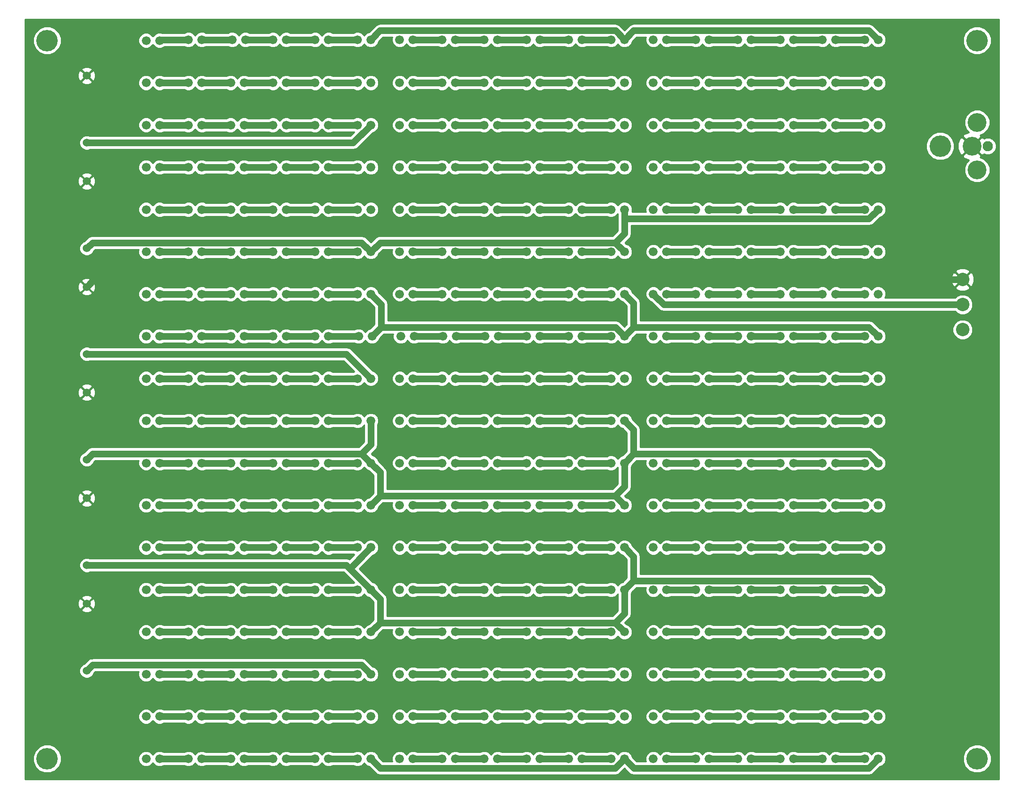
<source format=gtl>
G04 (created by PCBNEW (2013-mar-13)-testing) date Mon 18 Nov 2013 03:51:11 PM PST*
%MOIN*%
G04 Gerber Fmt 3.4, Leading zero omitted, Abs format*
%FSLAX34Y34*%
G01*
G70*
G90*
G04 APERTURE LIST*
%ADD10C,0.005906*%
%ADD11C,0.060000*%
%ADD12C,0.160000*%
%ADD13C,0.100000*%
%ADD14C,0.066000*%
%ADD15C,0.076000*%
%ADD16C,0.140000*%
%ADD17C,0.050000*%
%ADD18C,0.010000*%
G04 APERTURE END LIST*
G54D10*
G54D11*
X28937Y-23366D03*
X28937Y-18366D03*
X28937Y-15492D03*
X28937Y-10492D03*
G54D12*
X25984Y-61417D03*
X95275Y-61417D03*
X95275Y-7874D03*
X25984Y-7874D03*
G54D13*
X94200Y-29429D03*
X94200Y-27559D03*
X94200Y-25689D03*
G54D14*
X33358Y-7874D03*
X34358Y-7874D03*
X71153Y-17322D03*
X72153Y-17322D03*
X74303Y-17322D03*
X75303Y-17322D03*
X77452Y-17322D03*
X78452Y-17322D03*
X80602Y-17322D03*
X81602Y-17322D03*
X83751Y-17322D03*
X84751Y-17322D03*
X86901Y-17322D03*
X87901Y-17322D03*
X64854Y-17322D03*
X65854Y-17322D03*
X68003Y-17322D03*
X69003Y-17322D03*
X39657Y-17322D03*
X40657Y-17322D03*
X42807Y-17322D03*
X43807Y-17322D03*
X45956Y-17322D03*
X46956Y-17322D03*
X49106Y-17322D03*
X50106Y-17322D03*
X52255Y-17322D03*
X53255Y-17322D03*
X55405Y-17322D03*
X56405Y-17322D03*
X58555Y-17322D03*
X59555Y-17322D03*
X36507Y-17322D03*
X37507Y-17322D03*
X68003Y-14173D03*
X69003Y-14173D03*
X71153Y-14173D03*
X72153Y-14173D03*
X74303Y-14173D03*
X75303Y-14173D03*
X77452Y-14173D03*
X78452Y-14173D03*
X80602Y-14173D03*
X81602Y-14173D03*
X83751Y-14173D03*
X84751Y-14173D03*
X86901Y-14173D03*
X87901Y-14173D03*
X64854Y-14173D03*
X65854Y-14173D03*
X36507Y-14173D03*
X37507Y-14173D03*
X39657Y-14173D03*
X40657Y-14173D03*
X45956Y-14173D03*
X46956Y-14173D03*
X42807Y-14173D03*
X43807Y-14173D03*
X49106Y-14173D03*
X50106Y-14173D03*
X52255Y-14173D03*
X53255Y-14173D03*
X55405Y-14173D03*
X56405Y-14173D03*
X58555Y-14173D03*
X59555Y-14173D03*
X33358Y-14173D03*
X34358Y-14173D03*
X61704Y-14173D03*
X62704Y-14173D03*
X33358Y-17322D03*
X34358Y-17322D03*
X61704Y-17322D03*
X62704Y-17322D03*
X86901Y-11023D03*
X87901Y-11023D03*
X64854Y-11023D03*
X65854Y-11023D03*
X68003Y-11023D03*
X69003Y-11023D03*
X71153Y-11023D03*
X72153Y-11023D03*
X74303Y-11023D03*
X75303Y-11023D03*
X77452Y-11023D03*
X78452Y-11023D03*
X80602Y-11023D03*
X81602Y-11023D03*
X83751Y-11023D03*
X84751Y-11023D03*
X61704Y-11023D03*
X62704Y-11023D03*
X55405Y-11023D03*
X56405Y-11023D03*
X58555Y-11023D03*
X59555Y-11023D03*
X36507Y-11023D03*
X37507Y-11023D03*
X39657Y-11023D03*
X40657Y-11023D03*
X42807Y-11023D03*
X43807Y-11023D03*
X45956Y-11023D03*
X46956Y-11023D03*
X49106Y-11023D03*
X50106Y-11023D03*
X52255Y-11023D03*
X53255Y-11023D03*
X86901Y-7815D03*
X87901Y-7815D03*
X83751Y-7815D03*
X84751Y-7815D03*
X80602Y-7815D03*
X81602Y-7815D03*
X77452Y-7815D03*
X78452Y-7815D03*
X74303Y-7815D03*
X75303Y-7815D03*
X71153Y-7815D03*
X72153Y-7815D03*
X68003Y-7815D03*
X69003Y-7815D03*
X64854Y-7815D03*
X65854Y-7815D03*
X61704Y-7815D03*
X62704Y-7815D03*
X58555Y-7815D03*
X59555Y-7815D03*
X55405Y-7815D03*
X56405Y-7815D03*
X52255Y-7815D03*
X53255Y-7815D03*
X49106Y-7815D03*
X50106Y-7815D03*
X45956Y-7815D03*
X46956Y-7815D03*
X42807Y-7815D03*
X43807Y-7815D03*
X39768Y-7815D03*
X40768Y-7815D03*
X36507Y-7815D03*
X37507Y-7815D03*
X33358Y-11023D03*
X34358Y-11023D03*
X33358Y-20472D03*
X34358Y-20472D03*
X36507Y-20472D03*
X37507Y-20472D03*
X39657Y-20472D03*
X40657Y-20472D03*
X42807Y-20472D03*
X43807Y-20472D03*
X45956Y-20472D03*
X46956Y-20472D03*
X49106Y-20472D03*
X50106Y-20472D03*
X52255Y-20472D03*
X53255Y-20472D03*
X55405Y-20472D03*
X56405Y-20472D03*
X58555Y-20472D03*
X59555Y-20472D03*
X61704Y-20472D03*
X62704Y-20472D03*
X64854Y-20472D03*
X65854Y-20472D03*
X68003Y-20472D03*
X69003Y-20472D03*
X71153Y-20472D03*
X72153Y-20472D03*
X74303Y-20472D03*
X75303Y-20472D03*
X77452Y-20472D03*
X78452Y-20472D03*
X80602Y-20472D03*
X81602Y-20472D03*
X83751Y-20472D03*
X84751Y-20472D03*
X86901Y-20472D03*
X87901Y-20472D03*
X33358Y-23622D03*
X34358Y-23622D03*
X36507Y-23622D03*
X37507Y-23622D03*
X39657Y-23622D03*
X40657Y-23622D03*
X42807Y-23622D03*
X43807Y-23622D03*
X45956Y-23622D03*
X46956Y-23622D03*
X49106Y-23622D03*
X50106Y-23622D03*
X52255Y-23622D03*
X53255Y-23622D03*
X55405Y-23622D03*
X56405Y-23622D03*
X58555Y-23622D03*
X59555Y-23622D03*
X61704Y-23622D03*
X62704Y-23622D03*
X64854Y-23622D03*
X65854Y-23622D03*
X68003Y-23622D03*
X69003Y-23622D03*
X71153Y-23622D03*
X72153Y-23622D03*
X74303Y-23622D03*
X75303Y-23622D03*
X77452Y-23622D03*
X78452Y-23622D03*
X80602Y-23622D03*
X81602Y-23622D03*
X83751Y-23622D03*
X84751Y-23622D03*
X86901Y-23622D03*
X87901Y-23622D03*
X33358Y-26771D03*
X34358Y-26771D03*
X36507Y-26771D03*
X37507Y-26771D03*
X39657Y-26771D03*
X40657Y-26771D03*
X42807Y-26771D03*
X43807Y-26771D03*
X45956Y-26771D03*
X46956Y-26771D03*
X49106Y-26771D03*
X50106Y-26771D03*
X52255Y-26771D03*
X53255Y-26771D03*
X55405Y-26771D03*
X56405Y-26771D03*
X58555Y-26771D03*
X59555Y-26771D03*
X61704Y-26771D03*
X62704Y-26771D03*
X64854Y-26771D03*
X65854Y-26771D03*
X68003Y-26771D03*
X69003Y-26771D03*
X71153Y-26771D03*
X72153Y-26771D03*
X74303Y-26771D03*
X75303Y-26771D03*
X77452Y-26771D03*
X78452Y-26771D03*
X80602Y-26771D03*
X81602Y-26771D03*
X83751Y-26771D03*
X84751Y-26771D03*
X86901Y-26771D03*
X87901Y-26771D03*
X33358Y-29921D03*
X34358Y-29921D03*
X36507Y-29921D03*
X37507Y-29921D03*
X39657Y-29921D03*
X40657Y-29921D03*
X42807Y-29921D03*
X43807Y-29921D03*
X45956Y-29921D03*
X46956Y-29921D03*
X49190Y-29921D03*
X50190Y-29921D03*
X52331Y-29921D03*
X53331Y-29921D03*
X55462Y-29921D03*
X56462Y-29921D03*
X58611Y-29921D03*
X59611Y-29921D03*
X61704Y-29921D03*
X62704Y-29921D03*
X64854Y-29921D03*
X65854Y-29921D03*
X68003Y-29921D03*
X69003Y-29921D03*
X71153Y-29921D03*
X72153Y-29921D03*
X74303Y-29921D03*
X75303Y-29921D03*
X77452Y-29921D03*
X78452Y-29921D03*
X80602Y-29921D03*
X81602Y-29921D03*
X83751Y-29921D03*
X84751Y-29921D03*
X86901Y-29921D03*
X87901Y-29921D03*
G54D11*
X28937Y-31240D03*
X28937Y-26240D03*
X28937Y-39114D03*
X28937Y-34114D03*
G54D14*
X33358Y-33070D03*
X34358Y-33070D03*
X36507Y-33070D03*
X37507Y-33070D03*
X39657Y-33070D03*
X40657Y-33070D03*
X42807Y-33070D03*
X43807Y-33070D03*
X45956Y-33070D03*
X46956Y-33070D03*
X49106Y-33070D03*
X50106Y-33070D03*
X52255Y-33070D03*
X53255Y-33070D03*
X55405Y-33070D03*
X56405Y-33070D03*
X58555Y-33070D03*
X59555Y-33070D03*
X61704Y-33070D03*
X62704Y-33070D03*
X64854Y-33070D03*
X65854Y-33070D03*
X68003Y-33070D03*
X69003Y-33070D03*
X71153Y-33070D03*
X72153Y-33070D03*
X74303Y-33070D03*
X75303Y-33070D03*
X77452Y-33070D03*
X78452Y-33070D03*
X80602Y-33070D03*
X81602Y-33070D03*
X83751Y-33070D03*
X84751Y-33070D03*
X86901Y-33070D03*
X87901Y-33070D03*
X33358Y-36220D03*
X34358Y-36220D03*
X36507Y-36220D03*
X37507Y-36220D03*
X39657Y-36220D03*
X40657Y-36220D03*
X42807Y-36220D03*
X43807Y-36220D03*
X45956Y-36220D03*
X46956Y-36220D03*
X49106Y-36220D03*
X50106Y-36220D03*
X52255Y-36220D03*
X53255Y-36220D03*
X55405Y-36220D03*
X56405Y-36220D03*
X58555Y-36220D03*
X59555Y-36220D03*
X61704Y-36220D03*
X62704Y-36220D03*
X64854Y-36220D03*
X65854Y-36220D03*
X68003Y-36220D03*
X69003Y-36220D03*
X71153Y-36220D03*
X72153Y-36220D03*
X74303Y-36220D03*
X75303Y-36220D03*
X77452Y-36220D03*
X78452Y-36220D03*
X80602Y-36220D03*
X81602Y-36220D03*
X83751Y-36220D03*
X84751Y-36220D03*
X86901Y-36220D03*
X87901Y-36220D03*
X33358Y-39370D03*
X34358Y-39370D03*
X36507Y-39370D03*
X37507Y-39370D03*
X39657Y-39370D03*
X40657Y-39370D03*
X42807Y-39370D03*
X43807Y-39370D03*
X45956Y-39370D03*
X46956Y-39370D03*
X49106Y-39370D03*
X50106Y-39370D03*
X52255Y-39370D03*
X53255Y-39370D03*
X55405Y-39370D03*
X56405Y-39370D03*
X58555Y-39370D03*
X59555Y-39370D03*
X61704Y-39370D03*
X62704Y-39370D03*
X64854Y-39370D03*
X65854Y-39370D03*
X68003Y-39370D03*
X69003Y-39370D03*
X71153Y-39370D03*
X72153Y-39370D03*
X74303Y-39370D03*
X75303Y-39370D03*
X77452Y-39370D03*
X78452Y-39370D03*
X80602Y-39370D03*
X81602Y-39370D03*
X83751Y-39370D03*
X84751Y-39370D03*
X86901Y-39370D03*
X87901Y-39370D03*
X33358Y-42519D03*
X34358Y-42519D03*
X36507Y-42519D03*
X37507Y-42519D03*
X39657Y-42519D03*
X40657Y-42519D03*
X42807Y-42519D03*
X43807Y-42519D03*
X45956Y-42519D03*
X46956Y-42519D03*
X49106Y-42519D03*
X50106Y-42519D03*
X52255Y-42519D03*
X53255Y-42519D03*
X55405Y-42519D03*
X56405Y-42519D03*
X58555Y-42519D03*
X59555Y-42519D03*
X61704Y-42519D03*
X62704Y-42519D03*
X64854Y-42519D03*
X65854Y-42519D03*
X68003Y-42519D03*
X69003Y-42519D03*
X71153Y-42519D03*
X72153Y-42519D03*
X74303Y-42519D03*
X75303Y-42519D03*
X77452Y-42519D03*
X78452Y-42519D03*
X80602Y-42519D03*
X81602Y-42519D03*
X83751Y-42519D03*
X84751Y-42519D03*
X86901Y-42519D03*
X87901Y-42519D03*
X33358Y-45669D03*
X34358Y-45669D03*
X36507Y-45669D03*
X37507Y-45669D03*
X39657Y-45669D03*
X40657Y-45669D03*
X42807Y-45669D03*
X43807Y-45669D03*
X45956Y-45669D03*
X46956Y-45669D03*
X49106Y-45669D03*
X50106Y-45669D03*
X52255Y-45669D03*
X53255Y-45669D03*
X55405Y-45669D03*
X56405Y-45669D03*
X58555Y-45669D03*
X59555Y-45669D03*
X61704Y-45669D03*
X62704Y-45669D03*
X64854Y-45669D03*
X65854Y-45669D03*
X68003Y-45669D03*
X69003Y-45669D03*
X71153Y-45669D03*
X72153Y-45669D03*
X74303Y-45669D03*
X75303Y-45669D03*
X77452Y-45669D03*
X78452Y-45669D03*
X80602Y-45669D03*
X81602Y-45669D03*
X83751Y-45669D03*
X84751Y-45669D03*
X86901Y-45669D03*
X87901Y-45669D03*
X33358Y-48818D03*
X34358Y-48818D03*
X36507Y-48818D03*
X37507Y-48818D03*
X39657Y-48818D03*
X40657Y-48818D03*
X42807Y-48818D03*
X43807Y-48818D03*
X45956Y-48818D03*
X46956Y-48818D03*
X49106Y-48818D03*
X50106Y-48818D03*
X52255Y-48818D03*
X53255Y-48818D03*
X55405Y-48818D03*
X56405Y-48818D03*
X58555Y-48818D03*
X59555Y-48818D03*
X61704Y-48818D03*
X62704Y-48818D03*
X64854Y-48818D03*
X65854Y-48818D03*
X68003Y-48818D03*
X69003Y-48818D03*
X71153Y-48818D03*
X72153Y-48818D03*
X74303Y-48818D03*
X75303Y-48818D03*
X77452Y-48818D03*
X78452Y-48818D03*
X80602Y-48818D03*
X81602Y-48818D03*
X83751Y-48818D03*
X84751Y-48818D03*
X86901Y-48818D03*
X87901Y-48818D03*
X33358Y-51968D03*
X34358Y-51968D03*
X36507Y-51968D03*
X37507Y-51968D03*
X39657Y-51968D03*
X40657Y-51968D03*
X42807Y-51968D03*
X43807Y-51968D03*
X45956Y-51968D03*
X46956Y-51968D03*
X49106Y-51968D03*
X50106Y-51968D03*
X52255Y-51968D03*
X53255Y-51968D03*
X55405Y-51968D03*
X56405Y-51968D03*
X58555Y-51968D03*
X59555Y-51968D03*
X61704Y-51968D03*
X62704Y-51968D03*
X64854Y-51968D03*
X65854Y-51968D03*
X68003Y-51968D03*
X69003Y-51968D03*
X71153Y-51968D03*
X72153Y-51968D03*
X74303Y-51968D03*
X75303Y-51968D03*
X77452Y-51968D03*
X78452Y-51968D03*
X80602Y-51968D03*
X81602Y-51968D03*
X83751Y-51968D03*
X84751Y-51968D03*
X86901Y-51968D03*
X87901Y-51968D03*
X33358Y-55118D03*
X34358Y-55118D03*
X36507Y-55118D03*
X37507Y-55118D03*
X39657Y-55118D03*
X40657Y-55118D03*
X42807Y-55118D03*
X43807Y-55118D03*
X45956Y-55118D03*
X46956Y-55118D03*
X49106Y-55118D03*
X50106Y-55118D03*
X52255Y-55118D03*
X53255Y-55118D03*
X55405Y-55118D03*
X56405Y-55118D03*
X58555Y-55118D03*
X59555Y-55118D03*
X61704Y-55118D03*
X62704Y-55118D03*
X64854Y-55118D03*
X65854Y-55118D03*
X68003Y-55118D03*
X69003Y-55118D03*
X71153Y-55118D03*
X72153Y-55118D03*
X74303Y-55118D03*
X75303Y-55118D03*
X77452Y-55118D03*
X78452Y-55118D03*
X80602Y-55118D03*
X81602Y-55118D03*
X83751Y-55118D03*
X84751Y-55118D03*
X86901Y-55118D03*
X87901Y-55118D03*
X33358Y-58267D03*
X34358Y-58267D03*
X36507Y-58267D03*
X37507Y-58267D03*
X39657Y-58267D03*
X40657Y-58267D03*
X42807Y-58267D03*
X43807Y-58267D03*
X45956Y-58267D03*
X46956Y-58267D03*
X49106Y-58267D03*
X50106Y-58267D03*
X52255Y-58267D03*
X53255Y-58267D03*
X55405Y-58267D03*
X56405Y-58267D03*
X58555Y-58267D03*
X59555Y-58267D03*
X61704Y-58267D03*
X62704Y-58267D03*
X64854Y-58267D03*
X65854Y-58267D03*
X68003Y-58267D03*
X69003Y-58267D03*
X71153Y-58267D03*
X72153Y-58267D03*
X74303Y-58267D03*
X75303Y-58267D03*
X77452Y-58267D03*
X78452Y-58267D03*
X80602Y-58267D03*
X81602Y-58267D03*
X83751Y-58267D03*
X84751Y-58267D03*
X86901Y-58267D03*
X87901Y-58267D03*
X33358Y-61417D03*
X34358Y-61417D03*
X36507Y-61417D03*
X37507Y-61417D03*
X39657Y-61417D03*
X40657Y-61417D03*
X42807Y-61417D03*
X43807Y-61417D03*
X45956Y-61417D03*
X46956Y-61417D03*
X49106Y-61417D03*
X50106Y-61417D03*
X52255Y-61417D03*
X53255Y-61417D03*
X55405Y-61417D03*
X56405Y-61417D03*
X58555Y-61417D03*
X59555Y-61417D03*
X61704Y-61417D03*
X62704Y-61417D03*
X64854Y-61417D03*
X65854Y-61417D03*
X68003Y-61417D03*
X69003Y-61417D03*
X71153Y-61417D03*
X72153Y-61417D03*
X74303Y-61417D03*
X75303Y-61417D03*
X77452Y-61417D03*
X78452Y-61417D03*
X80602Y-61417D03*
X81602Y-61417D03*
X83751Y-61417D03*
X84751Y-61417D03*
X86901Y-61417D03*
X87901Y-61417D03*
G54D11*
X28937Y-46988D03*
X28937Y-41988D03*
X28937Y-54862D03*
X28937Y-49862D03*
G54D15*
X96070Y-15748D03*
G54D16*
X94890Y-15748D03*
G54D12*
X92530Y-15748D03*
G54D16*
X95280Y-13978D03*
X95280Y-17518D03*
G54D17*
X29488Y-25689D02*
X28937Y-26240D01*
X94200Y-25689D02*
X29488Y-25689D01*
X74303Y-51968D02*
X72153Y-51968D01*
X68003Y-36220D02*
X65854Y-36220D01*
X55405Y-55118D02*
X53255Y-55118D01*
X49106Y-55118D02*
X46956Y-55118D01*
X83751Y-61417D02*
X81602Y-61417D01*
X86901Y-61417D02*
X84751Y-61417D01*
X68003Y-61417D02*
X65854Y-61417D01*
X29369Y-54429D02*
X28937Y-54862D01*
X49417Y-54429D02*
X29369Y-54429D01*
X50106Y-55118D02*
X49417Y-54429D01*
X69704Y-62118D02*
X69003Y-61417D01*
X87200Y-62118D02*
X69704Y-62118D01*
X87901Y-61417D02*
X87200Y-62118D01*
X50800Y-62111D02*
X50106Y-61417D01*
X68309Y-62111D02*
X50800Y-62111D01*
X69003Y-61417D02*
X68309Y-62111D01*
X49106Y-58267D02*
X46956Y-58267D01*
X68003Y-58267D02*
X65854Y-58267D01*
X64854Y-58267D02*
X62704Y-58267D01*
X49106Y-61417D02*
X46956Y-61417D01*
X86901Y-36220D02*
X84751Y-36220D01*
X86901Y-58267D02*
X84751Y-58267D01*
X83751Y-58267D02*
X81602Y-58267D01*
X68003Y-55118D02*
X65854Y-55118D01*
X86901Y-55118D02*
X84751Y-55118D01*
X49106Y-48818D02*
X46956Y-48818D01*
X68003Y-48818D02*
X65854Y-48818D01*
X49106Y-51968D02*
X46956Y-51968D01*
X86901Y-48818D02*
X84751Y-48818D01*
X68003Y-45669D02*
X65854Y-45669D01*
X50799Y-49512D02*
X50106Y-48818D01*
X50799Y-51275D02*
X50799Y-49512D01*
X50799Y-51275D02*
X50106Y-51968D01*
X50106Y-45669D02*
X48531Y-47244D01*
X50106Y-48818D02*
X48531Y-47244D01*
X48275Y-46988D02*
X28937Y-46988D01*
X48531Y-47244D02*
X48275Y-46988D01*
X69003Y-51968D02*
X68310Y-51275D01*
X68310Y-51275D02*
X50799Y-51275D01*
X69003Y-50581D02*
X68310Y-51275D01*
X69003Y-48818D02*
X69003Y-50581D01*
X69684Y-46349D02*
X69003Y-45669D01*
X69684Y-48138D02*
X69684Y-46349D01*
X87221Y-48138D02*
X69684Y-48138D01*
X87901Y-48818D02*
X87221Y-48138D01*
X69684Y-48138D02*
X69003Y-48818D01*
X83751Y-36220D02*
X81602Y-36220D01*
X86901Y-45669D02*
X84751Y-45669D01*
X45956Y-45669D02*
X43807Y-45669D01*
X49106Y-45669D02*
X46956Y-45669D01*
X86901Y-51968D02*
X84751Y-51968D01*
X39657Y-45669D02*
X37507Y-45669D01*
X36507Y-45669D02*
X34358Y-45669D01*
X74303Y-61417D02*
X72153Y-61417D01*
X77452Y-61417D02*
X75303Y-61417D01*
X80602Y-61417D02*
X78452Y-61417D01*
X45956Y-36220D02*
X43807Y-36220D01*
X55405Y-58267D02*
X53255Y-58267D01*
X58555Y-58267D02*
X56405Y-58267D01*
X61704Y-58267D02*
X59555Y-58267D01*
X80602Y-58267D02*
X78452Y-58267D01*
X77452Y-58267D02*
X75303Y-58267D01*
X74303Y-58267D02*
X72153Y-58267D01*
X55405Y-61417D02*
X53255Y-61417D01*
X58555Y-61417D02*
X56405Y-61417D01*
X61704Y-61417D02*
X59555Y-61417D01*
X68003Y-51968D02*
X65854Y-51968D01*
X49106Y-36220D02*
X46956Y-36220D01*
X84751Y-7815D02*
X86901Y-7815D01*
X43807Y-7815D02*
X45956Y-7815D01*
X46956Y-7815D02*
X49106Y-7815D01*
X83751Y-14173D02*
X81602Y-14173D01*
X86901Y-14173D02*
X84751Y-14173D01*
X62704Y-14173D02*
X64854Y-14173D01*
X65854Y-14173D02*
X68003Y-14173D01*
X45956Y-11023D02*
X43807Y-11023D01*
X49106Y-11023D02*
X46956Y-11023D01*
X68003Y-11023D02*
X65854Y-11023D01*
X83751Y-42519D02*
X81602Y-42519D01*
X62704Y-11023D02*
X64854Y-11023D01*
X43807Y-14173D02*
X45956Y-14173D01*
X49106Y-14173D02*
X46956Y-14173D01*
X84751Y-11023D02*
X86901Y-11023D01*
X83751Y-11023D02*
X81602Y-11023D01*
X62704Y-7815D02*
X64854Y-7815D01*
X65854Y-7815D02*
X68003Y-7815D01*
X81602Y-7815D02*
X83751Y-7815D01*
X74303Y-20472D02*
X72153Y-20472D01*
X55405Y-23622D02*
X53255Y-23622D01*
X86901Y-42519D02*
X84751Y-42519D01*
X58555Y-23622D02*
X56405Y-23622D01*
X61704Y-23622D02*
X59555Y-23622D01*
X64854Y-23622D02*
X62704Y-23622D01*
X42807Y-23622D02*
X40657Y-23622D01*
X45956Y-23622D02*
X43807Y-23622D01*
X39657Y-23622D02*
X37507Y-23622D01*
X36507Y-23622D02*
X34358Y-23622D01*
X74303Y-17322D02*
X72153Y-17322D01*
X77452Y-17322D02*
X75303Y-17322D01*
X80602Y-17322D02*
X78452Y-17322D01*
X64854Y-42519D02*
X62704Y-42519D01*
X83751Y-17322D02*
X81602Y-17322D01*
X42807Y-20472D02*
X40657Y-20472D01*
X45956Y-20472D02*
X43807Y-20472D01*
X39657Y-20472D02*
X37507Y-20472D01*
X74303Y-23622D02*
X72153Y-23622D01*
X77452Y-23622D02*
X75303Y-23622D01*
X80602Y-23622D02*
X78452Y-23622D01*
X83751Y-23622D02*
X81602Y-23622D01*
X55405Y-20472D02*
X53255Y-20472D01*
X58555Y-20472D02*
X56405Y-20472D01*
X68003Y-42519D02*
X65854Y-42519D01*
X61704Y-20472D02*
X59555Y-20472D01*
X64854Y-20472D02*
X62704Y-20472D01*
X80602Y-20472D02*
X78452Y-20472D01*
X83751Y-20472D02*
X81602Y-20472D01*
X77452Y-20472D02*
X75303Y-20472D01*
X59555Y-11023D02*
X61704Y-11023D01*
X80602Y-11023D02*
X78452Y-11023D01*
X77452Y-11023D02*
X75303Y-11023D01*
X74303Y-11023D02*
X72153Y-11023D01*
X55405Y-14173D02*
X53255Y-14173D01*
X36507Y-51968D02*
X34358Y-51968D01*
X58555Y-14173D02*
X56405Y-14173D01*
X61704Y-14173D02*
X59555Y-14173D01*
X42807Y-14173D02*
X40657Y-14173D01*
X39657Y-14173D02*
X37507Y-14173D01*
X34358Y-14173D02*
X36507Y-14173D01*
X72153Y-7815D02*
X74303Y-7815D01*
X48787Y-15492D02*
X28937Y-15492D01*
X50106Y-14173D02*
X48787Y-15492D01*
X69684Y-7134D02*
X69003Y-7815D01*
X87221Y-7134D02*
X69684Y-7134D01*
X87901Y-7815D02*
X87221Y-7134D01*
X68323Y-7134D02*
X69003Y-7815D01*
X50786Y-7134D02*
X68323Y-7134D01*
X50106Y-7815D02*
X50786Y-7134D01*
X74303Y-14173D02*
X72153Y-14173D01*
X77452Y-14173D02*
X75303Y-14173D01*
X77452Y-51968D02*
X75303Y-51968D01*
X39657Y-51968D02*
X37507Y-51968D01*
X80602Y-14173D02*
X78452Y-14173D01*
X53255Y-11023D02*
X55405Y-11023D01*
X58555Y-11023D02*
X56405Y-11023D01*
X75303Y-7815D02*
X77452Y-7815D01*
X78452Y-7815D02*
X80602Y-7815D01*
X42807Y-11023D02*
X40657Y-11023D01*
X39657Y-11023D02*
X37507Y-11023D01*
X34358Y-11023D02*
X36507Y-11023D01*
X53255Y-7815D02*
X55405Y-7815D01*
X56405Y-7815D02*
X58555Y-7815D01*
X74303Y-45669D02*
X72153Y-45669D01*
X59555Y-7815D02*
X61704Y-7815D01*
X40768Y-7815D02*
X42807Y-7815D01*
X37507Y-7815D02*
X39768Y-7815D01*
X34417Y-7815D02*
X34358Y-7874D01*
X36507Y-7815D02*
X34417Y-7815D01*
X83751Y-26771D02*
X81602Y-26771D01*
X42807Y-29921D02*
X40657Y-29921D01*
X45956Y-29921D02*
X43807Y-29921D01*
X39657Y-29921D02*
X37507Y-29921D01*
X36507Y-29921D02*
X34358Y-29921D01*
X55405Y-26771D02*
X53255Y-26771D01*
X77452Y-45669D02*
X75303Y-45669D01*
X58555Y-26771D02*
X56405Y-26771D01*
X61704Y-26771D02*
X59555Y-26771D01*
X64854Y-26771D02*
X62704Y-26771D01*
X42807Y-26771D02*
X40657Y-26771D01*
X45956Y-26771D02*
X43807Y-26771D01*
X39657Y-26771D02*
X37507Y-26771D01*
X36507Y-26771D02*
X34358Y-26771D01*
X77452Y-29921D02*
X75303Y-29921D01*
X80602Y-29921D02*
X78452Y-29921D01*
X74303Y-29921D02*
X72153Y-29921D01*
X80602Y-45669D02*
X78452Y-45669D01*
X55405Y-33070D02*
X53255Y-33070D01*
X58555Y-33070D02*
X56405Y-33070D01*
X61704Y-33070D02*
X59555Y-33070D01*
X64854Y-33070D02*
X62704Y-33070D01*
X42807Y-33070D02*
X40657Y-33070D01*
X45956Y-33070D02*
X43807Y-33070D01*
X39657Y-33070D02*
X37507Y-33070D01*
X36507Y-33070D02*
X34358Y-33070D01*
X74303Y-26771D02*
X72153Y-26771D01*
X77452Y-26771D02*
X75303Y-26771D01*
X83751Y-45669D02*
X81602Y-45669D01*
X80602Y-26771D02*
X78452Y-26771D01*
X86901Y-29921D02*
X84751Y-29921D01*
X83751Y-29921D02*
X81602Y-29921D01*
X68003Y-26771D02*
X65854Y-26771D01*
X86901Y-26771D02*
X84751Y-26771D01*
X49106Y-26771D02*
X46956Y-26771D01*
X83751Y-33070D02*
X81602Y-33070D01*
X86901Y-33070D02*
X84751Y-33070D01*
X68003Y-33070D02*
X65854Y-33070D01*
X48275Y-31240D02*
X28937Y-31240D01*
X50106Y-33070D02*
X48275Y-31240D01*
X50871Y-27536D02*
X50106Y-26771D01*
X50871Y-29241D02*
X50871Y-27536D01*
X68323Y-29241D02*
X50871Y-29241D01*
X69003Y-29921D02*
X68323Y-29241D01*
X50871Y-29241D02*
X50190Y-29921D01*
X69684Y-27452D02*
X69003Y-26771D01*
X69684Y-29240D02*
X69684Y-27452D01*
X87221Y-29240D02*
X69684Y-29240D01*
X87901Y-29921D02*
X87221Y-29240D01*
X69684Y-29240D02*
X69003Y-29921D01*
X42807Y-48818D02*
X40657Y-48818D01*
X49190Y-29921D02*
X46956Y-29921D01*
X68003Y-29921D02*
X65854Y-29921D01*
X64854Y-29921D02*
X62704Y-29921D01*
X49106Y-33070D02*
X46956Y-33070D01*
X71940Y-27559D02*
X94200Y-27559D01*
X71153Y-26771D02*
X71940Y-27559D01*
X49106Y-20472D02*
X46956Y-20472D01*
X68003Y-20472D02*
X65854Y-20472D01*
X29366Y-22936D02*
X28937Y-23366D01*
X49420Y-22936D02*
X29366Y-22936D01*
X50106Y-23622D02*
X49420Y-22936D01*
X69003Y-23622D02*
X68320Y-22938D01*
X50790Y-22938D02*
X50106Y-23622D01*
X68320Y-22938D02*
X50790Y-22938D01*
X87221Y-21152D02*
X69003Y-21152D01*
X87901Y-20472D02*
X87221Y-21152D01*
X69003Y-20472D02*
X69003Y-21152D01*
X69003Y-22254D02*
X68320Y-22938D01*
X69003Y-21152D02*
X69003Y-22254D01*
X49106Y-23622D02*
X46956Y-23622D01*
X86901Y-20472D02*
X84751Y-20472D01*
X45956Y-48818D02*
X43807Y-48818D01*
X62704Y-17322D02*
X64854Y-17322D01*
X36507Y-20472D02*
X34358Y-20472D01*
X55405Y-17322D02*
X53255Y-17322D01*
X58555Y-17322D02*
X56405Y-17322D01*
X61704Y-17322D02*
X59555Y-17322D01*
X42807Y-17322D02*
X40657Y-17322D01*
X45956Y-17322D02*
X43807Y-17322D01*
X37507Y-17322D02*
X39657Y-17322D01*
X34358Y-17322D02*
X36507Y-17322D01*
X74303Y-33070D02*
X72153Y-33070D01*
X39657Y-48818D02*
X37507Y-48818D01*
X77452Y-33070D02*
X75303Y-33070D01*
X80602Y-33070D02*
X78452Y-33070D01*
X55462Y-29921D02*
X53331Y-29921D01*
X58611Y-29921D02*
X56462Y-29921D01*
X61704Y-29921D02*
X59611Y-29921D01*
X68003Y-17322D02*
X65854Y-17322D01*
X86901Y-17322D02*
X84751Y-17322D01*
X49106Y-17322D02*
X46956Y-17322D01*
X86901Y-23622D02*
X84751Y-23622D01*
X68003Y-23622D02*
X65854Y-23622D01*
X36507Y-48818D02*
X34358Y-48818D01*
X55405Y-45669D02*
X53255Y-45669D01*
X80602Y-51968D02*
X78452Y-51968D01*
X58555Y-45669D02*
X56405Y-45669D01*
X61704Y-45669D02*
X59555Y-45669D01*
X64854Y-45669D02*
X62704Y-45669D01*
X42807Y-45669D02*
X40657Y-45669D01*
X83751Y-51968D02*
X81602Y-51968D01*
X55405Y-48818D02*
X53255Y-48818D01*
X58555Y-48818D02*
X56405Y-48818D01*
X61704Y-48818D02*
X59555Y-48818D01*
X64854Y-48818D02*
X62704Y-48818D01*
X80602Y-48818D02*
X78452Y-48818D01*
X68003Y-39370D02*
X65854Y-39370D01*
X83751Y-48818D02*
X81602Y-48818D01*
X77452Y-48818D02*
X75303Y-48818D01*
X74303Y-48818D02*
X72153Y-48818D01*
X55405Y-51968D02*
X53255Y-51968D01*
X58555Y-51968D02*
X56405Y-51968D01*
X61704Y-51968D02*
X59555Y-51968D01*
X64854Y-51968D02*
X62704Y-51968D01*
X42807Y-51968D02*
X40657Y-51968D01*
X45956Y-51968D02*
X43807Y-51968D01*
X58555Y-39370D02*
X56405Y-39370D01*
X45956Y-42519D02*
X43807Y-42519D01*
X61704Y-39370D02*
X59555Y-39370D01*
X64854Y-39370D02*
X62704Y-39370D01*
X80602Y-39370D02*
X78452Y-39370D01*
X77452Y-39370D02*
X75303Y-39370D01*
X74303Y-39370D02*
X72153Y-39370D01*
X55405Y-42519D02*
X53255Y-42519D01*
X58555Y-42519D02*
X56405Y-42519D01*
X61704Y-42519D02*
X59555Y-42519D01*
X42807Y-42519D02*
X40657Y-42519D01*
X39657Y-42519D02*
X37507Y-42519D01*
X49106Y-42519D02*
X46956Y-42519D01*
X36507Y-42519D02*
X34358Y-42519D01*
X50799Y-40063D02*
X50106Y-39370D01*
X50799Y-41826D02*
X50799Y-40063D01*
X50799Y-41826D02*
X50106Y-42519D01*
X50106Y-37992D02*
X49417Y-38681D01*
X50106Y-36220D02*
X50106Y-37992D01*
X50106Y-39370D02*
X49417Y-38681D01*
X29369Y-38681D02*
X28937Y-39114D01*
X49417Y-38681D02*
X29369Y-38681D01*
X69003Y-42519D02*
X68310Y-41826D01*
X68310Y-41826D02*
X50799Y-41826D01*
X69003Y-41132D02*
X68310Y-41826D01*
X69003Y-39370D02*
X69003Y-41132D01*
X69684Y-36900D02*
X69003Y-36220D01*
X69684Y-38689D02*
X69684Y-36900D01*
X87221Y-38689D02*
X69684Y-38689D01*
X87901Y-39370D02*
X87221Y-38689D01*
X69684Y-38689D02*
X69003Y-39370D01*
X74303Y-42519D02*
X72153Y-42519D01*
X77452Y-42519D02*
X75303Y-42519D01*
X80602Y-42519D02*
X78452Y-42519D01*
X55405Y-39370D02*
X53255Y-39370D01*
X36507Y-36220D02*
X34358Y-36220D01*
X45956Y-39370D02*
X43807Y-39370D01*
X49106Y-39370D02*
X46956Y-39370D01*
X74303Y-36220D02*
X72153Y-36220D01*
X86901Y-39370D02*
X84751Y-39370D01*
X77452Y-36220D02*
X75303Y-36220D01*
X80602Y-36220D02*
X78452Y-36220D01*
X42807Y-39370D02*
X40657Y-39370D01*
X39657Y-39370D02*
X37507Y-39370D01*
X36507Y-39370D02*
X34358Y-39370D01*
X55405Y-36220D02*
X53255Y-36220D01*
X58555Y-36220D02*
X56405Y-36220D01*
X61704Y-36220D02*
X59555Y-36220D01*
X42807Y-36220D02*
X40657Y-36220D01*
X39657Y-36220D02*
X37507Y-36220D01*
X83751Y-39370D02*
X81602Y-39370D01*
X58555Y-55118D02*
X56405Y-55118D01*
X61704Y-55118D02*
X59555Y-55118D01*
X64854Y-55118D02*
X62704Y-55118D01*
X42807Y-55118D02*
X40657Y-55118D01*
X45956Y-55118D02*
X43807Y-55118D01*
X39657Y-55118D02*
X37507Y-55118D01*
X36507Y-55118D02*
X34358Y-55118D01*
X64854Y-61417D02*
X62704Y-61417D01*
X42807Y-61417D02*
X40657Y-61417D01*
X45956Y-61417D02*
X43807Y-61417D01*
X64854Y-36220D02*
X62704Y-36220D01*
X39657Y-61417D02*
X37507Y-61417D01*
X36507Y-61417D02*
X34358Y-61417D01*
X74303Y-55118D02*
X72153Y-55118D01*
X77452Y-55118D02*
X75303Y-55118D01*
X80602Y-55118D02*
X78452Y-55118D01*
X83751Y-55118D02*
X81602Y-55118D01*
X42807Y-58267D02*
X40657Y-58267D01*
X45956Y-58267D02*
X43807Y-58267D01*
X39657Y-58267D02*
X37507Y-58267D01*
X36507Y-58267D02*
X34358Y-58267D01*
G54D10*
G36*
X96919Y-62950D02*
X96700Y-62950D01*
X96700Y-15623D01*
X96604Y-15391D01*
X96427Y-15214D01*
X96325Y-15172D01*
X96325Y-7666D01*
X96166Y-7280D01*
X95871Y-6984D01*
X95485Y-6824D01*
X95067Y-6823D01*
X94681Y-6983D01*
X94385Y-7278D01*
X94225Y-7664D01*
X94225Y-8081D01*
X94384Y-8468D01*
X94680Y-8763D01*
X95065Y-8923D01*
X95483Y-8924D01*
X95869Y-8764D01*
X96165Y-8469D01*
X96325Y-8083D01*
X96325Y-7666D01*
X96325Y-15172D01*
X96230Y-15132D01*
X96230Y-13789D01*
X96085Y-13440D01*
X95818Y-13173D01*
X95469Y-13028D01*
X95091Y-13027D01*
X94742Y-13172D01*
X94475Y-13439D01*
X94330Y-13788D01*
X94329Y-14166D01*
X94474Y-14515D01*
X94665Y-14707D01*
X94309Y-14848D01*
X94281Y-14867D01*
X94212Y-15035D01*
X94890Y-15712D01*
X95567Y-15035D01*
X95515Y-14908D01*
X95817Y-14783D01*
X96084Y-14516D01*
X96229Y-14167D01*
X96230Y-13789D01*
X96230Y-15132D01*
X96195Y-15118D01*
X95945Y-15117D01*
X95794Y-15180D01*
X95789Y-15167D01*
X95770Y-15139D01*
X95602Y-15070D01*
X94925Y-15748D01*
X95602Y-16425D01*
X95770Y-16356D01*
X95789Y-16313D01*
X95944Y-16377D01*
X96194Y-16378D01*
X96426Y-16282D01*
X96603Y-16105D01*
X96699Y-15873D01*
X96700Y-15623D01*
X96700Y-62950D01*
X96325Y-62950D01*
X96325Y-61209D01*
X96230Y-60977D01*
X96230Y-17329D01*
X96085Y-16980D01*
X95818Y-16713D01*
X95515Y-16587D01*
X95567Y-16460D01*
X94890Y-15783D01*
X94854Y-15818D01*
X94854Y-15748D01*
X94177Y-15070D01*
X94009Y-15139D01*
X93843Y-15522D01*
X93836Y-15940D01*
X93990Y-16328D01*
X94009Y-16356D01*
X94177Y-16425D01*
X94854Y-15748D01*
X94854Y-15818D01*
X94212Y-16460D01*
X94281Y-16628D01*
X94661Y-16793D01*
X94475Y-16979D01*
X94330Y-17328D01*
X94329Y-17706D01*
X94474Y-18055D01*
X94741Y-18322D01*
X95090Y-18467D01*
X95468Y-18468D01*
X95817Y-18323D01*
X96084Y-18056D01*
X96229Y-17707D01*
X96230Y-17329D01*
X96230Y-60977D01*
X96166Y-60823D01*
X95871Y-60527D01*
X95485Y-60367D01*
X95067Y-60367D01*
X95051Y-60373D01*
X95051Y-25528D01*
X94925Y-25215D01*
X94915Y-25200D01*
X94768Y-25156D01*
X94732Y-25191D01*
X94732Y-25120D01*
X94688Y-24973D01*
X94377Y-24840D01*
X94039Y-24837D01*
X93726Y-24963D01*
X93711Y-24973D01*
X93667Y-25120D01*
X94200Y-25653D01*
X94732Y-25120D01*
X94732Y-25191D01*
X94235Y-25689D01*
X94768Y-26222D01*
X94915Y-26178D01*
X95048Y-25866D01*
X95051Y-25528D01*
X95051Y-60373D01*
X94950Y-60415D01*
X94950Y-29280D01*
X94950Y-27410D01*
X94836Y-27134D01*
X94732Y-27031D01*
X94732Y-26257D01*
X94200Y-25724D01*
X94164Y-25759D01*
X94164Y-25689D01*
X93631Y-25156D01*
X93580Y-25171D01*
X93580Y-15540D01*
X93420Y-15154D01*
X93125Y-14858D01*
X92739Y-14698D01*
X92322Y-14697D01*
X91935Y-14857D01*
X91640Y-15152D01*
X91480Y-15538D01*
X91479Y-15955D01*
X91639Y-16342D01*
X91934Y-16637D01*
X92320Y-16797D01*
X92737Y-16798D01*
X93124Y-16638D01*
X93419Y-16343D01*
X93579Y-15957D01*
X93580Y-15540D01*
X93580Y-25171D01*
X93484Y-25200D01*
X93351Y-25511D01*
X93348Y-25849D01*
X93474Y-26163D01*
X93484Y-26178D01*
X93631Y-26222D01*
X94164Y-25689D01*
X94164Y-25759D01*
X93667Y-26257D01*
X93711Y-26404D01*
X94022Y-26537D01*
X94360Y-26540D01*
X94673Y-26414D01*
X94688Y-26404D01*
X94732Y-26257D01*
X94732Y-27031D01*
X94625Y-26923D01*
X94349Y-26809D01*
X94051Y-26808D01*
X93775Y-26922D01*
X93639Y-27059D01*
X88410Y-27059D01*
X88481Y-26887D01*
X88481Y-26656D01*
X88481Y-23507D01*
X88481Y-20357D01*
X88481Y-17207D01*
X88481Y-14058D01*
X88481Y-10908D01*
X88481Y-7700D01*
X88393Y-7486D01*
X88230Y-7323D01*
X88036Y-7243D01*
X87574Y-6781D01*
X87412Y-6672D01*
X87221Y-6634D01*
X87221Y-6634D01*
X69684Y-6634D01*
X69492Y-6672D01*
X69330Y-6781D01*
X69330Y-6781D01*
X69003Y-7107D01*
X68677Y-6781D01*
X68515Y-6672D01*
X68323Y-6634D01*
X68323Y-6634D01*
X50786Y-6634D01*
X50595Y-6672D01*
X50432Y-6781D01*
X50432Y-6781D01*
X49970Y-7243D01*
X49778Y-7323D01*
X49614Y-7486D01*
X49606Y-7506D01*
X49598Y-7486D01*
X49435Y-7323D01*
X49222Y-7235D01*
X48991Y-7234D01*
X48797Y-7315D01*
X47264Y-7315D01*
X47072Y-7235D01*
X46841Y-7234D01*
X46628Y-7323D01*
X46465Y-7486D01*
X46456Y-7506D01*
X46448Y-7486D01*
X46285Y-7323D01*
X46072Y-7235D01*
X45841Y-7234D01*
X45647Y-7315D01*
X44115Y-7315D01*
X43922Y-7235D01*
X43692Y-7234D01*
X43478Y-7323D01*
X43315Y-7486D01*
X43307Y-7506D01*
X43299Y-7486D01*
X43136Y-7323D01*
X42922Y-7235D01*
X42692Y-7234D01*
X42498Y-7315D01*
X41077Y-7315D01*
X40884Y-7235D01*
X40654Y-7234D01*
X40440Y-7323D01*
X40277Y-7486D01*
X40268Y-7506D01*
X40260Y-7486D01*
X40097Y-7323D01*
X39884Y-7235D01*
X39654Y-7234D01*
X39460Y-7315D01*
X37816Y-7315D01*
X37623Y-7235D01*
X37393Y-7234D01*
X37179Y-7323D01*
X37016Y-7486D01*
X37007Y-7506D01*
X36999Y-7486D01*
X36836Y-7323D01*
X36623Y-7235D01*
X36393Y-7234D01*
X36199Y-7315D01*
X34524Y-7315D01*
X34474Y-7294D01*
X34243Y-7293D01*
X34030Y-7382D01*
X33866Y-7545D01*
X33858Y-7565D01*
X33850Y-7545D01*
X33687Y-7382D01*
X33474Y-7294D01*
X33243Y-7293D01*
X33030Y-7382D01*
X32866Y-7545D01*
X32778Y-7758D01*
X32778Y-7988D01*
X32866Y-8202D01*
X33029Y-8365D01*
X33242Y-8453D01*
X33473Y-8454D01*
X33686Y-8366D01*
X33849Y-8202D01*
X33858Y-8182D01*
X33866Y-8202D01*
X34029Y-8365D01*
X34242Y-8453D01*
X34473Y-8454D01*
X34686Y-8366D01*
X34737Y-8315D01*
X36199Y-8315D01*
X36391Y-8394D01*
X36622Y-8395D01*
X36835Y-8306D01*
X36999Y-8143D01*
X37007Y-8123D01*
X37015Y-8143D01*
X37178Y-8306D01*
X37391Y-8394D01*
X37622Y-8395D01*
X37816Y-8315D01*
X39460Y-8315D01*
X39653Y-8394D01*
X39883Y-8395D01*
X40097Y-8306D01*
X40260Y-8143D01*
X40268Y-8123D01*
X40276Y-8143D01*
X40439Y-8306D01*
X40653Y-8394D01*
X40883Y-8395D01*
X41077Y-8315D01*
X42498Y-8315D01*
X42691Y-8394D01*
X42921Y-8395D01*
X43135Y-8306D01*
X43298Y-8143D01*
X43306Y-8123D01*
X43315Y-8143D01*
X43478Y-8306D01*
X43691Y-8394D01*
X43921Y-8395D01*
X44115Y-8315D01*
X45648Y-8315D01*
X45840Y-8394D01*
X46071Y-8395D01*
X46284Y-8306D01*
X46448Y-8143D01*
X46456Y-8123D01*
X46464Y-8143D01*
X46627Y-8306D01*
X46840Y-8394D01*
X47071Y-8395D01*
X47265Y-8315D01*
X48798Y-8315D01*
X48990Y-8394D01*
X49221Y-8395D01*
X49434Y-8306D01*
X49597Y-8143D01*
X49606Y-8123D01*
X49614Y-8143D01*
X49777Y-8306D01*
X49990Y-8394D01*
X50221Y-8395D01*
X50434Y-8306D01*
X50597Y-8143D01*
X50678Y-7950D01*
X50993Y-7634D01*
X51702Y-7634D01*
X51676Y-7699D01*
X51675Y-7929D01*
X51763Y-8143D01*
X51926Y-8306D01*
X52140Y-8394D01*
X52370Y-8395D01*
X52584Y-8306D01*
X52747Y-8143D01*
X52755Y-8123D01*
X52763Y-8143D01*
X52926Y-8306D01*
X53140Y-8394D01*
X53370Y-8395D01*
X53564Y-8315D01*
X55097Y-8315D01*
X55289Y-8394D01*
X55520Y-8395D01*
X55733Y-8306D01*
X55896Y-8143D01*
X55905Y-8123D01*
X55913Y-8143D01*
X56076Y-8306D01*
X56289Y-8394D01*
X56520Y-8395D01*
X56714Y-8315D01*
X58246Y-8315D01*
X58439Y-8394D01*
X58669Y-8395D01*
X58883Y-8306D01*
X59046Y-8143D01*
X59055Y-8123D01*
X59063Y-8143D01*
X59226Y-8306D01*
X59439Y-8394D01*
X59669Y-8395D01*
X59863Y-8315D01*
X61396Y-8315D01*
X61588Y-8394D01*
X61819Y-8395D01*
X62032Y-8306D01*
X62196Y-8143D01*
X62204Y-8123D01*
X62212Y-8143D01*
X62375Y-8306D01*
X62588Y-8394D01*
X62819Y-8395D01*
X63013Y-8315D01*
X64546Y-8315D01*
X64738Y-8394D01*
X64969Y-8395D01*
X65182Y-8306D01*
X65345Y-8143D01*
X65354Y-8123D01*
X65362Y-8143D01*
X65525Y-8306D01*
X65738Y-8394D01*
X65969Y-8395D01*
X66163Y-8315D01*
X67695Y-8315D01*
X67888Y-8394D01*
X68118Y-8395D01*
X68332Y-8306D01*
X68495Y-8143D01*
X68503Y-8123D01*
X68511Y-8143D01*
X68674Y-8306D01*
X68888Y-8394D01*
X69118Y-8395D01*
X69332Y-8306D01*
X69495Y-8143D01*
X69575Y-7950D01*
X69891Y-7634D01*
X70600Y-7634D01*
X70573Y-7699D01*
X70573Y-7929D01*
X70661Y-8143D01*
X70824Y-8306D01*
X71037Y-8394D01*
X71268Y-8395D01*
X71481Y-8306D01*
X71644Y-8143D01*
X71653Y-8123D01*
X71661Y-8143D01*
X71824Y-8306D01*
X72037Y-8394D01*
X72268Y-8395D01*
X72462Y-8315D01*
X73994Y-8315D01*
X74187Y-8394D01*
X74418Y-8395D01*
X74631Y-8306D01*
X74794Y-8143D01*
X74803Y-8123D01*
X74811Y-8143D01*
X74974Y-8306D01*
X75187Y-8394D01*
X75418Y-8395D01*
X75611Y-8315D01*
X77144Y-8315D01*
X77336Y-8394D01*
X77567Y-8395D01*
X77780Y-8306D01*
X77944Y-8143D01*
X77952Y-8123D01*
X77960Y-8143D01*
X78123Y-8306D01*
X78336Y-8394D01*
X78567Y-8395D01*
X78761Y-8315D01*
X80294Y-8315D01*
X80486Y-8394D01*
X80717Y-8395D01*
X80930Y-8306D01*
X81093Y-8143D01*
X81102Y-8123D01*
X81110Y-8143D01*
X81273Y-8306D01*
X81486Y-8394D01*
X81717Y-8395D01*
X81911Y-8315D01*
X83443Y-8315D01*
X83636Y-8394D01*
X83866Y-8395D01*
X84080Y-8306D01*
X84243Y-8143D01*
X84251Y-8123D01*
X84259Y-8143D01*
X84422Y-8306D01*
X84636Y-8394D01*
X84866Y-8395D01*
X85060Y-8315D01*
X86593Y-8315D01*
X86785Y-8394D01*
X87016Y-8395D01*
X87229Y-8306D01*
X87392Y-8143D01*
X87401Y-8123D01*
X87409Y-8143D01*
X87572Y-8306D01*
X87785Y-8394D01*
X88016Y-8395D01*
X88229Y-8306D01*
X88392Y-8143D01*
X88481Y-7930D01*
X88481Y-7700D01*
X88481Y-10908D01*
X88393Y-10695D01*
X88230Y-10532D01*
X88017Y-10443D01*
X87786Y-10443D01*
X87573Y-10531D01*
X87410Y-10694D01*
X87401Y-10715D01*
X87393Y-10695D01*
X87230Y-10532D01*
X87017Y-10443D01*
X86786Y-10443D01*
X86592Y-10523D01*
X85060Y-10523D01*
X84867Y-10443D01*
X84637Y-10443D01*
X84423Y-10531D01*
X84260Y-10694D01*
X84252Y-10715D01*
X84243Y-10695D01*
X84080Y-10532D01*
X83867Y-10443D01*
X83637Y-10443D01*
X83443Y-10523D01*
X81910Y-10523D01*
X81718Y-10443D01*
X81487Y-10443D01*
X81274Y-10531D01*
X81110Y-10694D01*
X81102Y-10715D01*
X81094Y-10695D01*
X80931Y-10532D01*
X80718Y-10443D01*
X80487Y-10443D01*
X80293Y-10523D01*
X78761Y-10523D01*
X78568Y-10443D01*
X78337Y-10443D01*
X78124Y-10531D01*
X77961Y-10694D01*
X77952Y-10715D01*
X77944Y-10695D01*
X77781Y-10532D01*
X77568Y-10443D01*
X77337Y-10443D01*
X77144Y-10523D01*
X75611Y-10523D01*
X75419Y-10443D01*
X75188Y-10443D01*
X74975Y-10531D01*
X74811Y-10694D01*
X74803Y-10715D01*
X74795Y-10695D01*
X74632Y-10532D01*
X74419Y-10443D01*
X74188Y-10443D01*
X73994Y-10523D01*
X72461Y-10523D01*
X72269Y-10443D01*
X72038Y-10443D01*
X71825Y-10531D01*
X71662Y-10694D01*
X71653Y-10715D01*
X71645Y-10695D01*
X71482Y-10532D01*
X71269Y-10443D01*
X71038Y-10443D01*
X70825Y-10531D01*
X70662Y-10694D01*
X70573Y-10907D01*
X70573Y-11138D01*
X70661Y-11351D01*
X70824Y-11515D01*
X71037Y-11603D01*
X71268Y-11603D01*
X71481Y-11515D01*
X71644Y-11352D01*
X71653Y-11332D01*
X71661Y-11351D01*
X71824Y-11515D01*
X72037Y-11603D01*
X72268Y-11603D01*
X72462Y-11523D01*
X73994Y-11523D01*
X74187Y-11603D01*
X74418Y-11603D01*
X74631Y-11515D01*
X74794Y-11352D01*
X74803Y-11332D01*
X74811Y-11351D01*
X74974Y-11515D01*
X75187Y-11603D01*
X75418Y-11603D01*
X75611Y-11523D01*
X77144Y-11523D01*
X77336Y-11603D01*
X77567Y-11603D01*
X77780Y-11515D01*
X77944Y-11352D01*
X77952Y-11332D01*
X77960Y-11351D01*
X78123Y-11515D01*
X78336Y-11603D01*
X78567Y-11603D01*
X78761Y-11523D01*
X80294Y-11523D01*
X80486Y-11603D01*
X80717Y-11603D01*
X80930Y-11515D01*
X81093Y-11352D01*
X81102Y-11332D01*
X81110Y-11351D01*
X81273Y-11515D01*
X81486Y-11603D01*
X81717Y-11603D01*
X81911Y-11523D01*
X83443Y-11523D01*
X83636Y-11603D01*
X83866Y-11603D01*
X84080Y-11515D01*
X84243Y-11352D01*
X84251Y-11332D01*
X84259Y-11351D01*
X84422Y-11515D01*
X84636Y-11603D01*
X84866Y-11603D01*
X85060Y-11523D01*
X86593Y-11523D01*
X86785Y-11603D01*
X87016Y-11603D01*
X87229Y-11515D01*
X87392Y-11352D01*
X87401Y-11332D01*
X87409Y-11351D01*
X87572Y-11515D01*
X87785Y-11603D01*
X88016Y-11603D01*
X88229Y-11515D01*
X88392Y-11352D01*
X88481Y-11139D01*
X88481Y-10908D01*
X88481Y-14058D01*
X88393Y-13845D01*
X88230Y-13681D01*
X88017Y-13593D01*
X87786Y-13593D01*
X87573Y-13681D01*
X87410Y-13844D01*
X87401Y-13864D01*
X87393Y-13845D01*
X87230Y-13681D01*
X87017Y-13593D01*
X86786Y-13593D01*
X86592Y-13673D01*
X85060Y-13673D01*
X84867Y-13593D01*
X84637Y-13593D01*
X84423Y-13681D01*
X84260Y-13844D01*
X84252Y-13864D01*
X84243Y-13845D01*
X84080Y-13681D01*
X83867Y-13593D01*
X83637Y-13593D01*
X83443Y-13673D01*
X81910Y-13673D01*
X81718Y-13593D01*
X81487Y-13593D01*
X81274Y-13681D01*
X81110Y-13844D01*
X81102Y-13864D01*
X81094Y-13845D01*
X80931Y-13681D01*
X80718Y-13593D01*
X80487Y-13593D01*
X80293Y-13673D01*
X78761Y-13673D01*
X78568Y-13593D01*
X78337Y-13593D01*
X78124Y-13681D01*
X77961Y-13844D01*
X77952Y-13864D01*
X77944Y-13845D01*
X77781Y-13681D01*
X77568Y-13593D01*
X77337Y-13593D01*
X77144Y-13673D01*
X75611Y-13673D01*
X75419Y-13593D01*
X75188Y-13593D01*
X74975Y-13681D01*
X74811Y-13844D01*
X74803Y-13864D01*
X74795Y-13845D01*
X74632Y-13681D01*
X74419Y-13593D01*
X74188Y-13593D01*
X73994Y-13673D01*
X72461Y-13673D01*
X72269Y-13593D01*
X72038Y-13593D01*
X71825Y-13681D01*
X71662Y-13844D01*
X71653Y-13864D01*
X71645Y-13845D01*
X71482Y-13681D01*
X71269Y-13593D01*
X71038Y-13593D01*
X70825Y-13681D01*
X70662Y-13844D01*
X70573Y-14057D01*
X70573Y-14288D01*
X70661Y-14501D01*
X70824Y-14664D01*
X71037Y-14753D01*
X71268Y-14753D01*
X71481Y-14665D01*
X71644Y-14502D01*
X71653Y-14481D01*
X71661Y-14501D01*
X71824Y-14664D01*
X72037Y-14753D01*
X72268Y-14753D01*
X72462Y-14673D01*
X73994Y-14673D01*
X74187Y-14753D01*
X74418Y-14753D01*
X74631Y-14665D01*
X74794Y-14502D01*
X74803Y-14481D01*
X74811Y-14501D01*
X74974Y-14664D01*
X75187Y-14753D01*
X75418Y-14753D01*
X75611Y-14673D01*
X77144Y-14673D01*
X77336Y-14753D01*
X77567Y-14753D01*
X77780Y-14665D01*
X77944Y-14502D01*
X77952Y-14481D01*
X77960Y-14501D01*
X78123Y-14664D01*
X78336Y-14753D01*
X78567Y-14753D01*
X78761Y-14673D01*
X80294Y-14673D01*
X80486Y-14753D01*
X80717Y-14753D01*
X80930Y-14665D01*
X81093Y-14502D01*
X81102Y-14481D01*
X81110Y-14501D01*
X81273Y-14664D01*
X81486Y-14753D01*
X81717Y-14753D01*
X81911Y-14673D01*
X83443Y-14673D01*
X83636Y-14753D01*
X83866Y-14753D01*
X84080Y-14665D01*
X84243Y-14502D01*
X84251Y-14481D01*
X84259Y-14501D01*
X84422Y-14664D01*
X84636Y-14753D01*
X84866Y-14753D01*
X85060Y-14673D01*
X86593Y-14673D01*
X86785Y-14753D01*
X87016Y-14753D01*
X87229Y-14665D01*
X87392Y-14502D01*
X87401Y-14481D01*
X87409Y-14501D01*
X87572Y-14664D01*
X87785Y-14753D01*
X88016Y-14753D01*
X88229Y-14665D01*
X88392Y-14502D01*
X88481Y-14289D01*
X88481Y-14058D01*
X88481Y-17207D01*
X88393Y-16994D01*
X88230Y-16831D01*
X88017Y-16742D01*
X87786Y-16742D01*
X87573Y-16830D01*
X87410Y-16993D01*
X87401Y-17014D01*
X87393Y-16994D01*
X87230Y-16831D01*
X87017Y-16742D01*
X86786Y-16742D01*
X86592Y-16822D01*
X85060Y-16822D01*
X84867Y-16742D01*
X84637Y-16742D01*
X84423Y-16830D01*
X84260Y-16993D01*
X84252Y-17014D01*
X84243Y-16994D01*
X84080Y-16831D01*
X83867Y-16742D01*
X83637Y-16742D01*
X83443Y-16822D01*
X81910Y-16822D01*
X81718Y-16742D01*
X81487Y-16742D01*
X81274Y-16830D01*
X81110Y-16993D01*
X81102Y-17014D01*
X81094Y-16994D01*
X80931Y-16831D01*
X80718Y-16742D01*
X80487Y-16742D01*
X80293Y-16822D01*
X78761Y-16822D01*
X78568Y-16742D01*
X78337Y-16742D01*
X78124Y-16830D01*
X77961Y-16993D01*
X77952Y-17014D01*
X77944Y-16994D01*
X77781Y-16831D01*
X77568Y-16742D01*
X77337Y-16742D01*
X77144Y-16822D01*
X75611Y-16822D01*
X75419Y-16742D01*
X75188Y-16742D01*
X74975Y-16830D01*
X74811Y-16993D01*
X74803Y-17014D01*
X74795Y-16994D01*
X74632Y-16831D01*
X74419Y-16742D01*
X74188Y-16742D01*
X73994Y-16822D01*
X72461Y-16822D01*
X72269Y-16742D01*
X72038Y-16742D01*
X71825Y-16830D01*
X71662Y-16993D01*
X71653Y-17014D01*
X71645Y-16994D01*
X71482Y-16831D01*
X71269Y-16742D01*
X71038Y-16742D01*
X70825Y-16830D01*
X70662Y-16993D01*
X70573Y-17206D01*
X70573Y-17437D01*
X70661Y-17650D01*
X70824Y-17814D01*
X71037Y-17902D01*
X71268Y-17902D01*
X71481Y-17814D01*
X71644Y-17651D01*
X71653Y-17631D01*
X71661Y-17650D01*
X71824Y-17814D01*
X72037Y-17902D01*
X72268Y-17902D01*
X72462Y-17822D01*
X73994Y-17822D01*
X74187Y-17902D01*
X74418Y-17902D01*
X74631Y-17814D01*
X74794Y-17651D01*
X74803Y-17631D01*
X74811Y-17650D01*
X74974Y-17814D01*
X75187Y-17902D01*
X75418Y-17902D01*
X75611Y-17822D01*
X77144Y-17822D01*
X77336Y-17902D01*
X77567Y-17902D01*
X77780Y-17814D01*
X77944Y-17651D01*
X77952Y-17631D01*
X77960Y-17650D01*
X78123Y-17814D01*
X78336Y-17902D01*
X78567Y-17902D01*
X78761Y-17822D01*
X80294Y-17822D01*
X80486Y-17902D01*
X80717Y-17902D01*
X80930Y-17814D01*
X81093Y-17651D01*
X81102Y-17631D01*
X81110Y-17650D01*
X81273Y-17814D01*
X81486Y-17902D01*
X81717Y-17902D01*
X81911Y-17822D01*
X83443Y-17822D01*
X83636Y-17902D01*
X83866Y-17902D01*
X84080Y-17814D01*
X84243Y-17651D01*
X84251Y-17631D01*
X84259Y-17650D01*
X84422Y-17814D01*
X84636Y-17902D01*
X84866Y-17902D01*
X85060Y-17822D01*
X86593Y-17822D01*
X86785Y-17902D01*
X87016Y-17902D01*
X87229Y-17814D01*
X87392Y-17651D01*
X87401Y-17631D01*
X87409Y-17650D01*
X87572Y-17814D01*
X87785Y-17902D01*
X88016Y-17902D01*
X88229Y-17814D01*
X88392Y-17651D01*
X88481Y-17438D01*
X88481Y-17207D01*
X88481Y-20357D01*
X88393Y-20144D01*
X88230Y-19981D01*
X88017Y-19892D01*
X87786Y-19892D01*
X87573Y-19980D01*
X87410Y-20143D01*
X87401Y-20163D01*
X87393Y-20144D01*
X87230Y-19981D01*
X87017Y-19892D01*
X86786Y-19892D01*
X86592Y-19972D01*
X85060Y-19972D01*
X84867Y-19892D01*
X84637Y-19892D01*
X84423Y-19980D01*
X84260Y-20143D01*
X84252Y-20163D01*
X84243Y-20144D01*
X84080Y-19981D01*
X83867Y-19892D01*
X83637Y-19892D01*
X83443Y-19972D01*
X81910Y-19972D01*
X81718Y-19892D01*
X81487Y-19892D01*
X81274Y-19980D01*
X81110Y-20143D01*
X81102Y-20163D01*
X81094Y-20144D01*
X80931Y-19981D01*
X80718Y-19892D01*
X80487Y-19892D01*
X80293Y-19972D01*
X78761Y-19972D01*
X78568Y-19892D01*
X78337Y-19892D01*
X78124Y-19980D01*
X77961Y-20143D01*
X77952Y-20163D01*
X77944Y-20144D01*
X77781Y-19981D01*
X77568Y-19892D01*
X77337Y-19892D01*
X77144Y-19972D01*
X75611Y-19972D01*
X75419Y-19892D01*
X75188Y-19892D01*
X74975Y-19980D01*
X74811Y-20143D01*
X74803Y-20163D01*
X74795Y-20144D01*
X74632Y-19981D01*
X74419Y-19892D01*
X74188Y-19892D01*
X73994Y-19972D01*
X72461Y-19972D01*
X72269Y-19892D01*
X72038Y-19892D01*
X71825Y-19980D01*
X71662Y-20143D01*
X71653Y-20163D01*
X71645Y-20144D01*
X71482Y-19981D01*
X71269Y-19892D01*
X71038Y-19892D01*
X70825Y-19980D01*
X70662Y-20143D01*
X70573Y-20356D01*
X70573Y-20587D01*
X70600Y-20652D01*
X69557Y-20652D01*
X69583Y-20588D01*
X69584Y-20357D01*
X69584Y-17207D01*
X69584Y-14058D01*
X69584Y-10908D01*
X69495Y-10695D01*
X69332Y-10532D01*
X69119Y-10443D01*
X68889Y-10443D01*
X68675Y-10531D01*
X68512Y-10694D01*
X68504Y-10715D01*
X68495Y-10695D01*
X68332Y-10532D01*
X68119Y-10443D01*
X67889Y-10443D01*
X67695Y-10523D01*
X66162Y-10523D01*
X65970Y-10443D01*
X65739Y-10443D01*
X65526Y-10531D01*
X65362Y-10694D01*
X65354Y-10715D01*
X65346Y-10695D01*
X65183Y-10532D01*
X64970Y-10443D01*
X64739Y-10443D01*
X64545Y-10523D01*
X63013Y-10523D01*
X62820Y-10443D01*
X62589Y-10443D01*
X62376Y-10531D01*
X62213Y-10694D01*
X62204Y-10715D01*
X62196Y-10695D01*
X62033Y-10532D01*
X61820Y-10443D01*
X61589Y-10443D01*
X61396Y-10523D01*
X59863Y-10523D01*
X59670Y-10443D01*
X59440Y-10443D01*
X59227Y-10531D01*
X59063Y-10694D01*
X59055Y-10715D01*
X59047Y-10695D01*
X58884Y-10532D01*
X58670Y-10443D01*
X58440Y-10443D01*
X58246Y-10523D01*
X56713Y-10523D01*
X56521Y-10443D01*
X56290Y-10443D01*
X56077Y-10531D01*
X55914Y-10694D01*
X55905Y-10715D01*
X55897Y-10695D01*
X55734Y-10532D01*
X55521Y-10443D01*
X55290Y-10443D01*
X55096Y-10523D01*
X53564Y-10523D01*
X53371Y-10443D01*
X53141Y-10443D01*
X52927Y-10531D01*
X52764Y-10694D01*
X52755Y-10715D01*
X52747Y-10695D01*
X52584Y-10532D01*
X52371Y-10443D01*
X52141Y-10443D01*
X51927Y-10531D01*
X51764Y-10694D01*
X51676Y-10907D01*
X51675Y-11138D01*
X51763Y-11351D01*
X51926Y-11515D01*
X52140Y-11603D01*
X52370Y-11603D01*
X52584Y-11515D01*
X52747Y-11352D01*
X52755Y-11332D01*
X52763Y-11351D01*
X52926Y-11515D01*
X53140Y-11603D01*
X53370Y-11603D01*
X53564Y-11523D01*
X55097Y-11523D01*
X55289Y-11603D01*
X55520Y-11603D01*
X55733Y-11515D01*
X55896Y-11352D01*
X55905Y-11332D01*
X55913Y-11351D01*
X56076Y-11515D01*
X56289Y-11603D01*
X56520Y-11603D01*
X56714Y-11523D01*
X58246Y-11523D01*
X58439Y-11603D01*
X58669Y-11603D01*
X58883Y-11515D01*
X59046Y-11352D01*
X59055Y-11332D01*
X59063Y-11351D01*
X59226Y-11515D01*
X59439Y-11603D01*
X59669Y-11603D01*
X59863Y-11523D01*
X61396Y-11523D01*
X61588Y-11603D01*
X61819Y-11603D01*
X62032Y-11515D01*
X62196Y-11352D01*
X62204Y-11332D01*
X62212Y-11351D01*
X62375Y-11515D01*
X62588Y-11603D01*
X62819Y-11603D01*
X63013Y-11523D01*
X64546Y-11523D01*
X64738Y-11603D01*
X64969Y-11603D01*
X65182Y-11515D01*
X65345Y-11352D01*
X65354Y-11332D01*
X65362Y-11351D01*
X65525Y-11515D01*
X65738Y-11603D01*
X65969Y-11603D01*
X66163Y-11523D01*
X67695Y-11523D01*
X67888Y-11603D01*
X68118Y-11603D01*
X68332Y-11515D01*
X68495Y-11352D01*
X68503Y-11332D01*
X68511Y-11351D01*
X68674Y-11515D01*
X68888Y-11603D01*
X69118Y-11603D01*
X69332Y-11515D01*
X69495Y-11352D01*
X69583Y-11139D01*
X69584Y-10908D01*
X69584Y-14058D01*
X69495Y-13845D01*
X69332Y-13681D01*
X69119Y-13593D01*
X68889Y-13593D01*
X68675Y-13681D01*
X68512Y-13844D01*
X68504Y-13864D01*
X68495Y-13845D01*
X68332Y-13681D01*
X68119Y-13593D01*
X67889Y-13593D01*
X67695Y-13673D01*
X66162Y-13673D01*
X65970Y-13593D01*
X65739Y-13593D01*
X65526Y-13681D01*
X65362Y-13844D01*
X65354Y-13864D01*
X65346Y-13845D01*
X65183Y-13681D01*
X64970Y-13593D01*
X64739Y-13593D01*
X64545Y-13673D01*
X63013Y-13673D01*
X62820Y-13593D01*
X62589Y-13593D01*
X62376Y-13681D01*
X62213Y-13844D01*
X62204Y-13864D01*
X62196Y-13845D01*
X62033Y-13681D01*
X61820Y-13593D01*
X61589Y-13593D01*
X61396Y-13673D01*
X59863Y-13673D01*
X59670Y-13593D01*
X59440Y-13593D01*
X59227Y-13681D01*
X59063Y-13844D01*
X59055Y-13864D01*
X59047Y-13845D01*
X58884Y-13681D01*
X58670Y-13593D01*
X58440Y-13593D01*
X58246Y-13673D01*
X56713Y-13673D01*
X56521Y-13593D01*
X56290Y-13593D01*
X56077Y-13681D01*
X55914Y-13844D01*
X55905Y-13864D01*
X55897Y-13845D01*
X55734Y-13681D01*
X55521Y-13593D01*
X55290Y-13593D01*
X55096Y-13673D01*
X53564Y-13673D01*
X53371Y-13593D01*
X53141Y-13593D01*
X52927Y-13681D01*
X52764Y-13844D01*
X52755Y-13864D01*
X52747Y-13845D01*
X52584Y-13681D01*
X52371Y-13593D01*
X52141Y-13593D01*
X51927Y-13681D01*
X51764Y-13844D01*
X51676Y-14057D01*
X51675Y-14288D01*
X51763Y-14501D01*
X51926Y-14664D01*
X52140Y-14753D01*
X52370Y-14753D01*
X52584Y-14665D01*
X52747Y-14502D01*
X52755Y-14481D01*
X52763Y-14501D01*
X52926Y-14664D01*
X53140Y-14753D01*
X53370Y-14753D01*
X53564Y-14673D01*
X55097Y-14673D01*
X55289Y-14753D01*
X55520Y-14753D01*
X55733Y-14665D01*
X55896Y-14502D01*
X55905Y-14481D01*
X55913Y-14501D01*
X56076Y-14664D01*
X56289Y-14753D01*
X56520Y-14753D01*
X56714Y-14673D01*
X58246Y-14673D01*
X58439Y-14753D01*
X58669Y-14753D01*
X58883Y-14665D01*
X59046Y-14502D01*
X59055Y-14481D01*
X59063Y-14501D01*
X59226Y-14664D01*
X59439Y-14753D01*
X59669Y-14753D01*
X59863Y-14673D01*
X61396Y-14673D01*
X61588Y-14753D01*
X61819Y-14753D01*
X62032Y-14665D01*
X62196Y-14502D01*
X62204Y-14481D01*
X62212Y-14501D01*
X62375Y-14664D01*
X62588Y-14753D01*
X62819Y-14753D01*
X63013Y-14673D01*
X64546Y-14673D01*
X64738Y-14753D01*
X64969Y-14753D01*
X65182Y-14665D01*
X65345Y-14502D01*
X65354Y-14481D01*
X65362Y-14501D01*
X65525Y-14664D01*
X65738Y-14753D01*
X65969Y-14753D01*
X66163Y-14673D01*
X67695Y-14673D01*
X67888Y-14753D01*
X68118Y-14753D01*
X68332Y-14665D01*
X68495Y-14502D01*
X68503Y-14481D01*
X68511Y-14501D01*
X68674Y-14664D01*
X68888Y-14753D01*
X69118Y-14753D01*
X69332Y-14665D01*
X69495Y-14502D01*
X69583Y-14289D01*
X69584Y-14058D01*
X69584Y-17207D01*
X69495Y-16994D01*
X69332Y-16831D01*
X69119Y-16742D01*
X68889Y-16742D01*
X68675Y-16830D01*
X68512Y-16993D01*
X68504Y-17014D01*
X68495Y-16994D01*
X68332Y-16831D01*
X68119Y-16742D01*
X67889Y-16742D01*
X67695Y-16822D01*
X66162Y-16822D01*
X65970Y-16742D01*
X65739Y-16742D01*
X65526Y-16830D01*
X65362Y-16993D01*
X65354Y-17014D01*
X65346Y-16994D01*
X65183Y-16831D01*
X64970Y-16742D01*
X64739Y-16742D01*
X64545Y-16822D01*
X63013Y-16822D01*
X62820Y-16742D01*
X62589Y-16742D01*
X62376Y-16830D01*
X62213Y-16993D01*
X62204Y-17014D01*
X62196Y-16994D01*
X62033Y-16831D01*
X61820Y-16742D01*
X61589Y-16742D01*
X61396Y-16822D01*
X59863Y-16822D01*
X59670Y-16742D01*
X59440Y-16742D01*
X59227Y-16830D01*
X59063Y-16993D01*
X59055Y-17014D01*
X59047Y-16994D01*
X58884Y-16831D01*
X58670Y-16742D01*
X58440Y-16742D01*
X58246Y-16822D01*
X56713Y-16822D01*
X56521Y-16742D01*
X56290Y-16742D01*
X56077Y-16830D01*
X55914Y-16993D01*
X55905Y-17014D01*
X55897Y-16994D01*
X55734Y-16831D01*
X55521Y-16742D01*
X55290Y-16742D01*
X55096Y-16822D01*
X53564Y-16822D01*
X53371Y-16742D01*
X53141Y-16742D01*
X52927Y-16830D01*
X52764Y-16993D01*
X52755Y-17014D01*
X52747Y-16994D01*
X52584Y-16831D01*
X52371Y-16742D01*
X52141Y-16742D01*
X51927Y-16830D01*
X51764Y-16993D01*
X51676Y-17206D01*
X51675Y-17437D01*
X51763Y-17650D01*
X51926Y-17814D01*
X52140Y-17902D01*
X52370Y-17902D01*
X52584Y-17814D01*
X52747Y-17651D01*
X52755Y-17631D01*
X52763Y-17650D01*
X52926Y-17814D01*
X53140Y-17902D01*
X53370Y-17902D01*
X53564Y-17822D01*
X55097Y-17822D01*
X55289Y-17902D01*
X55520Y-17902D01*
X55733Y-17814D01*
X55896Y-17651D01*
X55905Y-17631D01*
X55913Y-17650D01*
X56076Y-17814D01*
X56289Y-17902D01*
X56520Y-17902D01*
X56714Y-17822D01*
X58246Y-17822D01*
X58439Y-17902D01*
X58669Y-17902D01*
X58883Y-17814D01*
X59046Y-17651D01*
X59055Y-17631D01*
X59063Y-17650D01*
X59226Y-17814D01*
X59439Y-17902D01*
X59669Y-17902D01*
X59863Y-17822D01*
X61396Y-17822D01*
X61588Y-17902D01*
X61819Y-17902D01*
X62032Y-17814D01*
X62196Y-17651D01*
X62204Y-17631D01*
X62212Y-17650D01*
X62375Y-17814D01*
X62588Y-17902D01*
X62819Y-17902D01*
X63013Y-17822D01*
X64546Y-17822D01*
X64738Y-17902D01*
X64969Y-17902D01*
X65182Y-17814D01*
X65345Y-17651D01*
X65354Y-17631D01*
X65362Y-17650D01*
X65525Y-17814D01*
X65738Y-17902D01*
X65969Y-17902D01*
X66163Y-17822D01*
X67695Y-17822D01*
X67888Y-17902D01*
X68118Y-17902D01*
X68332Y-17814D01*
X68495Y-17651D01*
X68503Y-17631D01*
X68511Y-17650D01*
X68674Y-17814D01*
X68888Y-17902D01*
X69118Y-17902D01*
X69332Y-17814D01*
X69495Y-17651D01*
X69583Y-17438D01*
X69584Y-17207D01*
X69584Y-20357D01*
X69495Y-20144D01*
X69332Y-19981D01*
X69119Y-19892D01*
X68889Y-19892D01*
X68675Y-19980D01*
X68512Y-20143D01*
X68504Y-20163D01*
X68495Y-20144D01*
X68332Y-19981D01*
X68119Y-19892D01*
X67889Y-19892D01*
X67695Y-19972D01*
X66162Y-19972D01*
X65970Y-19892D01*
X65739Y-19892D01*
X65526Y-19980D01*
X65362Y-20143D01*
X65354Y-20163D01*
X65346Y-20144D01*
X65183Y-19981D01*
X64970Y-19892D01*
X64739Y-19892D01*
X64545Y-19972D01*
X63013Y-19972D01*
X62820Y-19892D01*
X62589Y-19892D01*
X62376Y-19980D01*
X62213Y-20143D01*
X62204Y-20163D01*
X62196Y-20144D01*
X62033Y-19981D01*
X61820Y-19892D01*
X61589Y-19892D01*
X61396Y-19972D01*
X59863Y-19972D01*
X59670Y-19892D01*
X59440Y-19892D01*
X59227Y-19980D01*
X59063Y-20143D01*
X59055Y-20163D01*
X59047Y-20144D01*
X58884Y-19981D01*
X58670Y-19892D01*
X58440Y-19892D01*
X58246Y-19972D01*
X56713Y-19972D01*
X56521Y-19892D01*
X56290Y-19892D01*
X56077Y-19980D01*
X55914Y-20143D01*
X55905Y-20163D01*
X55897Y-20144D01*
X55734Y-19981D01*
X55521Y-19892D01*
X55290Y-19892D01*
X55096Y-19972D01*
X53564Y-19972D01*
X53371Y-19892D01*
X53141Y-19892D01*
X52927Y-19980D01*
X52764Y-20143D01*
X52755Y-20163D01*
X52747Y-20144D01*
X52584Y-19981D01*
X52371Y-19892D01*
X52141Y-19892D01*
X51927Y-19980D01*
X51764Y-20143D01*
X51676Y-20356D01*
X51675Y-20587D01*
X51763Y-20800D01*
X51926Y-20963D01*
X52140Y-21052D01*
X52370Y-21052D01*
X52584Y-20964D01*
X52747Y-20801D01*
X52755Y-20780D01*
X52763Y-20800D01*
X52926Y-20963D01*
X53140Y-21052D01*
X53370Y-21052D01*
X53564Y-20972D01*
X55097Y-20972D01*
X55289Y-21052D01*
X55520Y-21052D01*
X55733Y-20964D01*
X55896Y-20801D01*
X55905Y-20780D01*
X55913Y-20800D01*
X56076Y-20963D01*
X56289Y-21052D01*
X56520Y-21052D01*
X56714Y-20972D01*
X58246Y-20972D01*
X58439Y-21052D01*
X58669Y-21052D01*
X58883Y-20964D01*
X59046Y-20801D01*
X59055Y-20780D01*
X59063Y-20800D01*
X59226Y-20963D01*
X59439Y-21052D01*
X59669Y-21052D01*
X59863Y-20972D01*
X61396Y-20972D01*
X61588Y-21052D01*
X61819Y-21052D01*
X62032Y-20964D01*
X62196Y-20801D01*
X62204Y-20780D01*
X62212Y-20800D01*
X62375Y-20963D01*
X62588Y-21052D01*
X62819Y-21052D01*
X63013Y-20972D01*
X64546Y-20972D01*
X64738Y-21052D01*
X64969Y-21052D01*
X65182Y-20964D01*
X65345Y-20801D01*
X65354Y-20780D01*
X65362Y-20800D01*
X65525Y-20963D01*
X65738Y-21052D01*
X65969Y-21052D01*
X66163Y-20972D01*
X67695Y-20972D01*
X67888Y-21052D01*
X68118Y-21052D01*
X68332Y-20964D01*
X68495Y-20801D01*
X68503Y-20780D01*
X68503Y-20781D01*
X68503Y-21152D01*
X68503Y-22047D01*
X68112Y-22438D01*
X50790Y-22438D01*
X50686Y-22458D01*
X50686Y-20357D01*
X50686Y-17207D01*
X50686Y-14058D01*
X50686Y-10908D01*
X50598Y-10695D01*
X50435Y-10532D01*
X50222Y-10443D01*
X49991Y-10443D01*
X49778Y-10531D01*
X49614Y-10694D01*
X49606Y-10715D01*
X49598Y-10695D01*
X49435Y-10532D01*
X49222Y-10443D01*
X48991Y-10443D01*
X48797Y-10523D01*
X47264Y-10523D01*
X47072Y-10443D01*
X46841Y-10443D01*
X46628Y-10531D01*
X46465Y-10694D01*
X46456Y-10715D01*
X46448Y-10695D01*
X46285Y-10532D01*
X46072Y-10443D01*
X45841Y-10443D01*
X45647Y-10523D01*
X44115Y-10523D01*
X43922Y-10443D01*
X43692Y-10443D01*
X43478Y-10531D01*
X43315Y-10694D01*
X43307Y-10715D01*
X43299Y-10695D01*
X43136Y-10532D01*
X42922Y-10443D01*
X42692Y-10443D01*
X42498Y-10523D01*
X40965Y-10523D01*
X40773Y-10443D01*
X40542Y-10443D01*
X40329Y-10531D01*
X40166Y-10694D01*
X40157Y-10715D01*
X40149Y-10695D01*
X39986Y-10532D01*
X39773Y-10443D01*
X39542Y-10443D01*
X39348Y-10523D01*
X37816Y-10523D01*
X37623Y-10443D01*
X37393Y-10443D01*
X37179Y-10531D01*
X37016Y-10694D01*
X37007Y-10715D01*
X36999Y-10695D01*
X36836Y-10532D01*
X36623Y-10443D01*
X36393Y-10443D01*
X36199Y-10523D01*
X34666Y-10523D01*
X34474Y-10443D01*
X34243Y-10443D01*
X34030Y-10531D01*
X33866Y-10694D01*
X33858Y-10715D01*
X33850Y-10695D01*
X33687Y-10532D01*
X33474Y-10443D01*
X33243Y-10443D01*
X33030Y-10531D01*
X32866Y-10694D01*
X32778Y-10907D01*
X32778Y-11138D01*
X32866Y-11351D01*
X33029Y-11515D01*
X33242Y-11603D01*
X33473Y-11603D01*
X33686Y-11515D01*
X33849Y-11352D01*
X33858Y-11332D01*
X33866Y-11351D01*
X34029Y-11515D01*
X34242Y-11603D01*
X34473Y-11603D01*
X34666Y-11523D01*
X36199Y-11523D01*
X36391Y-11603D01*
X36622Y-11603D01*
X36835Y-11515D01*
X36999Y-11352D01*
X37007Y-11332D01*
X37015Y-11351D01*
X37178Y-11515D01*
X37391Y-11603D01*
X37622Y-11603D01*
X37816Y-11523D01*
X39349Y-11523D01*
X39541Y-11603D01*
X39772Y-11603D01*
X39985Y-11515D01*
X40148Y-11352D01*
X40157Y-11332D01*
X40165Y-11351D01*
X40328Y-11515D01*
X40541Y-11603D01*
X40772Y-11603D01*
X40966Y-11523D01*
X42498Y-11523D01*
X42691Y-11603D01*
X42921Y-11603D01*
X43135Y-11515D01*
X43298Y-11352D01*
X43306Y-11332D01*
X43315Y-11351D01*
X43478Y-11515D01*
X43691Y-11603D01*
X43921Y-11603D01*
X44115Y-11523D01*
X45648Y-11523D01*
X45840Y-11603D01*
X46071Y-11603D01*
X46284Y-11515D01*
X46448Y-11352D01*
X46456Y-11332D01*
X46464Y-11351D01*
X46627Y-11515D01*
X46840Y-11603D01*
X47071Y-11603D01*
X47265Y-11523D01*
X48798Y-11523D01*
X48990Y-11603D01*
X49221Y-11603D01*
X49434Y-11515D01*
X49597Y-11352D01*
X49606Y-11332D01*
X49614Y-11351D01*
X49777Y-11515D01*
X49990Y-11603D01*
X50221Y-11603D01*
X50434Y-11515D01*
X50597Y-11352D01*
X50686Y-11139D01*
X50686Y-10908D01*
X50686Y-14058D01*
X50598Y-13845D01*
X50435Y-13681D01*
X50222Y-13593D01*
X49991Y-13593D01*
X49778Y-13681D01*
X49614Y-13844D01*
X49606Y-13864D01*
X49598Y-13845D01*
X49435Y-13681D01*
X49222Y-13593D01*
X48991Y-13593D01*
X48797Y-13673D01*
X47264Y-13673D01*
X47072Y-13593D01*
X46841Y-13593D01*
X46628Y-13681D01*
X46465Y-13844D01*
X46456Y-13864D01*
X46448Y-13845D01*
X46285Y-13681D01*
X46072Y-13593D01*
X45841Y-13593D01*
X45647Y-13673D01*
X44115Y-13673D01*
X43922Y-13593D01*
X43692Y-13593D01*
X43478Y-13681D01*
X43315Y-13844D01*
X43307Y-13864D01*
X43299Y-13845D01*
X43136Y-13681D01*
X42922Y-13593D01*
X42692Y-13593D01*
X42498Y-13673D01*
X40965Y-13673D01*
X40773Y-13593D01*
X40542Y-13593D01*
X40329Y-13681D01*
X40166Y-13844D01*
X40157Y-13864D01*
X40149Y-13845D01*
X39986Y-13681D01*
X39773Y-13593D01*
X39542Y-13593D01*
X39348Y-13673D01*
X37816Y-13673D01*
X37623Y-13593D01*
X37393Y-13593D01*
X37179Y-13681D01*
X37016Y-13844D01*
X37007Y-13864D01*
X36999Y-13845D01*
X36836Y-13681D01*
X36623Y-13593D01*
X36393Y-13593D01*
X36199Y-13673D01*
X34666Y-13673D01*
X34474Y-13593D01*
X34243Y-13593D01*
X34030Y-13681D01*
X33866Y-13844D01*
X33858Y-13864D01*
X33850Y-13845D01*
X33687Y-13681D01*
X33474Y-13593D01*
X33243Y-13593D01*
X33030Y-13681D01*
X32866Y-13844D01*
X32778Y-14057D01*
X32778Y-14288D01*
X32866Y-14501D01*
X33029Y-14664D01*
X33242Y-14753D01*
X33473Y-14753D01*
X33686Y-14665D01*
X33849Y-14502D01*
X33858Y-14481D01*
X33866Y-14501D01*
X34029Y-14664D01*
X34242Y-14753D01*
X34473Y-14753D01*
X34666Y-14673D01*
X36199Y-14673D01*
X36391Y-14753D01*
X36622Y-14753D01*
X36835Y-14665D01*
X36999Y-14502D01*
X37007Y-14481D01*
X37015Y-14501D01*
X37178Y-14664D01*
X37391Y-14753D01*
X37622Y-14753D01*
X37816Y-14673D01*
X39349Y-14673D01*
X39541Y-14753D01*
X39772Y-14753D01*
X39985Y-14665D01*
X40148Y-14502D01*
X40157Y-14481D01*
X40165Y-14501D01*
X40328Y-14664D01*
X40541Y-14753D01*
X40772Y-14753D01*
X40966Y-14673D01*
X42498Y-14673D01*
X42691Y-14753D01*
X42921Y-14753D01*
X43135Y-14665D01*
X43298Y-14502D01*
X43306Y-14481D01*
X43315Y-14501D01*
X43478Y-14664D01*
X43691Y-14753D01*
X43921Y-14753D01*
X44115Y-14673D01*
X45648Y-14673D01*
X45840Y-14753D01*
X46071Y-14753D01*
X46284Y-14665D01*
X46448Y-14502D01*
X46456Y-14481D01*
X46464Y-14501D01*
X46627Y-14664D01*
X46840Y-14753D01*
X47071Y-14753D01*
X47265Y-14673D01*
X48798Y-14673D01*
X48869Y-14702D01*
X48580Y-14992D01*
X29587Y-14992D01*
X29587Y-10363D01*
X29488Y-10124D01*
X29487Y-10123D01*
X29361Y-10103D01*
X29325Y-10138D01*
X29325Y-10068D01*
X29306Y-9941D01*
X29067Y-9842D01*
X28808Y-9841D01*
X28569Y-9940D01*
X28567Y-9941D01*
X28548Y-10068D01*
X28937Y-10456D01*
X29325Y-10068D01*
X29325Y-10138D01*
X28972Y-10492D01*
X29361Y-10880D01*
X29487Y-10861D01*
X29586Y-10622D01*
X29587Y-10363D01*
X29587Y-14992D01*
X29325Y-14992D01*
X29325Y-10916D01*
X28937Y-10527D01*
X28901Y-10562D01*
X28901Y-10492D01*
X28512Y-10103D01*
X28386Y-10123D01*
X28287Y-10361D01*
X28286Y-10620D01*
X28385Y-10859D01*
X28386Y-10861D01*
X28512Y-10880D01*
X28901Y-10492D01*
X28901Y-10562D01*
X28548Y-10916D01*
X28567Y-11042D01*
X28806Y-11141D01*
X29065Y-11142D01*
X29304Y-11043D01*
X29306Y-11042D01*
X29325Y-10916D01*
X29325Y-14992D01*
X29167Y-14992D01*
X29046Y-14942D01*
X28828Y-14942D01*
X28625Y-15025D01*
X28471Y-15180D01*
X28387Y-15382D01*
X28386Y-15601D01*
X28470Y-15803D01*
X28625Y-15958D01*
X28827Y-16042D01*
X29045Y-16042D01*
X29167Y-15992D01*
X48787Y-15992D01*
X48787Y-15992D01*
X48787Y-15992D01*
X48978Y-15954D01*
X49140Y-15845D01*
X50241Y-14744D01*
X50434Y-14665D01*
X50597Y-14502D01*
X50686Y-14289D01*
X50686Y-14058D01*
X50686Y-17207D01*
X50598Y-16994D01*
X50435Y-16831D01*
X50222Y-16742D01*
X49991Y-16742D01*
X49778Y-16830D01*
X49614Y-16993D01*
X49606Y-17014D01*
X49598Y-16994D01*
X49435Y-16831D01*
X49222Y-16742D01*
X48991Y-16742D01*
X48797Y-16822D01*
X47264Y-16822D01*
X47072Y-16742D01*
X46841Y-16742D01*
X46628Y-16830D01*
X46465Y-16993D01*
X46456Y-17014D01*
X46448Y-16994D01*
X46285Y-16831D01*
X46072Y-16742D01*
X45841Y-16742D01*
X45647Y-16822D01*
X44115Y-16822D01*
X43922Y-16742D01*
X43692Y-16742D01*
X43478Y-16830D01*
X43315Y-16993D01*
X43307Y-17014D01*
X43299Y-16994D01*
X43136Y-16831D01*
X42922Y-16742D01*
X42692Y-16742D01*
X42498Y-16822D01*
X40965Y-16822D01*
X40773Y-16742D01*
X40542Y-16742D01*
X40329Y-16830D01*
X40166Y-16993D01*
X40157Y-17014D01*
X40149Y-16994D01*
X39986Y-16831D01*
X39773Y-16742D01*
X39542Y-16742D01*
X39348Y-16822D01*
X37816Y-16822D01*
X37623Y-16742D01*
X37393Y-16742D01*
X37179Y-16830D01*
X37016Y-16993D01*
X37007Y-17014D01*
X36999Y-16994D01*
X36836Y-16831D01*
X36623Y-16742D01*
X36393Y-16742D01*
X36199Y-16822D01*
X34666Y-16822D01*
X34474Y-16742D01*
X34243Y-16742D01*
X34030Y-16830D01*
X33866Y-16993D01*
X33858Y-17014D01*
X33850Y-16994D01*
X33687Y-16831D01*
X33474Y-16742D01*
X33243Y-16742D01*
X33030Y-16830D01*
X32866Y-16993D01*
X32778Y-17206D01*
X32778Y-17437D01*
X32866Y-17650D01*
X33029Y-17814D01*
X33242Y-17902D01*
X33473Y-17902D01*
X33686Y-17814D01*
X33849Y-17651D01*
X33858Y-17631D01*
X33866Y-17650D01*
X34029Y-17814D01*
X34242Y-17902D01*
X34473Y-17902D01*
X34666Y-17822D01*
X36199Y-17822D01*
X36391Y-17902D01*
X36622Y-17902D01*
X36835Y-17814D01*
X36999Y-17651D01*
X37007Y-17631D01*
X37015Y-17650D01*
X37178Y-17814D01*
X37391Y-17902D01*
X37622Y-17902D01*
X37816Y-17822D01*
X39349Y-17822D01*
X39541Y-17902D01*
X39772Y-17902D01*
X39985Y-17814D01*
X40148Y-17651D01*
X40157Y-17631D01*
X40165Y-17650D01*
X40328Y-17814D01*
X40541Y-17902D01*
X40772Y-17902D01*
X40966Y-17822D01*
X42498Y-17822D01*
X42691Y-17902D01*
X42921Y-17902D01*
X43135Y-17814D01*
X43298Y-17651D01*
X43306Y-17631D01*
X43315Y-17650D01*
X43478Y-17814D01*
X43691Y-17902D01*
X43921Y-17902D01*
X44115Y-17822D01*
X45648Y-17822D01*
X45840Y-17902D01*
X46071Y-17902D01*
X46284Y-17814D01*
X46448Y-17651D01*
X46456Y-17631D01*
X46464Y-17650D01*
X46627Y-17814D01*
X46840Y-17902D01*
X47071Y-17902D01*
X47265Y-17822D01*
X48798Y-17822D01*
X48990Y-17902D01*
X49221Y-17902D01*
X49434Y-17814D01*
X49597Y-17651D01*
X49606Y-17631D01*
X49614Y-17650D01*
X49777Y-17814D01*
X49990Y-17902D01*
X50221Y-17902D01*
X50434Y-17814D01*
X50597Y-17651D01*
X50686Y-17438D01*
X50686Y-17207D01*
X50686Y-20357D01*
X50598Y-20144D01*
X50435Y-19981D01*
X50222Y-19892D01*
X49991Y-19892D01*
X49778Y-19980D01*
X49614Y-20143D01*
X49606Y-20163D01*
X49598Y-20144D01*
X49435Y-19981D01*
X49222Y-19892D01*
X48991Y-19892D01*
X48797Y-19972D01*
X47264Y-19972D01*
X47072Y-19892D01*
X46841Y-19892D01*
X46628Y-19980D01*
X46465Y-20143D01*
X46456Y-20163D01*
X46448Y-20144D01*
X46285Y-19981D01*
X46072Y-19892D01*
X45841Y-19892D01*
X45647Y-19972D01*
X44115Y-19972D01*
X43922Y-19892D01*
X43692Y-19892D01*
X43478Y-19980D01*
X43315Y-20143D01*
X43307Y-20163D01*
X43299Y-20144D01*
X43136Y-19981D01*
X42922Y-19892D01*
X42692Y-19892D01*
X42498Y-19972D01*
X40965Y-19972D01*
X40773Y-19892D01*
X40542Y-19892D01*
X40329Y-19980D01*
X40166Y-20143D01*
X40157Y-20163D01*
X40149Y-20144D01*
X39986Y-19981D01*
X39773Y-19892D01*
X39542Y-19892D01*
X39348Y-19972D01*
X37816Y-19972D01*
X37623Y-19892D01*
X37393Y-19892D01*
X37179Y-19980D01*
X37016Y-20143D01*
X37007Y-20163D01*
X36999Y-20144D01*
X36836Y-19981D01*
X36623Y-19892D01*
X36393Y-19892D01*
X36199Y-19972D01*
X34666Y-19972D01*
X34474Y-19892D01*
X34243Y-19892D01*
X34030Y-19980D01*
X33866Y-20143D01*
X33858Y-20163D01*
X33850Y-20144D01*
X33687Y-19981D01*
X33474Y-19892D01*
X33243Y-19892D01*
X33030Y-19980D01*
X32866Y-20143D01*
X32778Y-20356D01*
X32778Y-20587D01*
X32866Y-20800D01*
X33029Y-20963D01*
X33242Y-21052D01*
X33473Y-21052D01*
X33686Y-20964D01*
X33849Y-20801D01*
X33858Y-20780D01*
X33866Y-20800D01*
X34029Y-20963D01*
X34242Y-21052D01*
X34473Y-21052D01*
X34666Y-20972D01*
X36199Y-20972D01*
X36391Y-21052D01*
X36622Y-21052D01*
X36835Y-20964D01*
X36999Y-20801D01*
X37007Y-20780D01*
X37015Y-20800D01*
X37178Y-20963D01*
X37391Y-21052D01*
X37622Y-21052D01*
X37816Y-20972D01*
X39349Y-20972D01*
X39541Y-21052D01*
X39772Y-21052D01*
X39985Y-20964D01*
X40148Y-20801D01*
X40157Y-20780D01*
X40165Y-20800D01*
X40328Y-20963D01*
X40541Y-21052D01*
X40772Y-21052D01*
X40966Y-20972D01*
X42498Y-20972D01*
X42691Y-21052D01*
X42921Y-21052D01*
X43135Y-20964D01*
X43298Y-20801D01*
X43306Y-20780D01*
X43315Y-20800D01*
X43478Y-20963D01*
X43691Y-21052D01*
X43921Y-21052D01*
X44115Y-20972D01*
X45648Y-20972D01*
X45840Y-21052D01*
X46071Y-21052D01*
X46284Y-20964D01*
X46448Y-20801D01*
X46456Y-20780D01*
X46464Y-20800D01*
X46627Y-20963D01*
X46840Y-21052D01*
X47071Y-21052D01*
X47265Y-20972D01*
X48798Y-20972D01*
X48990Y-21052D01*
X49221Y-21052D01*
X49434Y-20964D01*
X49597Y-20801D01*
X49606Y-20780D01*
X49614Y-20800D01*
X49777Y-20963D01*
X49990Y-21052D01*
X50221Y-21052D01*
X50434Y-20964D01*
X50597Y-20801D01*
X50686Y-20588D01*
X50686Y-20357D01*
X50686Y-22458D01*
X50598Y-22476D01*
X50436Y-22584D01*
X50436Y-22584D01*
X50106Y-22914D01*
X49773Y-22582D01*
X49611Y-22474D01*
X49420Y-22436D01*
X49420Y-22436D01*
X29587Y-22436D01*
X29587Y-18237D01*
X29488Y-17998D01*
X29487Y-17997D01*
X29361Y-17977D01*
X29325Y-18012D01*
X29325Y-17942D01*
X29306Y-17815D01*
X29067Y-17716D01*
X28808Y-17715D01*
X28569Y-17814D01*
X28567Y-17815D01*
X28548Y-17942D01*
X28937Y-18330D01*
X29325Y-17942D01*
X29325Y-18012D01*
X28972Y-18366D01*
X29361Y-18754D01*
X29487Y-18735D01*
X29586Y-18496D01*
X29587Y-18237D01*
X29587Y-22436D01*
X29366Y-22436D01*
X29366Y-22436D01*
X29325Y-22444D01*
X29325Y-18790D01*
X28937Y-18401D01*
X28901Y-18436D01*
X28901Y-18366D01*
X28512Y-17977D01*
X28386Y-17997D01*
X28287Y-18235D01*
X28286Y-18494D01*
X28385Y-18733D01*
X28386Y-18735D01*
X28512Y-18754D01*
X28901Y-18366D01*
X28901Y-18436D01*
X28548Y-18790D01*
X28567Y-18916D01*
X28806Y-19015D01*
X29065Y-19016D01*
X29304Y-18917D01*
X29306Y-18916D01*
X29325Y-18790D01*
X29325Y-22444D01*
X29175Y-22474D01*
X29013Y-22582D01*
X29013Y-22582D01*
X28746Y-22849D01*
X28625Y-22899D01*
X28471Y-23054D01*
X28387Y-23256D01*
X28386Y-23475D01*
X28470Y-23677D01*
X28625Y-23832D01*
X28827Y-23916D01*
X29045Y-23916D01*
X29248Y-23832D01*
X29403Y-23678D01*
X29453Y-23556D01*
X29574Y-23436D01*
X32807Y-23436D01*
X32778Y-23506D01*
X32778Y-23736D01*
X32866Y-23950D01*
X33029Y-24113D01*
X33242Y-24201D01*
X33473Y-24202D01*
X33686Y-24114D01*
X33849Y-23951D01*
X33858Y-23930D01*
X33866Y-23950D01*
X34029Y-24113D01*
X34242Y-24201D01*
X34473Y-24202D01*
X34666Y-24122D01*
X36199Y-24122D01*
X36391Y-24201D01*
X36622Y-24202D01*
X36835Y-24114D01*
X36999Y-23951D01*
X37007Y-23930D01*
X37015Y-23950D01*
X37178Y-24113D01*
X37391Y-24201D01*
X37622Y-24202D01*
X37816Y-24122D01*
X39349Y-24122D01*
X39541Y-24201D01*
X39772Y-24202D01*
X39985Y-24114D01*
X40148Y-23951D01*
X40157Y-23930D01*
X40165Y-23950D01*
X40328Y-24113D01*
X40541Y-24201D01*
X40772Y-24202D01*
X40966Y-24122D01*
X42498Y-24122D01*
X42691Y-24201D01*
X42921Y-24202D01*
X43135Y-24114D01*
X43298Y-23951D01*
X43306Y-23930D01*
X43315Y-23950D01*
X43478Y-24113D01*
X43691Y-24201D01*
X43921Y-24202D01*
X44115Y-24122D01*
X45648Y-24122D01*
X45840Y-24201D01*
X46071Y-24202D01*
X46284Y-24114D01*
X46448Y-23951D01*
X46456Y-23930D01*
X46464Y-23950D01*
X46627Y-24113D01*
X46840Y-24201D01*
X47071Y-24202D01*
X47265Y-24122D01*
X48798Y-24122D01*
X48990Y-24201D01*
X49221Y-24202D01*
X49434Y-24114D01*
X49597Y-23951D01*
X49606Y-23930D01*
X49614Y-23950D01*
X49777Y-24113D01*
X49990Y-24201D01*
X50221Y-24202D01*
X50434Y-24114D01*
X50597Y-23951D01*
X50678Y-23757D01*
X50997Y-23438D01*
X51704Y-23438D01*
X51676Y-23506D01*
X51675Y-23736D01*
X51763Y-23950D01*
X51926Y-24113D01*
X52140Y-24201D01*
X52370Y-24202D01*
X52584Y-24114D01*
X52747Y-23951D01*
X52755Y-23930D01*
X52763Y-23950D01*
X52926Y-24113D01*
X53140Y-24201D01*
X53370Y-24202D01*
X53564Y-24122D01*
X55097Y-24122D01*
X55289Y-24201D01*
X55520Y-24202D01*
X55733Y-24114D01*
X55896Y-23951D01*
X55905Y-23930D01*
X55913Y-23950D01*
X56076Y-24113D01*
X56289Y-24201D01*
X56520Y-24202D01*
X56714Y-24122D01*
X58246Y-24122D01*
X58439Y-24201D01*
X58669Y-24202D01*
X58883Y-24114D01*
X59046Y-23951D01*
X59055Y-23930D01*
X59063Y-23950D01*
X59226Y-24113D01*
X59439Y-24201D01*
X59669Y-24202D01*
X59863Y-24122D01*
X61396Y-24122D01*
X61588Y-24201D01*
X61819Y-24202D01*
X62032Y-24114D01*
X62196Y-23951D01*
X62204Y-23930D01*
X62212Y-23950D01*
X62375Y-24113D01*
X62588Y-24201D01*
X62819Y-24202D01*
X63013Y-24122D01*
X64546Y-24122D01*
X64738Y-24201D01*
X64969Y-24202D01*
X65182Y-24114D01*
X65345Y-23951D01*
X65354Y-23930D01*
X65362Y-23950D01*
X65525Y-24113D01*
X65738Y-24201D01*
X65969Y-24202D01*
X66163Y-24122D01*
X67695Y-24122D01*
X67888Y-24201D01*
X68118Y-24202D01*
X68332Y-24114D01*
X68495Y-23951D01*
X68503Y-23930D01*
X68511Y-23950D01*
X68674Y-24113D01*
X68888Y-24201D01*
X69118Y-24202D01*
X69332Y-24114D01*
X69495Y-23951D01*
X69583Y-23737D01*
X69584Y-23507D01*
X69495Y-23293D01*
X69332Y-23130D01*
X69139Y-23050D01*
X69027Y-22938D01*
X69357Y-22607D01*
X69357Y-22607D01*
X69357Y-22607D01*
X69465Y-22445D01*
X69503Y-22254D01*
X69503Y-21652D01*
X87221Y-21652D01*
X87221Y-21652D01*
X87221Y-21652D01*
X87412Y-21614D01*
X87574Y-21506D01*
X88037Y-21043D01*
X88229Y-20964D01*
X88392Y-20801D01*
X88481Y-20588D01*
X88481Y-20357D01*
X88481Y-23507D01*
X88393Y-23293D01*
X88230Y-23130D01*
X88017Y-23042D01*
X87786Y-23041D01*
X87573Y-23130D01*
X87410Y-23293D01*
X87401Y-23313D01*
X87393Y-23293D01*
X87230Y-23130D01*
X87017Y-23042D01*
X86786Y-23041D01*
X86592Y-23122D01*
X85060Y-23122D01*
X84867Y-23042D01*
X84637Y-23041D01*
X84423Y-23130D01*
X84260Y-23293D01*
X84252Y-23313D01*
X84243Y-23293D01*
X84080Y-23130D01*
X83867Y-23042D01*
X83637Y-23041D01*
X83443Y-23122D01*
X81910Y-23122D01*
X81718Y-23042D01*
X81487Y-23041D01*
X81274Y-23130D01*
X81110Y-23293D01*
X81102Y-23313D01*
X81094Y-23293D01*
X80931Y-23130D01*
X80718Y-23042D01*
X80487Y-23041D01*
X80293Y-23122D01*
X78761Y-23122D01*
X78568Y-23042D01*
X78337Y-23041D01*
X78124Y-23130D01*
X77961Y-23293D01*
X77952Y-23313D01*
X77944Y-23293D01*
X77781Y-23130D01*
X77568Y-23042D01*
X77337Y-23041D01*
X77144Y-23122D01*
X75611Y-23122D01*
X75419Y-23042D01*
X75188Y-23041D01*
X74975Y-23130D01*
X74811Y-23293D01*
X74803Y-23313D01*
X74795Y-23293D01*
X74632Y-23130D01*
X74419Y-23042D01*
X74188Y-23041D01*
X73994Y-23122D01*
X72461Y-23122D01*
X72269Y-23042D01*
X72038Y-23041D01*
X71825Y-23130D01*
X71662Y-23293D01*
X71653Y-23313D01*
X71645Y-23293D01*
X71482Y-23130D01*
X71269Y-23042D01*
X71038Y-23041D01*
X70825Y-23130D01*
X70662Y-23293D01*
X70573Y-23506D01*
X70573Y-23736D01*
X70661Y-23950D01*
X70824Y-24113D01*
X71037Y-24201D01*
X71268Y-24202D01*
X71481Y-24114D01*
X71644Y-23951D01*
X71653Y-23930D01*
X71661Y-23950D01*
X71824Y-24113D01*
X72037Y-24201D01*
X72268Y-24202D01*
X72462Y-24122D01*
X73994Y-24122D01*
X74187Y-24201D01*
X74418Y-24202D01*
X74631Y-24114D01*
X74794Y-23951D01*
X74803Y-23930D01*
X74811Y-23950D01*
X74974Y-24113D01*
X75187Y-24201D01*
X75418Y-24202D01*
X75611Y-24122D01*
X77144Y-24122D01*
X77336Y-24201D01*
X77567Y-24202D01*
X77780Y-24114D01*
X77944Y-23951D01*
X77952Y-23930D01*
X77960Y-23950D01*
X78123Y-24113D01*
X78336Y-24201D01*
X78567Y-24202D01*
X78761Y-24122D01*
X80294Y-24122D01*
X80486Y-24201D01*
X80717Y-24202D01*
X80930Y-24114D01*
X81093Y-23951D01*
X81102Y-23930D01*
X81110Y-23950D01*
X81273Y-24113D01*
X81486Y-24201D01*
X81717Y-24202D01*
X81911Y-24122D01*
X83443Y-24122D01*
X83636Y-24201D01*
X83866Y-24202D01*
X84080Y-24114D01*
X84243Y-23951D01*
X84251Y-23930D01*
X84259Y-23950D01*
X84422Y-24113D01*
X84636Y-24201D01*
X84866Y-24202D01*
X85060Y-24122D01*
X86593Y-24122D01*
X86785Y-24201D01*
X87016Y-24202D01*
X87229Y-24114D01*
X87392Y-23951D01*
X87401Y-23930D01*
X87409Y-23950D01*
X87572Y-24113D01*
X87785Y-24201D01*
X88016Y-24202D01*
X88229Y-24114D01*
X88392Y-23951D01*
X88481Y-23737D01*
X88481Y-23507D01*
X88481Y-26656D01*
X88393Y-26443D01*
X88230Y-26280D01*
X88017Y-26191D01*
X87786Y-26191D01*
X87573Y-26279D01*
X87410Y-26442D01*
X87401Y-26463D01*
X87393Y-26443D01*
X87230Y-26280D01*
X87017Y-26191D01*
X86786Y-26191D01*
X86592Y-26271D01*
X85060Y-26271D01*
X84867Y-26191D01*
X84637Y-26191D01*
X84423Y-26279D01*
X84260Y-26442D01*
X84252Y-26463D01*
X84243Y-26443D01*
X84080Y-26280D01*
X83867Y-26191D01*
X83637Y-26191D01*
X83443Y-26271D01*
X81910Y-26271D01*
X81718Y-26191D01*
X81487Y-26191D01*
X81274Y-26279D01*
X81110Y-26442D01*
X81102Y-26463D01*
X81094Y-26443D01*
X80931Y-26280D01*
X80718Y-26191D01*
X80487Y-26191D01*
X80293Y-26271D01*
X78761Y-26271D01*
X78568Y-26191D01*
X78337Y-26191D01*
X78124Y-26279D01*
X77961Y-26442D01*
X77952Y-26463D01*
X77944Y-26443D01*
X77781Y-26280D01*
X77568Y-26191D01*
X77337Y-26191D01*
X77144Y-26271D01*
X75611Y-26271D01*
X75419Y-26191D01*
X75188Y-26191D01*
X74975Y-26279D01*
X74811Y-26442D01*
X74803Y-26463D01*
X74795Y-26443D01*
X74632Y-26280D01*
X74419Y-26191D01*
X74188Y-26191D01*
X73994Y-26271D01*
X72461Y-26271D01*
X72269Y-26191D01*
X72038Y-26191D01*
X71825Y-26279D01*
X71662Y-26442D01*
X71653Y-26463D01*
X71645Y-26443D01*
X71482Y-26280D01*
X71269Y-26191D01*
X71038Y-26191D01*
X70825Y-26279D01*
X70662Y-26442D01*
X70573Y-26655D01*
X70573Y-26886D01*
X70661Y-27099D01*
X70824Y-27263D01*
X71018Y-27343D01*
X71587Y-27912D01*
X71749Y-28020D01*
X71940Y-28059D01*
X93639Y-28059D01*
X93774Y-28194D01*
X94050Y-28308D01*
X94348Y-28309D01*
X94624Y-28195D01*
X94835Y-27984D01*
X94949Y-27708D01*
X94950Y-27410D01*
X94950Y-29280D01*
X94836Y-29004D01*
X94625Y-28793D01*
X94349Y-28679D01*
X94051Y-28678D01*
X93775Y-28792D01*
X93564Y-29003D01*
X93450Y-29279D01*
X93449Y-29577D01*
X93563Y-29853D01*
X93774Y-30064D01*
X94050Y-30178D01*
X94348Y-30179D01*
X94624Y-30065D01*
X94835Y-29854D01*
X94949Y-29578D01*
X94950Y-29280D01*
X94950Y-60415D01*
X94681Y-60526D01*
X94385Y-60821D01*
X94225Y-61207D01*
X94225Y-61625D01*
X94384Y-62011D01*
X94680Y-62306D01*
X95065Y-62467D01*
X95483Y-62467D01*
X95869Y-62307D01*
X96165Y-62012D01*
X96325Y-61627D01*
X96325Y-61209D01*
X96325Y-62950D01*
X88481Y-62950D01*
X88481Y-61302D01*
X88481Y-58152D01*
X88481Y-55003D01*
X88481Y-51853D01*
X88481Y-48704D01*
X88481Y-45554D01*
X88481Y-42404D01*
X88481Y-39255D01*
X88481Y-36105D01*
X88481Y-32956D01*
X88481Y-29806D01*
X88393Y-29593D01*
X88230Y-29429D01*
X88036Y-29349D01*
X87574Y-28887D01*
X87412Y-28778D01*
X87221Y-28740D01*
X87221Y-28740D01*
X70184Y-28740D01*
X70184Y-27452D01*
X70184Y-27452D01*
X70184Y-27452D01*
X70146Y-27260D01*
X70037Y-27098D01*
X69575Y-26636D01*
X69495Y-26443D01*
X69332Y-26280D01*
X69119Y-26191D01*
X68889Y-26191D01*
X68675Y-26279D01*
X68512Y-26442D01*
X68504Y-26463D01*
X68495Y-26443D01*
X68332Y-26280D01*
X68119Y-26191D01*
X67889Y-26191D01*
X67695Y-26271D01*
X66162Y-26271D01*
X65970Y-26191D01*
X65739Y-26191D01*
X65526Y-26279D01*
X65362Y-26442D01*
X65354Y-26463D01*
X65346Y-26443D01*
X65183Y-26280D01*
X64970Y-26191D01*
X64739Y-26191D01*
X64545Y-26271D01*
X63013Y-26271D01*
X62820Y-26191D01*
X62589Y-26191D01*
X62376Y-26279D01*
X62213Y-26442D01*
X62204Y-26463D01*
X62196Y-26443D01*
X62033Y-26280D01*
X61820Y-26191D01*
X61589Y-26191D01*
X61396Y-26271D01*
X59863Y-26271D01*
X59670Y-26191D01*
X59440Y-26191D01*
X59227Y-26279D01*
X59063Y-26442D01*
X59055Y-26463D01*
X59047Y-26443D01*
X58884Y-26280D01*
X58670Y-26191D01*
X58440Y-26191D01*
X58246Y-26271D01*
X56713Y-26271D01*
X56521Y-26191D01*
X56290Y-26191D01*
X56077Y-26279D01*
X55914Y-26442D01*
X55905Y-26463D01*
X55897Y-26443D01*
X55734Y-26280D01*
X55521Y-26191D01*
X55290Y-26191D01*
X55096Y-26271D01*
X53564Y-26271D01*
X53371Y-26191D01*
X53141Y-26191D01*
X52927Y-26279D01*
X52764Y-26442D01*
X52755Y-26463D01*
X52747Y-26443D01*
X52584Y-26280D01*
X52371Y-26191D01*
X52141Y-26191D01*
X51927Y-26279D01*
X51764Y-26442D01*
X51676Y-26655D01*
X51675Y-26886D01*
X51763Y-27099D01*
X51926Y-27263D01*
X52140Y-27351D01*
X52370Y-27351D01*
X52584Y-27263D01*
X52747Y-27100D01*
X52755Y-27080D01*
X52763Y-27099D01*
X52926Y-27263D01*
X53140Y-27351D01*
X53370Y-27351D01*
X53564Y-27271D01*
X55097Y-27271D01*
X55289Y-27351D01*
X55520Y-27351D01*
X55733Y-27263D01*
X55896Y-27100D01*
X55905Y-27080D01*
X55913Y-27099D01*
X56076Y-27263D01*
X56289Y-27351D01*
X56520Y-27351D01*
X56714Y-27271D01*
X58246Y-27271D01*
X58439Y-27351D01*
X58669Y-27351D01*
X58883Y-27263D01*
X59046Y-27100D01*
X59055Y-27080D01*
X59063Y-27099D01*
X59226Y-27263D01*
X59439Y-27351D01*
X59669Y-27351D01*
X59863Y-27271D01*
X61396Y-27271D01*
X61588Y-27351D01*
X61819Y-27351D01*
X62032Y-27263D01*
X62196Y-27100D01*
X62204Y-27080D01*
X62212Y-27099D01*
X62375Y-27263D01*
X62588Y-27351D01*
X62819Y-27351D01*
X63013Y-27271D01*
X64546Y-27271D01*
X64738Y-27351D01*
X64969Y-27351D01*
X65182Y-27263D01*
X65345Y-27100D01*
X65354Y-27080D01*
X65362Y-27099D01*
X65525Y-27263D01*
X65738Y-27351D01*
X65969Y-27351D01*
X66163Y-27271D01*
X67695Y-27271D01*
X67888Y-27351D01*
X68118Y-27351D01*
X68332Y-27263D01*
X68495Y-27100D01*
X68503Y-27080D01*
X68511Y-27099D01*
X68674Y-27263D01*
X68868Y-27343D01*
X69184Y-27659D01*
X69184Y-29033D01*
X69003Y-29214D01*
X68677Y-28887D01*
X68515Y-28779D01*
X68323Y-28741D01*
X68323Y-28741D01*
X51371Y-28741D01*
X51371Y-27536D01*
X51333Y-27345D01*
X51224Y-27182D01*
X51224Y-27182D01*
X50677Y-26636D01*
X50598Y-26443D01*
X50435Y-26280D01*
X50222Y-26191D01*
X49991Y-26191D01*
X49778Y-26279D01*
X49614Y-26442D01*
X49606Y-26463D01*
X49598Y-26443D01*
X49435Y-26280D01*
X49222Y-26191D01*
X48991Y-26191D01*
X48797Y-26271D01*
X47264Y-26271D01*
X47072Y-26191D01*
X46841Y-26191D01*
X46628Y-26279D01*
X46465Y-26442D01*
X46456Y-26463D01*
X46448Y-26443D01*
X46285Y-26280D01*
X46072Y-26191D01*
X45841Y-26191D01*
X45647Y-26271D01*
X44115Y-26271D01*
X43922Y-26191D01*
X43692Y-26191D01*
X43478Y-26279D01*
X43315Y-26442D01*
X43307Y-26463D01*
X43299Y-26443D01*
X43136Y-26280D01*
X42922Y-26191D01*
X42692Y-26191D01*
X42498Y-26271D01*
X40965Y-26271D01*
X40773Y-26191D01*
X40542Y-26191D01*
X40329Y-26279D01*
X40166Y-26442D01*
X40157Y-26463D01*
X40149Y-26443D01*
X39986Y-26280D01*
X39773Y-26191D01*
X39542Y-26191D01*
X39348Y-26271D01*
X37816Y-26271D01*
X37623Y-26191D01*
X37393Y-26191D01*
X37179Y-26279D01*
X37016Y-26442D01*
X37007Y-26463D01*
X36999Y-26443D01*
X36836Y-26280D01*
X36623Y-26191D01*
X36393Y-26191D01*
X36199Y-26271D01*
X34666Y-26271D01*
X34474Y-26191D01*
X34243Y-26191D01*
X34030Y-26279D01*
X33866Y-26442D01*
X33858Y-26463D01*
X33850Y-26443D01*
X33687Y-26280D01*
X33474Y-26191D01*
X33243Y-26191D01*
X33030Y-26279D01*
X32866Y-26442D01*
X32778Y-26655D01*
X32778Y-26886D01*
X32866Y-27099D01*
X33029Y-27263D01*
X33242Y-27351D01*
X33473Y-27351D01*
X33686Y-27263D01*
X33849Y-27100D01*
X33858Y-27080D01*
X33866Y-27099D01*
X34029Y-27263D01*
X34242Y-27351D01*
X34473Y-27351D01*
X34666Y-27271D01*
X36199Y-27271D01*
X36391Y-27351D01*
X36622Y-27351D01*
X36835Y-27263D01*
X36999Y-27100D01*
X37007Y-27080D01*
X37015Y-27099D01*
X37178Y-27263D01*
X37391Y-27351D01*
X37622Y-27351D01*
X37816Y-27271D01*
X39349Y-27271D01*
X39541Y-27351D01*
X39772Y-27351D01*
X39985Y-27263D01*
X40148Y-27100D01*
X40157Y-27080D01*
X40165Y-27099D01*
X40328Y-27263D01*
X40541Y-27351D01*
X40772Y-27351D01*
X40966Y-27271D01*
X42498Y-27271D01*
X42691Y-27351D01*
X42921Y-27351D01*
X43135Y-27263D01*
X43298Y-27100D01*
X43306Y-27080D01*
X43315Y-27099D01*
X43478Y-27263D01*
X43691Y-27351D01*
X43921Y-27351D01*
X44115Y-27271D01*
X45648Y-27271D01*
X45840Y-27351D01*
X46071Y-27351D01*
X46284Y-27263D01*
X46448Y-27100D01*
X46456Y-27080D01*
X46464Y-27099D01*
X46627Y-27263D01*
X46840Y-27351D01*
X47071Y-27351D01*
X47265Y-27271D01*
X48798Y-27271D01*
X48990Y-27351D01*
X49221Y-27351D01*
X49434Y-27263D01*
X49597Y-27100D01*
X49606Y-27080D01*
X49614Y-27099D01*
X49777Y-27263D01*
X49971Y-27343D01*
X50371Y-27743D01*
X50371Y-29033D01*
X50055Y-29349D01*
X49862Y-29429D01*
X49699Y-29592D01*
X49691Y-29612D01*
X49682Y-29593D01*
X49519Y-29429D01*
X49306Y-29341D01*
X49076Y-29341D01*
X48882Y-29421D01*
X47264Y-29421D01*
X47072Y-29341D01*
X46841Y-29341D01*
X46628Y-29429D01*
X46465Y-29592D01*
X46456Y-29612D01*
X46448Y-29593D01*
X46285Y-29429D01*
X46072Y-29341D01*
X45841Y-29341D01*
X45647Y-29421D01*
X44115Y-29421D01*
X43922Y-29341D01*
X43692Y-29341D01*
X43478Y-29429D01*
X43315Y-29592D01*
X43307Y-29612D01*
X43299Y-29593D01*
X43136Y-29429D01*
X42922Y-29341D01*
X42692Y-29341D01*
X42498Y-29421D01*
X40965Y-29421D01*
X40773Y-29341D01*
X40542Y-29341D01*
X40329Y-29429D01*
X40166Y-29592D01*
X40157Y-29612D01*
X40149Y-29593D01*
X39986Y-29429D01*
X39773Y-29341D01*
X39542Y-29341D01*
X39348Y-29421D01*
X37816Y-29421D01*
X37623Y-29341D01*
X37393Y-29341D01*
X37179Y-29429D01*
X37016Y-29592D01*
X37007Y-29612D01*
X36999Y-29593D01*
X36836Y-29429D01*
X36623Y-29341D01*
X36393Y-29341D01*
X36199Y-29421D01*
X34666Y-29421D01*
X34474Y-29341D01*
X34243Y-29341D01*
X34030Y-29429D01*
X33866Y-29592D01*
X33858Y-29612D01*
X33850Y-29593D01*
X33687Y-29429D01*
X33474Y-29341D01*
X33243Y-29341D01*
X33030Y-29429D01*
X32866Y-29592D01*
X32778Y-29805D01*
X32778Y-30036D01*
X32866Y-30249D01*
X33029Y-30412D01*
X33242Y-30501D01*
X33473Y-30501D01*
X33686Y-30413D01*
X33849Y-30250D01*
X33858Y-30229D01*
X33866Y-30249D01*
X34029Y-30412D01*
X34242Y-30501D01*
X34473Y-30501D01*
X34666Y-30421D01*
X36199Y-30421D01*
X36391Y-30501D01*
X36622Y-30501D01*
X36835Y-30413D01*
X36999Y-30250D01*
X37007Y-30229D01*
X37015Y-30249D01*
X37178Y-30412D01*
X37391Y-30501D01*
X37622Y-30501D01*
X37816Y-30421D01*
X39349Y-30421D01*
X39541Y-30501D01*
X39772Y-30501D01*
X39985Y-30413D01*
X40148Y-30250D01*
X40157Y-30229D01*
X40165Y-30249D01*
X40328Y-30412D01*
X40541Y-30501D01*
X40772Y-30501D01*
X40966Y-30421D01*
X42498Y-30421D01*
X42691Y-30501D01*
X42921Y-30501D01*
X43135Y-30413D01*
X43298Y-30250D01*
X43306Y-30229D01*
X43315Y-30249D01*
X43478Y-30412D01*
X43691Y-30501D01*
X43921Y-30501D01*
X44115Y-30421D01*
X45648Y-30421D01*
X45840Y-30501D01*
X46071Y-30501D01*
X46284Y-30413D01*
X46448Y-30250D01*
X46456Y-30229D01*
X46464Y-30249D01*
X46627Y-30412D01*
X46840Y-30501D01*
X47071Y-30501D01*
X47265Y-30421D01*
X48882Y-30421D01*
X49075Y-30501D01*
X49305Y-30501D01*
X49519Y-30413D01*
X49682Y-30250D01*
X49690Y-30229D01*
X49698Y-30249D01*
X49861Y-30412D01*
X50075Y-30501D01*
X50305Y-30501D01*
X50519Y-30413D01*
X50682Y-30250D01*
X50762Y-30056D01*
X51078Y-29741D01*
X51777Y-29741D01*
X51751Y-29805D01*
X51751Y-30036D01*
X51839Y-30249D01*
X52002Y-30412D01*
X52215Y-30501D01*
X52445Y-30501D01*
X52659Y-30413D01*
X52822Y-30250D01*
X52831Y-30229D01*
X52839Y-30249D01*
X53002Y-30412D01*
X53215Y-30501D01*
X53445Y-30501D01*
X53639Y-30421D01*
X55154Y-30421D01*
X55347Y-30501D01*
X55577Y-30501D01*
X55791Y-30413D01*
X55954Y-30250D01*
X55962Y-30229D01*
X55971Y-30249D01*
X56134Y-30412D01*
X56347Y-30501D01*
X56577Y-30501D01*
X56771Y-30421D01*
X58303Y-30421D01*
X58495Y-30501D01*
X58726Y-30501D01*
X58939Y-30413D01*
X59103Y-30250D01*
X59111Y-30229D01*
X59119Y-30249D01*
X59282Y-30412D01*
X59495Y-30501D01*
X59726Y-30501D01*
X59920Y-30421D01*
X61396Y-30421D01*
X61588Y-30501D01*
X61819Y-30501D01*
X62032Y-30413D01*
X62196Y-30250D01*
X62204Y-30229D01*
X62212Y-30249D01*
X62375Y-30412D01*
X62588Y-30501D01*
X62819Y-30501D01*
X63013Y-30421D01*
X64546Y-30421D01*
X64738Y-30501D01*
X64969Y-30501D01*
X65182Y-30413D01*
X65345Y-30250D01*
X65354Y-30229D01*
X65362Y-30249D01*
X65525Y-30412D01*
X65738Y-30501D01*
X65969Y-30501D01*
X66163Y-30421D01*
X67695Y-30421D01*
X67888Y-30501D01*
X68118Y-30501D01*
X68332Y-30413D01*
X68495Y-30250D01*
X68503Y-30229D01*
X68511Y-30249D01*
X68674Y-30412D01*
X68888Y-30501D01*
X69118Y-30501D01*
X69332Y-30413D01*
X69495Y-30250D01*
X69575Y-30056D01*
X69891Y-29740D01*
X70600Y-29740D01*
X70573Y-29805D01*
X70573Y-30036D01*
X70661Y-30249D01*
X70824Y-30412D01*
X71037Y-30501D01*
X71268Y-30501D01*
X71481Y-30413D01*
X71644Y-30250D01*
X71653Y-30229D01*
X71661Y-30249D01*
X71824Y-30412D01*
X72037Y-30501D01*
X72268Y-30501D01*
X72462Y-30421D01*
X73994Y-30421D01*
X74187Y-30501D01*
X74418Y-30501D01*
X74631Y-30413D01*
X74794Y-30250D01*
X74803Y-30229D01*
X74811Y-30249D01*
X74974Y-30412D01*
X75187Y-30501D01*
X75418Y-30501D01*
X75611Y-30421D01*
X77144Y-30421D01*
X77336Y-30501D01*
X77567Y-30501D01*
X77780Y-30413D01*
X77944Y-30250D01*
X77952Y-30229D01*
X77960Y-30249D01*
X78123Y-30412D01*
X78336Y-30501D01*
X78567Y-30501D01*
X78761Y-30421D01*
X80294Y-30421D01*
X80486Y-30501D01*
X80717Y-30501D01*
X80930Y-30413D01*
X81093Y-30250D01*
X81102Y-30229D01*
X81110Y-30249D01*
X81273Y-30412D01*
X81486Y-30501D01*
X81717Y-30501D01*
X81911Y-30421D01*
X83443Y-30421D01*
X83636Y-30501D01*
X83866Y-30501D01*
X84080Y-30413D01*
X84243Y-30250D01*
X84251Y-30229D01*
X84259Y-30249D01*
X84422Y-30412D01*
X84636Y-30501D01*
X84866Y-30501D01*
X85060Y-30421D01*
X86593Y-30421D01*
X86785Y-30501D01*
X87016Y-30501D01*
X87229Y-30413D01*
X87392Y-30250D01*
X87401Y-30229D01*
X87409Y-30249D01*
X87572Y-30412D01*
X87785Y-30501D01*
X88016Y-30501D01*
X88229Y-30413D01*
X88392Y-30250D01*
X88481Y-30037D01*
X88481Y-29806D01*
X88481Y-32956D01*
X88393Y-32742D01*
X88230Y-32579D01*
X88017Y-32490D01*
X87786Y-32490D01*
X87573Y-32578D01*
X87410Y-32741D01*
X87401Y-32762D01*
X87393Y-32742D01*
X87230Y-32579D01*
X87017Y-32490D01*
X86786Y-32490D01*
X86592Y-32570D01*
X85060Y-32570D01*
X84867Y-32490D01*
X84637Y-32490D01*
X84423Y-32578D01*
X84260Y-32741D01*
X84252Y-32762D01*
X84243Y-32742D01*
X84080Y-32579D01*
X83867Y-32490D01*
X83637Y-32490D01*
X83443Y-32570D01*
X81910Y-32570D01*
X81718Y-32490D01*
X81487Y-32490D01*
X81274Y-32578D01*
X81110Y-32741D01*
X81102Y-32762D01*
X81094Y-32742D01*
X80931Y-32579D01*
X80718Y-32490D01*
X80487Y-32490D01*
X80293Y-32570D01*
X78761Y-32570D01*
X78568Y-32490D01*
X78337Y-32490D01*
X78124Y-32578D01*
X77961Y-32741D01*
X77952Y-32762D01*
X77944Y-32742D01*
X77781Y-32579D01*
X77568Y-32490D01*
X77337Y-32490D01*
X77144Y-32570D01*
X75611Y-32570D01*
X75419Y-32490D01*
X75188Y-32490D01*
X74975Y-32578D01*
X74811Y-32741D01*
X74803Y-32762D01*
X74795Y-32742D01*
X74632Y-32579D01*
X74419Y-32490D01*
X74188Y-32490D01*
X73994Y-32570D01*
X72461Y-32570D01*
X72269Y-32490D01*
X72038Y-32490D01*
X71825Y-32578D01*
X71662Y-32741D01*
X71653Y-32762D01*
X71645Y-32742D01*
X71482Y-32579D01*
X71269Y-32490D01*
X71038Y-32490D01*
X70825Y-32578D01*
X70662Y-32741D01*
X70573Y-32954D01*
X70573Y-33185D01*
X70661Y-33398D01*
X70824Y-33562D01*
X71037Y-33650D01*
X71268Y-33650D01*
X71481Y-33562D01*
X71644Y-33399D01*
X71653Y-33379D01*
X71661Y-33398D01*
X71824Y-33562D01*
X72037Y-33650D01*
X72268Y-33650D01*
X72462Y-33570D01*
X73994Y-33570D01*
X74187Y-33650D01*
X74418Y-33650D01*
X74631Y-33562D01*
X74794Y-33399D01*
X74803Y-33379D01*
X74811Y-33398D01*
X74974Y-33562D01*
X75187Y-33650D01*
X75418Y-33650D01*
X75611Y-33570D01*
X77144Y-33570D01*
X77336Y-33650D01*
X77567Y-33650D01*
X77780Y-33562D01*
X77944Y-33399D01*
X77952Y-33379D01*
X77960Y-33398D01*
X78123Y-33562D01*
X78336Y-33650D01*
X78567Y-33650D01*
X78761Y-33570D01*
X80294Y-33570D01*
X80486Y-33650D01*
X80717Y-33650D01*
X80930Y-33562D01*
X81093Y-33399D01*
X81102Y-33379D01*
X81110Y-33398D01*
X81273Y-33562D01*
X81486Y-33650D01*
X81717Y-33650D01*
X81911Y-33570D01*
X83443Y-33570D01*
X83636Y-33650D01*
X83866Y-33650D01*
X84080Y-33562D01*
X84243Y-33399D01*
X84251Y-33379D01*
X84259Y-33398D01*
X84422Y-33562D01*
X84636Y-33650D01*
X84866Y-33650D01*
X85060Y-33570D01*
X86593Y-33570D01*
X86785Y-33650D01*
X87016Y-33650D01*
X87229Y-33562D01*
X87392Y-33399D01*
X87401Y-33379D01*
X87409Y-33398D01*
X87572Y-33562D01*
X87785Y-33650D01*
X88016Y-33650D01*
X88229Y-33562D01*
X88392Y-33399D01*
X88481Y-33186D01*
X88481Y-32956D01*
X88481Y-36105D01*
X88393Y-35892D01*
X88230Y-35729D01*
X88017Y-35640D01*
X87786Y-35640D01*
X87573Y-35728D01*
X87410Y-35891D01*
X87401Y-35911D01*
X87393Y-35892D01*
X87230Y-35729D01*
X87017Y-35640D01*
X86786Y-35640D01*
X86592Y-35720D01*
X85060Y-35720D01*
X84867Y-35640D01*
X84637Y-35640D01*
X84423Y-35728D01*
X84260Y-35891D01*
X84252Y-35911D01*
X84243Y-35892D01*
X84080Y-35729D01*
X83867Y-35640D01*
X83637Y-35640D01*
X83443Y-35720D01*
X81910Y-35720D01*
X81718Y-35640D01*
X81487Y-35640D01*
X81274Y-35728D01*
X81110Y-35891D01*
X81102Y-35911D01*
X81094Y-35892D01*
X80931Y-35729D01*
X80718Y-35640D01*
X80487Y-35640D01*
X80293Y-35720D01*
X78761Y-35720D01*
X78568Y-35640D01*
X78337Y-35640D01*
X78124Y-35728D01*
X77961Y-35891D01*
X77952Y-35911D01*
X77944Y-35892D01*
X77781Y-35729D01*
X77568Y-35640D01*
X77337Y-35640D01*
X77144Y-35720D01*
X75611Y-35720D01*
X75419Y-35640D01*
X75188Y-35640D01*
X74975Y-35728D01*
X74811Y-35891D01*
X74803Y-35911D01*
X74795Y-35892D01*
X74632Y-35729D01*
X74419Y-35640D01*
X74188Y-35640D01*
X73994Y-35720D01*
X72461Y-35720D01*
X72269Y-35640D01*
X72038Y-35640D01*
X71825Y-35728D01*
X71662Y-35891D01*
X71653Y-35911D01*
X71645Y-35892D01*
X71482Y-35729D01*
X71269Y-35640D01*
X71038Y-35640D01*
X70825Y-35728D01*
X70662Y-35891D01*
X70573Y-36104D01*
X70573Y-36335D01*
X70661Y-36548D01*
X70824Y-36711D01*
X71037Y-36800D01*
X71268Y-36800D01*
X71481Y-36712D01*
X71644Y-36549D01*
X71653Y-36528D01*
X71661Y-36548D01*
X71824Y-36711D01*
X72037Y-36800D01*
X72268Y-36800D01*
X72462Y-36720D01*
X73994Y-36720D01*
X74187Y-36800D01*
X74418Y-36800D01*
X74631Y-36712D01*
X74794Y-36549D01*
X74803Y-36528D01*
X74811Y-36548D01*
X74974Y-36711D01*
X75187Y-36800D01*
X75418Y-36800D01*
X75611Y-36720D01*
X77144Y-36720D01*
X77336Y-36800D01*
X77567Y-36800D01*
X77780Y-36712D01*
X77944Y-36549D01*
X77952Y-36528D01*
X77960Y-36548D01*
X78123Y-36711D01*
X78336Y-36800D01*
X78567Y-36800D01*
X78761Y-36720D01*
X80294Y-36720D01*
X80486Y-36800D01*
X80717Y-36800D01*
X80930Y-36712D01*
X81093Y-36549D01*
X81102Y-36528D01*
X81110Y-36548D01*
X81273Y-36711D01*
X81486Y-36800D01*
X81717Y-36800D01*
X81911Y-36720D01*
X83443Y-36720D01*
X83636Y-36800D01*
X83866Y-36800D01*
X84080Y-36712D01*
X84243Y-36549D01*
X84251Y-36528D01*
X84259Y-36548D01*
X84422Y-36711D01*
X84636Y-36800D01*
X84866Y-36800D01*
X85060Y-36720D01*
X86593Y-36720D01*
X86785Y-36800D01*
X87016Y-36800D01*
X87229Y-36712D01*
X87392Y-36549D01*
X87401Y-36528D01*
X87409Y-36548D01*
X87572Y-36711D01*
X87785Y-36800D01*
X88016Y-36800D01*
X88229Y-36712D01*
X88392Y-36549D01*
X88481Y-36336D01*
X88481Y-36105D01*
X88481Y-39255D01*
X88393Y-39041D01*
X88230Y-38878D01*
X88036Y-38798D01*
X87574Y-38336D01*
X87412Y-38227D01*
X87221Y-38189D01*
X87221Y-38189D01*
X70184Y-38189D01*
X70184Y-36900D01*
X70146Y-36709D01*
X70037Y-36547D01*
X70037Y-36547D01*
X69584Y-36093D01*
X69584Y-32956D01*
X69495Y-32742D01*
X69332Y-32579D01*
X69119Y-32490D01*
X68889Y-32490D01*
X68675Y-32578D01*
X68512Y-32741D01*
X68504Y-32762D01*
X68495Y-32742D01*
X68332Y-32579D01*
X68119Y-32490D01*
X67889Y-32490D01*
X67695Y-32570D01*
X66162Y-32570D01*
X65970Y-32490D01*
X65739Y-32490D01*
X65526Y-32578D01*
X65362Y-32741D01*
X65354Y-32762D01*
X65346Y-32742D01*
X65183Y-32579D01*
X64970Y-32490D01*
X64739Y-32490D01*
X64545Y-32570D01*
X63013Y-32570D01*
X62820Y-32490D01*
X62589Y-32490D01*
X62376Y-32578D01*
X62213Y-32741D01*
X62204Y-32762D01*
X62196Y-32742D01*
X62033Y-32579D01*
X61820Y-32490D01*
X61589Y-32490D01*
X61396Y-32570D01*
X59863Y-32570D01*
X59670Y-32490D01*
X59440Y-32490D01*
X59227Y-32578D01*
X59063Y-32741D01*
X59055Y-32762D01*
X59047Y-32742D01*
X58884Y-32579D01*
X58670Y-32490D01*
X58440Y-32490D01*
X58246Y-32570D01*
X56713Y-32570D01*
X56521Y-32490D01*
X56290Y-32490D01*
X56077Y-32578D01*
X55914Y-32741D01*
X55905Y-32762D01*
X55897Y-32742D01*
X55734Y-32579D01*
X55521Y-32490D01*
X55290Y-32490D01*
X55096Y-32570D01*
X53564Y-32570D01*
X53371Y-32490D01*
X53141Y-32490D01*
X52927Y-32578D01*
X52764Y-32741D01*
X52755Y-32762D01*
X52747Y-32742D01*
X52584Y-32579D01*
X52371Y-32490D01*
X52141Y-32490D01*
X51927Y-32578D01*
X51764Y-32741D01*
X51676Y-32954D01*
X51675Y-33185D01*
X51763Y-33398D01*
X51926Y-33562D01*
X52140Y-33650D01*
X52370Y-33650D01*
X52584Y-33562D01*
X52747Y-33399D01*
X52755Y-33379D01*
X52763Y-33398D01*
X52926Y-33562D01*
X53140Y-33650D01*
X53370Y-33650D01*
X53564Y-33570D01*
X55097Y-33570D01*
X55289Y-33650D01*
X55520Y-33650D01*
X55733Y-33562D01*
X55896Y-33399D01*
X55905Y-33379D01*
X55913Y-33398D01*
X56076Y-33562D01*
X56289Y-33650D01*
X56520Y-33650D01*
X56714Y-33570D01*
X58246Y-33570D01*
X58439Y-33650D01*
X58669Y-33650D01*
X58883Y-33562D01*
X59046Y-33399D01*
X59055Y-33379D01*
X59063Y-33398D01*
X59226Y-33562D01*
X59439Y-33650D01*
X59669Y-33650D01*
X59863Y-33570D01*
X61396Y-33570D01*
X61588Y-33650D01*
X61819Y-33650D01*
X62032Y-33562D01*
X62196Y-33399D01*
X62204Y-33379D01*
X62212Y-33398D01*
X62375Y-33562D01*
X62588Y-33650D01*
X62819Y-33650D01*
X63013Y-33570D01*
X64546Y-33570D01*
X64738Y-33650D01*
X64969Y-33650D01*
X65182Y-33562D01*
X65345Y-33399D01*
X65354Y-33379D01*
X65362Y-33398D01*
X65525Y-33562D01*
X65738Y-33650D01*
X65969Y-33650D01*
X66163Y-33570D01*
X67695Y-33570D01*
X67888Y-33650D01*
X68118Y-33650D01*
X68332Y-33562D01*
X68495Y-33399D01*
X68503Y-33379D01*
X68511Y-33398D01*
X68674Y-33562D01*
X68888Y-33650D01*
X69118Y-33650D01*
X69332Y-33562D01*
X69495Y-33399D01*
X69583Y-33186D01*
X69584Y-32956D01*
X69584Y-36093D01*
X69575Y-36084D01*
X69495Y-35892D01*
X69332Y-35729D01*
X69119Y-35640D01*
X68889Y-35640D01*
X68675Y-35728D01*
X68512Y-35891D01*
X68504Y-35911D01*
X68495Y-35892D01*
X68332Y-35729D01*
X68119Y-35640D01*
X67889Y-35640D01*
X67695Y-35720D01*
X66162Y-35720D01*
X65970Y-35640D01*
X65739Y-35640D01*
X65526Y-35728D01*
X65362Y-35891D01*
X65354Y-35911D01*
X65346Y-35892D01*
X65183Y-35729D01*
X64970Y-35640D01*
X64739Y-35640D01*
X64545Y-35720D01*
X63013Y-35720D01*
X62820Y-35640D01*
X62589Y-35640D01*
X62376Y-35728D01*
X62213Y-35891D01*
X62204Y-35911D01*
X62196Y-35892D01*
X62033Y-35729D01*
X61820Y-35640D01*
X61589Y-35640D01*
X61396Y-35720D01*
X59863Y-35720D01*
X59670Y-35640D01*
X59440Y-35640D01*
X59227Y-35728D01*
X59063Y-35891D01*
X59055Y-35911D01*
X59047Y-35892D01*
X58884Y-35729D01*
X58670Y-35640D01*
X58440Y-35640D01*
X58246Y-35720D01*
X56713Y-35720D01*
X56521Y-35640D01*
X56290Y-35640D01*
X56077Y-35728D01*
X55914Y-35891D01*
X55905Y-35911D01*
X55897Y-35892D01*
X55734Y-35729D01*
X55521Y-35640D01*
X55290Y-35640D01*
X55096Y-35720D01*
X53564Y-35720D01*
X53371Y-35640D01*
X53141Y-35640D01*
X52927Y-35728D01*
X52764Y-35891D01*
X52755Y-35911D01*
X52747Y-35892D01*
X52584Y-35729D01*
X52371Y-35640D01*
X52141Y-35640D01*
X51927Y-35728D01*
X51764Y-35891D01*
X51676Y-36104D01*
X51675Y-36335D01*
X51763Y-36548D01*
X51926Y-36711D01*
X52140Y-36800D01*
X52370Y-36800D01*
X52584Y-36712D01*
X52747Y-36549D01*
X52755Y-36528D01*
X52763Y-36548D01*
X52926Y-36711D01*
X53140Y-36800D01*
X53370Y-36800D01*
X53564Y-36720D01*
X55097Y-36720D01*
X55289Y-36800D01*
X55520Y-36800D01*
X55733Y-36712D01*
X55896Y-36549D01*
X55905Y-36528D01*
X55913Y-36548D01*
X56076Y-36711D01*
X56289Y-36800D01*
X56520Y-36800D01*
X56714Y-36720D01*
X58246Y-36720D01*
X58439Y-36800D01*
X58669Y-36800D01*
X58883Y-36712D01*
X59046Y-36549D01*
X59055Y-36528D01*
X59063Y-36548D01*
X59226Y-36711D01*
X59439Y-36800D01*
X59669Y-36800D01*
X59863Y-36720D01*
X61396Y-36720D01*
X61588Y-36800D01*
X61819Y-36800D01*
X62032Y-36712D01*
X62196Y-36549D01*
X62204Y-36528D01*
X62212Y-36548D01*
X62375Y-36711D01*
X62588Y-36800D01*
X62819Y-36800D01*
X63013Y-36720D01*
X64546Y-36720D01*
X64738Y-36800D01*
X64969Y-36800D01*
X65182Y-36712D01*
X65345Y-36549D01*
X65354Y-36528D01*
X65362Y-36548D01*
X65525Y-36711D01*
X65738Y-36800D01*
X65969Y-36800D01*
X66163Y-36720D01*
X67695Y-36720D01*
X67888Y-36800D01*
X68118Y-36800D01*
X68332Y-36712D01*
X68495Y-36549D01*
X68503Y-36528D01*
X68511Y-36548D01*
X68674Y-36711D01*
X68868Y-36792D01*
X69184Y-37107D01*
X69184Y-38482D01*
X68868Y-38798D01*
X68675Y-38878D01*
X68512Y-39041D01*
X68504Y-39061D01*
X68495Y-39041D01*
X68332Y-38878D01*
X68119Y-38790D01*
X67889Y-38789D01*
X67695Y-38870D01*
X66162Y-38870D01*
X65970Y-38790D01*
X65739Y-38789D01*
X65526Y-38878D01*
X65362Y-39041D01*
X65354Y-39061D01*
X65346Y-39041D01*
X65183Y-38878D01*
X64970Y-38790D01*
X64739Y-38789D01*
X64545Y-38870D01*
X63013Y-38870D01*
X62820Y-38790D01*
X62589Y-38789D01*
X62376Y-38878D01*
X62213Y-39041D01*
X62204Y-39061D01*
X62196Y-39041D01*
X62033Y-38878D01*
X61820Y-38790D01*
X61589Y-38789D01*
X61396Y-38870D01*
X59863Y-38870D01*
X59670Y-38790D01*
X59440Y-38789D01*
X59227Y-38878D01*
X59063Y-39041D01*
X59055Y-39061D01*
X59047Y-39041D01*
X58884Y-38878D01*
X58670Y-38790D01*
X58440Y-38789D01*
X58246Y-38870D01*
X56713Y-38870D01*
X56521Y-38790D01*
X56290Y-38789D01*
X56077Y-38878D01*
X55914Y-39041D01*
X55905Y-39061D01*
X55897Y-39041D01*
X55734Y-38878D01*
X55521Y-38790D01*
X55290Y-38789D01*
X55096Y-38870D01*
X53564Y-38870D01*
X53371Y-38790D01*
X53141Y-38789D01*
X52927Y-38878D01*
X52764Y-39041D01*
X52755Y-39061D01*
X52747Y-39041D01*
X52584Y-38878D01*
X52371Y-38790D01*
X52141Y-38789D01*
X51927Y-38878D01*
X51764Y-39041D01*
X51676Y-39254D01*
X51675Y-39484D01*
X51763Y-39698D01*
X51926Y-39861D01*
X52140Y-39949D01*
X52370Y-39950D01*
X52584Y-39862D01*
X52747Y-39699D01*
X52755Y-39678D01*
X52763Y-39698D01*
X52926Y-39861D01*
X53140Y-39949D01*
X53370Y-39950D01*
X53564Y-39870D01*
X55097Y-39870D01*
X55289Y-39949D01*
X55520Y-39950D01*
X55733Y-39862D01*
X55896Y-39699D01*
X55905Y-39678D01*
X55913Y-39698D01*
X56076Y-39861D01*
X56289Y-39949D01*
X56520Y-39950D01*
X56714Y-39870D01*
X58246Y-39870D01*
X58439Y-39949D01*
X58669Y-39950D01*
X58883Y-39862D01*
X59046Y-39699D01*
X59055Y-39678D01*
X59063Y-39698D01*
X59226Y-39861D01*
X59439Y-39949D01*
X59669Y-39950D01*
X59863Y-39870D01*
X61396Y-39870D01*
X61588Y-39949D01*
X61819Y-39950D01*
X62032Y-39862D01*
X62196Y-39699D01*
X62204Y-39678D01*
X62212Y-39698D01*
X62375Y-39861D01*
X62588Y-39949D01*
X62819Y-39950D01*
X63013Y-39870D01*
X64546Y-39870D01*
X64738Y-39949D01*
X64969Y-39950D01*
X65182Y-39862D01*
X65345Y-39699D01*
X65354Y-39678D01*
X65362Y-39698D01*
X65525Y-39861D01*
X65738Y-39949D01*
X65969Y-39950D01*
X66163Y-39870D01*
X67695Y-39870D01*
X67888Y-39949D01*
X68118Y-39950D01*
X68332Y-39862D01*
X68495Y-39699D01*
X68503Y-39678D01*
X68503Y-39678D01*
X68503Y-40925D01*
X68103Y-41326D01*
X51299Y-41326D01*
X51299Y-40063D01*
X51299Y-40063D01*
X51299Y-40063D01*
X51261Y-39872D01*
X51153Y-39709D01*
X51153Y-39709D01*
X51153Y-39709D01*
X50677Y-39234D01*
X50598Y-39041D01*
X50435Y-38878D01*
X50241Y-38798D01*
X50124Y-38681D01*
X50459Y-38346D01*
X50459Y-38346D01*
X50459Y-38346D01*
X50568Y-38184D01*
X50606Y-37992D01*
X50606Y-36528D01*
X50686Y-36336D01*
X50686Y-36105D01*
X50686Y-32956D01*
X50598Y-32742D01*
X50435Y-32579D01*
X50241Y-32499D01*
X48629Y-30886D01*
X48466Y-30778D01*
X48275Y-30740D01*
X48275Y-30740D01*
X29587Y-30740D01*
X29587Y-26111D01*
X29488Y-25872D01*
X29487Y-25871D01*
X29361Y-25851D01*
X29325Y-25886D01*
X29325Y-25816D01*
X29306Y-25689D01*
X29067Y-25590D01*
X28808Y-25589D01*
X28569Y-25688D01*
X28567Y-25689D01*
X28548Y-25816D01*
X28937Y-26204D01*
X29325Y-25816D01*
X29325Y-25886D01*
X28972Y-26240D01*
X29361Y-26628D01*
X29487Y-26609D01*
X29586Y-26370D01*
X29587Y-26111D01*
X29587Y-30740D01*
X29325Y-30740D01*
X29325Y-26664D01*
X28937Y-26275D01*
X28901Y-26310D01*
X28901Y-26240D01*
X28512Y-25851D01*
X28386Y-25871D01*
X28287Y-26109D01*
X28286Y-26368D01*
X28385Y-26607D01*
X28386Y-26609D01*
X28512Y-26628D01*
X28901Y-26240D01*
X28901Y-26310D01*
X28548Y-26664D01*
X28567Y-26790D01*
X28806Y-26889D01*
X29065Y-26890D01*
X29304Y-26791D01*
X29306Y-26790D01*
X29325Y-26664D01*
X29325Y-30740D01*
X29167Y-30740D01*
X29046Y-30690D01*
X28828Y-30690D01*
X28625Y-30773D01*
X28471Y-30928D01*
X28387Y-31130D01*
X28386Y-31349D01*
X28470Y-31551D01*
X28625Y-31706D01*
X28827Y-31790D01*
X29045Y-31790D01*
X29167Y-31740D01*
X48068Y-31740D01*
X48869Y-32541D01*
X48797Y-32570D01*
X47264Y-32570D01*
X47072Y-32490D01*
X46841Y-32490D01*
X46628Y-32578D01*
X46465Y-32741D01*
X46456Y-32762D01*
X46448Y-32742D01*
X46285Y-32579D01*
X46072Y-32490D01*
X45841Y-32490D01*
X45647Y-32570D01*
X44115Y-32570D01*
X43922Y-32490D01*
X43692Y-32490D01*
X43478Y-32578D01*
X43315Y-32741D01*
X43307Y-32762D01*
X43299Y-32742D01*
X43136Y-32579D01*
X42922Y-32490D01*
X42692Y-32490D01*
X42498Y-32570D01*
X40965Y-32570D01*
X40773Y-32490D01*
X40542Y-32490D01*
X40329Y-32578D01*
X40166Y-32741D01*
X40157Y-32762D01*
X40149Y-32742D01*
X39986Y-32579D01*
X39773Y-32490D01*
X39542Y-32490D01*
X39348Y-32570D01*
X37816Y-32570D01*
X37623Y-32490D01*
X37393Y-32490D01*
X37179Y-32578D01*
X37016Y-32741D01*
X37007Y-32762D01*
X36999Y-32742D01*
X36836Y-32579D01*
X36623Y-32490D01*
X36393Y-32490D01*
X36199Y-32570D01*
X34666Y-32570D01*
X34474Y-32490D01*
X34243Y-32490D01*
X34030Y-32578D01*
X33866Y-32741D01*
X33858Y-32762D01*
X33850Y-32742D01*
X33687Y-32579D01*
X33474Y-32490D01*
X33243Y-32490D01*
X33030Y-32578D01*
X32866Y-32741D01*
X32778Y-32954D01*
X32778Y-33185D01*
X32866Y-33398D01*
X33029Y-33562D01*
X33242Y-33650D01*
X33473Y-33650D01*
X33686Y-33562D01*
X33849Y-33399D01*
X33858Y-33379D01*
X33866Y-33398D01*
X34029Y-33562D01*
X34242Y-33650D01*
X34473Y-33650D01*
X34666Y-33570D01*
X36199Y-33570D01*
X36391Y-33650D01*
X36622Y-33650D01*
X36835Y-33562D01*
X36999Y-33399D01*
X37007Y-33379D01*
X37015Y-33398D01*
X37178Y-33562D01*
X37391Y-33650D01*
X37622Y-33650D01*
X37816Y-33570D01*
X39349Y-33570D01*
X39541Y-33650D01*
X39772Y-33650D01*
X39985Y-33562D01*
X40148Y-33399D01*
X40157Y-33379D01*
X40165Y-33398D01*
X40328Y-33562D01*
X40541Y-33650D01*
X40772Y-33650D01*
X40966Y-33570D01*
X42498Y-33570D01*
X42691Y-33650D01*
X42921Y-33650D01*
X43135Y-33562D01*
X43298Y-33399D01*
X43306Y-33379D01*
X43315Y-33398D01*
X43478Y-33562D01*
X43691Y-33650D01*
X43921Y-33650D01*
X44115Y-33570D01*
X45648Y-33570D01*
X45840Y-33650D01*
X46071Y-33650D01*
X46284Y-33562D01*
X46448Y-33399D01*
X46456Y-33379D01*
X46464Y-33398D01*
X46627Y-33562D01*
X46840Y-33650D01*
X47071Y-33650D01*
X47265Y-33570D01*
X48798Y-33570D01*
X48990Y-33650D01*
X49221Y-33650D01*
X49434Y-33562D01*
X49597Y-33399D01*
X49606Y-33379D01*
X49614Y-33398D01*
X49777Y-33562D01*
X49990Y-33650D01*
X50221Y-33650D01*
X50434Y-33562D01*
X50597Y-33399D01*
X50686Y-33186D01*
X50686Y-32956D01*
X50686Y-36105D01*
X50598Y-35892D01*
X50435Y-35729D01*
X50222Y-35640D01*
X49991Y-35640D01*
X49778Y-35728D01*
X49614Y-35891D01*
X49606Y-35911D01*
X49598Y-35892D01*
X49435Y-35729D01*
X49222Y-35640D01*
X48991Y-35640D01*
X48797Y-35720D01*
X47264Y-35720D01*
X47072Y-35640D01*
X46841Y-35640D01*
X46628Y-35728D01*
X46465Y-35891D01*
X46456Y-35911D01*
X46448Y-35892D01*
X46285Y-35729D01*
X46072Y-35640D01*
X45841Y-35640D01*
X45647Y-35720D01*
X44115Y-35720D01*
X43922Y-35640D01*
X43692Y-35640D01*
X43478Y-35728D01*
X43315Y-35891D01*
X43307Y-35911D01*
X43299Y-35892D01*
X43136Y-35729D01*
X42922Y-35640D01*
X42692Y-35640D01*
X42498Y-35720D01*
X40965Y-35720D01*
X40773Y-35640D01*
X40542Y-35640D01*
X40329Y-35728D01*
X40166Y-35891D01*
X40157Y-35911D01*
X40149Y-35892D01*
X39986Y-35729D01*
X39773Y-35640D01*
X39542Y-35640D01*
X39348Y-35720D01*
X37816Y-35720D01*
X37623Y-35640D01*
X37393Y-35640D01*
X37179Y-35728D01*
X37016Y-35891D01*
X37007Y-35911D01*
X36999Y-35892D01*
X36836Y-35729D01*
X36623Y-35640D01*
X36393Y-35640D01*
X36199Y-35720D01*
X34666Y-35720D01*
X34474Y-35640D01*
X34243Y-35640D01*
X34030Y-35728D01*
X33866Y-35891D01*
X33858Y-35911D01*
X33850Y-35892D01*
X33687Y-35729D01*
X33474Y-35640D01*
X33243Y-35640D01*
X33030Y-35728D01*
X32866Y-35891D01*
X32778Y-36104D01*
X32778Y-36335D01*
X32866Y-36548D01*
X33029Y-36711D01*
X33242Y-36800D01*
X33473Y-36800D01*
X33686Y-36712D01*
X33849Y-36549D01*
X33858Y-36528D01*
X33866Y-36548D01*
X34029Y-36711D01*
X34242Y-36800D01*
X34473Y-36800D01*
X34666Y-36720D01*
X36199Y-36720D01*
X36391Y-36800D01*
X36622Y-36800D01*
X36835Y-36712D01*
X36999Y-36549D01*
X37007Y-36528D01*
X37015Y-36548D01*
X37178Y-36711D01*
X37391Y-36800D01*
X37622Y-36800D01*
X37816Y-36720D01*
X39349Y-36720D01*
X39541Y-36800D01*
X39772Y-36800D01*
X39985Y-36712D01*
X40148Y-36549D01*
X40157Y-36528D01*
X40165Y-36548D01*
X40328Y-36711D01*
X40541Y-36800D01*
X40772Y-36800D01*
X40966Y-36720D01*
X42498Y-36720D01*
X42691Y-36800D01*
X42921Y-36800D01*
X43135Y-36712D01*
X43298Y-36549D01*
X43306Y-36528D01*
X43315Y-36548D01*
X43478Y-36711D01*
X43691Y-36800D01*
X43921Y-36800D01*
X44115Y-36720D01*
X45648Y-36720D01*
X45840Y-36800D01*
X46071Y-36800D01*
X46284Y-36712D01*
X46448Y-36549D01*
X46456Y-36528D01*
X46464Y-36548D01*
X46627Y-36711D01*
X46840Y-36800D01*
X47071Y-36800D01*
X47265Y-36720D01*
X48798Y-36720D01*
X48990Y-36800D01*
X49221Y-36800D01*
X49434Y-36712D01*
X49597Y-36549D01*
X49606Y-36528D01*
X49606Y-36529D01*
X49606Y-37785D01*
X49210Y-38181D01*
X29587Y-38181D01*
X29587Y-33985D01*
X29488Y-33746D01*
X29487Y-33745D01*
X29361Y-33725D01*
X29325Y-33760D01*
X29325Y-33690D01*
X29306Y-33563D01*
X29067Y-33464D01*
X28808Y-33463D01*
X28569Y-33562D01*
X28567Y-33563D01*
X28548Y-33690D01*
X28937Y-34078D01*
X29325Y-33690D01*
X29325Y-33760D01*
X28972Y-34114D01*
X29361Y-34502D01*
X29487Y-34483D01*
X29586Y-34244D01*
X29587Y-33985D01*
X29587Y-38181D01*
X29369Y-38181D01*
X29369Y-38181D01*
X29325Y-38190D01*
X29325Y-34538D01*
X28937Y-34149D01*
X28901Y-34184D01*
X28901Y-34114D01*
X28512Y-33725D01*
X28386Y-33745D01*
X28287Y-33983D01*
X28286Y-34242D01*
X28385Y-34481D01*
X28386Y-34483D01*
X28512Y-34502D01*
X28901Y-34114D01*
X28901Y-34184D01*
X28548Y-34538D01*
X28567Y-34664D01*
X28806Y-34763D01*
X29065Y-34764D01*
X29304Y-34665D01*
X29306Y-34664D01*
X29325Y-34538D01*
X29325Y-38190D01*
X29178Y-38219D01*
X29016Y-38327D01*
X29016Y-38327D01*
X28746Y-38597D01*
X28625Y-38647D01*
X28471Y-38802D01*
X28387Y-39004D01*
X28386Y-39223D01*
X28470Y-39425D01*
X28625Y-39580D01*
X28827Y-39664D01*
X29045Y-39664D01*
X29248Y-39580D01*
X29403Y-39426D01*
X29453Y-39304D01*
X29576Y-39181D01*
X32808Y-39181D01*
X32778Y-39254D01*
X32778Y-39484D01*
X32866Y-39698D01*
X33029Y-39861D01*
X33242Y-39949D01*
X33473Y-39950D01*
X33686Y-39862D01*
X33849Y-39699D01*
X33858Y-39678D01*
X33866Y-39698D01*
X34029Y-39861D01*
X34242Y-39949D01*
X34473Y-39950D01*
X34666Y-39870D01*
X36199Y-39870D01*
X36391Y-39949D01*
X36622Y-39950D01*
X36835Y-39862D01*
X36999Y-39699D01*
X37007Y-39678D01*
X37015Y-39698D01*
X37178Y-39861D01*
X37391Y-39949D01*
X37622Y-39950D01*
X37816Y-39870D01*
X39349Y-39870D01*
X39541Y-39949D01*
X39772Y-39950D01*
X39985Y-39862D01*
X40148Y-39699D01*
X40157Y-39678D01*
X40165Y-39698D01*
X40328Y-39861D01*
X40541Y-39949D01*
X40772Y-39950D01*
X40966Y-39870D01*
X42498Y-39870D01*
X42691Y-39949D01*
X42921Y-39950D01*
X43135Y-39862D01*
X43298Y-39699D01*
X43306Y-39678D01*
X43315Y-39698D01*
X43478Y-39861D01*
X43691Y-39949D01*
X43921Y-39950D01*
X44115Y-39870D01*
X45648Y-39870D01*
X45840Y-39949D01*
X46071Y-39950D01*
X46284Y-39862D01*
X46448Y-39699D01*
X46456Y-39678D01*
X46464Y-39698D01*
X46627Y-39861D01*
X46840Y-39949D01*
X47071Y-39950D01*
X47265Y-39870D01*
X48798Y-39870D01*
X48990Y-39949D01*
X49221Y-39950D01*
X49434Y-39862D01*
X49597Y-39699D01*
X49606Y-39678D01*
X49614Y-39698D01*
X49777Y-39861D01*
X49971Y-39941D01*
X50299Y-40270D01*
X50299Y-41619D01*
X49970Y-41948D01*
X49778Y-42027D01*
X49614Y-42190D01*
X49606Y-42211D01*
X49598Y-42191D01*
X49435Y-42028D01*
X49222Y-41939D01*
X48991Y-41939D01*
X48797Y-42019D01*
X47264Y-42019D01*
X47072Y-41939D01*
X46841Y-41939D01*
X46628Y-42027D01*
X46465Y-42190D01*
X46456Y-42211D01*
X46448Y-42191D01*
X46285Y-42028D01*
X46072Y-41939D01*
X45841Y-41939D01*
X45647Y-42019D01*
X44115Y-42019D01*
X43922Y-41939D01*
X43692Y-41939D01*
X43478Y-42027D01*
X43315Y-42190D01*
X43307Y-42211D01*
X43299Y-42191D01*
X43136Y-42028D01*
X42922Y-41939D01*
X42692Y-41939D01*
X42498Y-42019D01*
X40965Y-42019D01*
X40773Y-41939D01*
X40542Y-41939D01*
X40329Y-42027D01*
X40166Y-42190D01*
X40157Y-42211D01*
X40149Y-42191D01*
X39986Y-42028D01*
X39773Y-41939D01*
X39542Y-41939D01*
X39348Y-42019D01*
X37816Y-42019D01*
X37623Y-41939D01*
X37393Y-41939D01*
X37179Y-42027D01*
X37016Y-42190D01*
X37007Y-42211D01*
X36999Y-42191D01*
X36836Y-42028D01*
X36623Y-41939D01*
X36393Y-41939D01*
X36199Y-42019D01*
X34666Y-42019D01*
X34474Y-41939D01*
X34243Y-41939D01*
X34030Y-42027D01*
X33866Y-42190D01*
X33858Y-42211D01*
X33850Y-42191D01*
X33687Y-42028D01*
X33474Y-41939D01*
X33243Y-41939D01*
X33030Y-42027D01*
X32866Y-42190D01*
X32778Y-42403D01*
X32778Y-42634D01*
X32866Y-42847D01*
X33029Y-43011D01*
X33242Y-43099D01*
X33473Y-43099D01*
X33686Y-43011D01*
X33849Y-42848D01*
X33858Y-42828D01*
X33866Y-42847D01*
X34029Y-43011D01*
X34242Y-43099D01*
X34473Y-43099D01*
X34666Y-43019D01*
X36199Y-43019D01*
X36391Y-43099D01*
X36622Y-43099D01*
X36835Y-43011D01*
X36999Y-42848D01*
X37007Y-42828D01*
X37015Y-42847D01*
X37178Y-43011D01*
X37391Y-43099D01*
X37622Y-43099D01*
X37816Y-43019D01*
X39349Y-43019D01*
X39541Y-43099D01*
X39772Y-43099D01*
X39985Y-43011D01*
X40148Y-42848D01*
X40157Y-42828D01*
X40165Y-42847D01*
X40328Y-43011D01*
X40541Y-43099D01*
X40772Y-43099D01*
X40966Y-43019D01*
X42498Y-43019D01*
X42691Y-43099D01*
X42921Y-43099D01*
X43135Y-43011D01*
X43298Y-42848D01*
X43306Y-42828D01*
X43315Y-42847D01*
X43478Y-43011D01*
X43691Y-43099D01*
X43921Y-43099D01*
X44115Y-43019D01*
X45648Y-43019D01*
X45840Y-43099D01*
X46071Y-43099D01*
X46284Y-43011D01*
X46448Y-42848D01*
X46456Y-42828D01*
X46464Y-42847D01*
X46627Y-43011D01*
X46840Y-43099D01*
X47071Y-43099D01*
X47265Y-43019D01*
X48798Y-43019D01*
X48990Y-43099D01*
X49221Y-43099D01*
X49434Y-43011D01*
X49597Y-42848D01*
X49606Y-42828D01*
X49614Y-42847D01*
X49777Y-43011D01*
X49990Y-43099D01*
X50221Y-43099D01*
X50434Y-43011D01*
X50597Y-42848D01*
X50678Y-42654D01*
X51006Y-42326D01*
X51708Y-42326D01*
X51676Y-42403D01*
X51675Y-42634D01*
X51763Y-42847D01*
X51926Y-43011D01*
X52140Y-43099D01*
X52370Y-43099D01*
X52584Y-43011D01*
X52747Y-42848D01*
X52755Y-42828D01*
X52763Y-42847D01*
X52926Y-43011D01*
X53140Y-43099D01*
X53370Y-43099D01*
X53564Y-43019D01*
X55097Y-43019D01*
X55289Y-43099D01*
X55520Y-43099D01*
X55733Y-43011D01*
X55896Y-42848D01*
X55905Y-42828D01*
X55913Y-42847D01*
X56076Y-43011D01*
X56289Y-43099D01*
X56520Y-43099D01*
X56714Y-43019D01*
X58246Y-43019D01*
X58439Y-43099D01*
X58669Y-43099D01*
X58883Y-43011D01*
X59046Y-42848D01*
X59055Y-42828D01*
X59063Y-42847D01*
X59226Y-43011D01*
X59439Y-43099D01*
X59669Y-43099D01*
X59863Y-43019D01*
X61396Y-43019D01*
X61588Y-43099D01*
X61819Y-43099D01*
X62032Y-43011D01*
X62196Y-42848D01*
X62204Y-42828D01*
X62212Y-42847D01*
X62375Y-43011D01*
X62588Y-43099D01*
X62819Y-43099D01*
X63013Y-43019D01*
X64546Y-43019D01*
X64738Y-43099D01*
X64969Y-43099D01*
X65182Y-43011D01*
X65345Y-42848D01*
X65354Y-42828D01*
X65362Y-42847D01*
X65525Y-43011D01*
X65738Y-43099D01*
X65969Y-43099D01*
X66163Y-43019D01*
X67695Y-43019D01*
X67888Y-43099D01*
X68118Y-43099D01*
X68332Y-43011D01*
X68495Y-42848D01*
X68503Y-42828D01*
X68511Y-42847D01*
X68674Y-43011D01*
X68888Y-43099D01*
X69118Y-43099D01*
X69332Y-43011D01*
X69495Y-42848D01*
X69583Y-42635D01*
X69584Y-42404D01*
X69495Y-42191D01*
X69332Y-42028D01*
X69139Y-41947D01*
X69017Y-41826D01*
X69357Y-41486D01*
X69357Y-41486D01*
X69357Y-41486D01*
X69465Y-41324D01*
X69503Y-41132D01*
X69503Y-41132D01*
X69503Y-41132D01*
X69503Y-39678D01*
X69575Y-39505D01*
X69891Y-39189D01*
X70600Y-39189D01*
X70573Y-39254D01*
X70573Y-39484D01*
X70661Y-39698D01*
X70824Y-39861D01*
X71037Y-39949D01*
X71268Y-39950D01*
X71481Y-39862D01*
X71644Y-39699D01*
X71653Y-39678D01*
X71661Y-39698D01*
X71824Y-39861D01*
X72037Y-39949D01*
X72268Y-39950D01*
X72462Y-39870D01*
X73994Y-39870D01*
X74187Y-39949D01*
X74418Y-39950D01*
X74631Y-39862D01*
X74794Y-39699D01*
X74803Y-39678D01*
X74811Y-39698D01*
X74974Y-39861D01*
X75187Y-39949D01*
X75418Y-39950D01*
X75611Y-39870D01*
X77144Y-39870D01*
X77336Y-39949D01*
X77567Y-39950D01*
X77780Y-39862D01*
X77944Y-39699D01*
X77952Y-39678D01*
X77960Y-39698D01*
X78123Y-39861D01*
X78336Y-39949D01*
X78567Y-39950D01*
X78761Y-39870D01*
X80294Y-39870D01*
X80486Y-39949D01*
X80717Y-39950D01*
X80930Y-39862D01*
X81093Y-39699D01*
X81102Y-39678D01*
X81110Y-39698D01*
X81273Y-39861D01*
X81486Y-39949D01*
X81717Y-39950D01*
X81911Y-39870D01*
X83443Y-39870D01*
X83636Y-39949D01*
X83866Y-39950D01*
X84080Y-39862D01*
X84243Y-39699D01*
X84251Y-39678D01*
X84259Y-39698D01*
X84422Y-39861D01*
X84636Y-39949D01*
X84866Y-39950D01*
X85060Y-39870D01*
X86593Y-39870D01*
X86785Y-39949D01*
X87016Y-39950D01*
X87229Y-39862D01*
X87392Y-39699D01*
X87401Y-39678D01*
X87409Y-39698D01*
X87572Y-39861D01*
X87785Y-39949D01*
X88016Y-39950D01*
X88229Y-39862D01*
X88392Y-39699D01*
X88481Y-39485D01*
X88481Y-39255D01*
X88481Y-42404D01*
X88393Y-42191D01*
X88230Y-42028D01*
X88017Y-41939D01*
X87786Y-41939D01*
X87573Y-42027D01*
X87410Y-42190D01*
X87401Y-42211D01*
X87393Y-42191D01*
X87230Y-42028D01*
X87017Y-41939D01*
X86786Y-41939D01*
X86592Y-42019D01*
X85060Y-42019D01*
X84867Y-41939D01*
X84637Y-41939D01*
X84423Y-42027D01*
X84260Y-42190D01*
X84252Y-42211D01*
X84243Y-42191D01*
X84080Y-42028D01*
X83867Y-41939D01*
X83637Y-41939D01*
X83443Y-42019D01*
X81910Y-42019D01*
X81718Y-41939D01*
X81487Y-41939D01*
X81274Y-42027D01*
X81110Y-42190D01*
X81102Y-42211D01*
X81094Y-42191D01*
X80931Y-42028D01*
X80718Y-41939D01*
X80487Y-41939D01*
X80293Y-42019D01*
X78761Y-42019D01*
X78568Y-41939D01*
X78337Y-41939D01*
X78124Y-42027D01*
X77961Y-42190D01*
X77952Y-42211D01*
X77944Y-42191D01*
X77781Y-42028D01*
X77568Y-41939D01*
X77337Y-41939D01*
X77144Y-42019D01*
X75611Y-42019D01*
X75419Y-41939D01*
X75188Y-41939D01*
X74975Y-42027D01*
X74811Y-42190D01*
X74803Y-42211D01*
X74795Y-42191D01*
X74632Y-42028D01*
X74419Y-41939D01*
X74188Y-41939D01*
X73994Y-42019D01*
X72461Y-42019D01*
X72269Y-41939D01*
X72038Y-41939D01*
X71825Y-42027D01*
X71662Y-42190D01*
X71653Y-42211D01*
X71645Y-42191D01*
X71482Y-42028D01*
X71269Y-41939D01*
X71038Y-41939D01*
X70825Y-42027D01*
X70662Y-42190D01*
X70573Y-42403D01*
X70573Y-42634D01*
X70661Y-42847D01*
X70824Y-43011D01*
X71037Y-43099D01*
X71268Y-43099D01*
X71481Y-43011D01*
X71644Y-42848D01*
X71653Y-42828D01*
X71661Y-42847D01*
X71824Y-43011D01*
X72037Y-43099D01*
X72268Y-43099D01*
X72462Y-43019D01*
X73994Y-43019D01*
X74187Y-43099D01*
X74418Y-43099D01*
X74631Y-43011D01*
X74794Y-42848D01*
X74803Y-42828D01*
X74811Y-42847D01*
X74974Y-43011D01*
X75187Y-43099D01*
X75418Y-43099D01*
X75611Y-43019D01*
X77144Y-43019D01*
X77336Y-43099D01*
X77567Y-43099D01*
X77780Y-43011D01*
X77944Y-42848D01*
X77952Y-42828D01*
X77960Y-42847D01*
X78123Y-43011D01*
X78336Y-43099D01*
X78567Y-43099D01*
X78761Y-43019D01*
X80294Y-43019D01*
X80486Y-43099D01*
X80717Y-43099D01*
X80930Y-43011D01*
X81093Y-42848D01*
X81102Y-42828D01*
X81110Y-42847D01*
X81273Y-43011D01*
X81486Y-43099D01*
X81717Y-43099D01*
X81911Y-43019D01*
X83443Y-43019D01*
X83636Y-43099D01*
X83866Y-43099D01*
X84080Y-43011D01*
X84243Y-42848D01*
X84251Y-42828D01*
X84259Y-42847D01*
X84422Y-43011D01*
X84636Y-43099D01*
X84866Y-43099D01*
X85060Y-43019D01*
X86593Y-43019D01*
X86785Y-43099D01*
X87016Y-43099D01*
X87229Y-43011D01*
X87392Y-42848D01*
X87401Y-42828D01*
X87409Y-42847D01*
X87572Y-43011D01*
X87785Y-43099D01*
X88016Y-43099D01*
X88229Y-43011D01*
X88392Y-42848D01*
X88481Y-42635D01*
X88481Y-42404D01*
X88481Y-45554D01*
X88393Y-45341D01*
X88230Y-45177D01*
X88017Y-45089D01*
X87786Y-45089D01*
X87573Y-45177D01*
X87410Y-45340D01*
X87401Y-45360D01*
X87393Y-45341D01*
X87230Y-45177D01*
X87017Y-45089D01*
X86786Y-45089D01*
X86592Y-45169D01*
X85060Y-45169D01*
X84867Y-45089D01*
X84637Y-45089D01*
X84423Y-45177D01*
X84260Y-45340D01*
X84252Y-45360D01*
X84243Y-45341D01*
X84080Y-45177D01*
X83867Y-45089D01*
X83637Y-45089D01*
X83443Y-45169D01*
X81910Y-45169D01*
X81718Y-45089D01*
X81487Y-45089D01*
X81274Y-45177D01*
X81110Y-45340D01*
X81102Y-45360D01*
X81094Y-45341D01*
X80931Y-45177D01*
X80718Y-45089D01*
X80487Y-45089D01*
X80293Y-45169D01*
X78761Y-45169D01*
X78568Y-45089D01*
X78337Y-45089D01*
X78124Y-45177D01*
X77961Y-45340D01*
X77952Y-45360D01*
X77944Y-45341D01*
X77781Y-45177D01*
X77568Y-45089D01*
X77337Y-45089D01*
X77144Y-45169D01*
X75611Y-45169D01*
X75419Y-45089D01*
X75188Y-45089D01*
X74975Y-45177D01*
X74811Y-45340D01*
X74803Y-45360D01*
X74795Y-45341D01*
X74632Y-45177D01*
X74419Y-45089D01*
X74188Y-45089D01*
X73994Y-45169D01*
X72461Y-45169D01*
X72269Y-45089D01*
X72038Y-45089D01*
X71825Y-45177D01*
X71662Y-45340D01*
X71653Y-45360D01*
X71645Y-45341D01*
X71482Y-45177D01*
X71269Y-45089D01*
X71038Y-45089D01*
X70825Y-45177D01*
X70662Y-45340D01*
X70573Y-45553D01*
X70573Y-45784D01*
X70661Y-45997D01*
X70824Y-46160D01*
X71037Y-46249D01*
X71268Y-46249D01*
X71481Y-46161D01*
X71644Y-45998D01*
X71653Y-45977D01*
X71661Y-45997D01*
X71824Y-46160D01*
X72037Y-46249D01*
X72268Y-46249D01*
X72462Y-46169D01*
X73994Y-46169D01*
X74187Y-46249D01*
X74418Y-46249D01*
X74631Y-46161D01*
X74794Y-45998D01*
X74803Y-45977D01*
X74811Y-45997D01*
X74974Y-46160D01*
X75187Y-46249D01*
X75418Y-46249D01*
X75611Y-46169D01*
X77144Y-46169D01*
X77336Y-46249D01*
X77567Y-46249D01*
X77780Y-46161D01*
X77944Y-45998D01*
X77952Y-45977D01*
X77960Y-45997D01*
X78123Y-46160D01*
X78336Y-46249D01*
X78567Y-46249D01*
X78761Y-46169D01*
X80294Y-46169D01*
X80486Y-46249D01*
X80717Y-46249D01*
X80930Y-46161D01*
X81093Y-45998D01*
X81102Y-45977D01*
X81110Y-45997D01*
X81273Y-46160D01*
X81486Y-46249D01*
X81717Y-46249D01*
X81911Y-46169D01*
X83443Y-46169D01*
X83636Y-46249D01*
X83866Y-46249D01*
X84080Y-46161D01*
X84243Y-45998D01*
X84251Y-45977D01*
X84259Y-45997D01*
X84422Y-46160D01*
X84636Y-46249D01*
X84866Y-46249D01*
X85060Y-46169D01*
X86593Y-46169D01*
X86785Y-46249D01*
X87016Y-46249D01*
X87229Y-46161D01*
X87392Y-45998D01*
X87401Y-45977D01*
X87409Y-45997D01*
X87572Y-46160D01*
X87785Y-46249D01*
X88016Y-46249D01*
X88229Y-46161D01*
X88392Y-45998D01*
X88481Y-45785D01*
X88481Y-45554D01*
X88481Y-48704D01*
X88393Y-48490D01*
X88230Y-48327D01*
X88036Y-48247D01*
X87574Y-47785D01*
X87412Y-47676D01*
X87221Y-47638D01*
X87221Y-47638D01*
X70184Y-47638D01*
X70184Y-46349D01*
X70146Y-46158D01*
X70037Y-45995D01*
X70037Y-45995D01*
X69575Y-45533D01*
X69495Y-45341D01*
X69332Y-45177D01*
X69119Y-45089D01*
X68889Y-45089D01*
X68675Y-45177D01*
X68512Y-45340D01*
X68504Y-45360D01*
X68495Y-45341D01*
X68332Y-45177D01*
X68119Y-45089D01*
X67889Y-45089D01*
X67695Y-45169D01*
X66162Y-45169D01*
X65970Y-45089D01*
X65739Y-45089D01*
X65526Y-45177D01*
X65362Y-45340D01*
X65354Y-45360D01*
X65346Y-45341D01*
X65183Y-45177D01*
X64970Y-45089D01*
X64739Y-45089D01*
X64545Y-45169D01*
X63013Y-45169D01*
X62820Y-45089D01*
X62589Y-45089D01*
X62376Y-45177D01*
X62213Y-45340D01*
X62204Y-45360D01*
X62196Y-45341D01*
X62033Y-45177D01*
X61820Y-45089D01*
X61589Y-45089D01*
X61396Y-45169D01*
X59863Y-45169D01*
X59670Y-45089D01*
X59440Y-45089D01*
X59227Y-45177D01*
X59063Y-45340D01*
X59055Y-45360D01*
X59047Y-45341D01*
X58884Y-45177D01*
X58670Y-45089D01*
X58440Y-45089D01*
X58246Y-45169D01*
X56713Y-45169D01*
X56521Y-45089D01*
X56290Y-45089D01*
X56077Y-45177D01*
X55914Y-45340D01*
X55905Y-45360D01*
X55897Y-45341D01*
X55734Y-45177D01*
X55521Y-45089D01*
X55290Y-45089D01*
X55096Y-45169D01*
X53564Y-45169D01*
X53371Y-45089D01*
X53141Y-45089D01*
X52927Y-45177D01*
X52764Y-45340D01*
X52755Y-45360D01*
X52747Y-45341D01*
X52584Y-45177D01*
X52371Y-45089D01*
X52141Y-45089D01*
X51927Y-45177D01*
X51764Y-45340D01*
X51676Y-45553D01*
X51675Y-45784D01*
X51763Y-45997D01*
X51926Y-46160D01*
X52140Y-46249D01*
X52370Y-46249D01*
X52584Y-46161D01*
X52747Y-45998D01*
X52755Y-45977D01*
X52763Y-45997D01*
X52926Y-46160D01*
X53140Y-46249D01*
X53370Y-46249D01*
X53564Y-46169D01*
X55097Y-46169D01*
X55289Y-46249D01*
X55520Y-46249D01*
X55733Y-46161D01*
X55896Y-45998D01*
X55905Y-45977D01*
X55913Y-45997D01*
X56076Y-46160D01*
X56289Y-46249D01*
X56520Y-46249D01*
X56714Y-46169D01*
X58246Y-46169D01*
X58439Y-46249D01*
X58669Y-46249D01*
X58883Y-46161D01*
X59046Y-45998D01*
X59055Y-45977D01*
X59063Y-45997D01*
X59226Y-46160D01*
X59439Y-46249D01*
X59669Y-46249D01*
X59863Y-46169D01*
X61396Y-46169D01*
X61588Y-46249D01*
X61819Y-46249D01*
X62032Y-46161D01*
X62196Y-45998D01*
X62204Y-45977D01*
X62212Y-45997D01*
X62375Y-46160D01*
X62588Y-46249D01*
X62819Y-46249D01*
X63013Y-46169D01*
X64546Y-46169D01*
X64738Y-46249D01*
X64969Y-46249D01*
X65182Y-46161D01*
X65345Y-45998D01*
X65354Y-45977D01*
X65362Y-45997D01*
X65525Y-46160D01*
X65738Y-46249D01*
X65969Y-46249D01*
X66163Y-46169D01*
X67695Y-46169D01*
X67888Y-46249D01*
X68118Y-46249D01*
X68332Y-46161D01*
X68495Y-45998D01*
X68503Y-45977D01*
X68511Y-45997D01*
X68674Y-46160D01*
X68868Y-46241D01*
X69184Y-46556D01*
X69184Y-47931D01*
X68868Y-48247D01*
X68675Y-48326D01*
X68512Y-48489D01*
X68504Y-48510D01*
X68495Y-48490D01*
X68332Y-48327D01*
X68119Y-48238D01*
X67889Y-48238D01*
X67695Y-48318D01*
X66162Y-48318D01*
X65970Y-48238D01*
X65739Y-48238D01*
X65526Y-48326D01*
X65362Y-48489D01*
X65354Y-48510D01*
X65346Y-48490D01*
X65183Y-48327D01*
X64970Y-48238D01*
X64739Y-48238D01*
X64545Y-48318D01*
X63013Y-48318D01*
X62820Y-48238D01*
X62589Y-48238D01*
X62376Y-48326D01*
X62213Y-48489D01*
X62204Y-48510D01*
X62196Y-48490D01*
X62033Y-48327D01*
X61820Y-48238D01*
X61589Y-48238D01*
X61396Y-48318D01*
X59863Y-48318D01*
X59670Y-48238D01*
X59440Y-48238D01*
X59227Y-48326D01*
X59063Y-48489D01*
X59055Y-48510D01*
X59047Y-48490D01*
X58884Y-48327D01*
X58670Y-48238D01*
X58440Y-48238D01*
X58246Y-48318D01*
X56713Y-48318D01*
X56521Y-48238D01*
X56290Y-48238D01*
X56077Y-48326D01*
X55914Y-48489D01*
X55905Y-48510D01*
X55897Y-48490D01*
X55734Y-48327D01*
X55521Y-48238D01*
X55290Y-48238D01*
X55096Y-48318D01*
X53564Y-48318D01*
X53371Y-48238D01*
X53141Y-48238D01*
X52927Y-48326D01*
X52764Y-48489D01*
X52755Y-48510D01*
X52747Y-48490D01*
X52584Y-48327D01*
X52371Y-48238D01*
X52141Y-48238D01*
X51927Y-48326D01*
X51764Y-48489D01*
X51676Y-48703D01*
X51675Y-48933D01*
X51763Y-49147D01*
X51926Y-49310D01*
X52140Y-49398D01*
X52370Y-49398D01*
X52584Y-49310D01*
X52747Y-49147D01*
X52755Y-49127D01*
X52763Y-49147D01*
X52926Y-49310D01*
X53140Y-49398D01*
X53370Y-49398D01*
X53564Y-49318D01*
X55097Y-49318D01*
X55289Y-49398D01*
X55520Y-49398D01*
X55733Y-49310D01*
X55896Y-49147D01*
X55905Y-49127D01*
X55913Y-49147D01*
X56076Y-49310D01*
X56289Y-49398D01*
X56520Y-49398D01*
X56714Y-49318D01*
X58246Y-49318D01*
X58439Y-49398D01*
X58669Y-49398D01*
X58883Y-49310D01*
X59046Y-49147D01*
X59055Y-49127D01*
X59063Y-49147D01*
X59226Y-49310D01*
X59439Y-49398D01*
X59669Y-49398D01*
X59863Y-49318D01*
X61396Y-49318D01*
X61588Y-49398D01*
X61819Y-49398D01*
X62032Y-49310D01*
X62196Y-49147D01*
X62204Y-49127D01*
X62212Y-49147D01*
X62375Y-49310D01*
X62588Y-49398D01*
X62819Y-49398D01*
X63013Y-49318D01*
X64546Y-49318D01*
X64738Y-49398D01*
X64969Y-49398D01*
X65182Y-49310D01*
X65345Y-49147D01*
X65354Y-49127D01*
X65362Y-49147D01*
X65525Y-49310D01*
X65738Y-49398D01*
X65969Y-49398D01*
X66163Y-49318D01*
X67695Y-49318D01*
X67888Y-49398D01*
X68118Y-49398D01*
X68332Y-49310D01*
X68495Y-49147D01*
X68503Y-49127D01*
X68503Y-49127D01*
X68503Y-50374D01*
X68103Y-50775D01*
X51299Y-50775D01*
X51299Y-49512D01*
X51299Y-49512D01*
X51299Y-49512D01*
X51261Y-49321D01*
X51153Y-49158D01*
X51153Y-49158D01*
X51153Y-49158D01*
X50677Y-48683D01*
X50598Y-48490D01*
X50435Y-48327D01*
X50241Y-48247D01*
X49238Y-47244D01*
X50241Y-46240D01*
X50434Y-46161D01*
X50597Y-45998D01*
X50686Y-45785D01*
X50686Y-45554D01*
X50598Y-45341D01*
X50435Y-45177D01*
X50222Y-45089D01*
X49991Y-45089D01*
X49778Y-45177D01*
X49614Y-45340D01*
X49606Y-45360D01*
X49598Y-45341D01*
X49435Y-45177D01*
X49222Y-45089D01*
X48991Y-45089D01*
X48797Y-45169D01*
X47264Y-45169D01*
X47072Y-45089D01*
X46841Y-45089D01*
X46628Y-45177D01*
X46465Y-45340D01*
X46456Y-45360D01*
X46448Y-45341D01*
X46285Y-45177D01*
X46072Y-45089D01*
X45841Y-45089D01*
X45647Y-45169D01*
X44115Y-45169D01*
X43922Y-45089D01*
X43692Y-45089D01*
X43478Y-45177D01*
X43315Y-45340D01*
X43307Y-45360D01*
X43299Y-45341D01*
X43136Y-45177D01*
X42922Y-45089D01*
X42692Y-45089D01*
X42498Y-45169D01*
X40965Y-45169D01*
X40773Y-45089D01*
X40542Y-45089D01*
X40329Y-45177D01*
X40166Y-45340D01*
X40157Y-45360D01*
X40149Y-45341D01*
X39986Y-45177D01*
X39773Y-45089D01*
X39542Y-45089D01*
X39348Y-45169D01*
X37816Y-45169D01*
X37623Y-45089D01*
X37393Y-45089D01*
X37179Y-45177D01*
X37016Y-45340D01*
X37007Y-45360D01*
X36999Y-45341D01*
X36836Y-45177D01*
X36623Y-45089D01*
X36393Y-45089D01*
X36199Y-45169D01*
X34666Y-45169D01*
X34474Y-45089D01*
X34243Y-45089D01*
X34030Y-45177D01*
X33866Y-45340D01*
X33858Y-45360D01*
X33850Y-45341D01*
X33687Y-45177D01*
X33474Y-45089D01*
X33243Y-45089D01*
X33030Y-45177D01*
X32866Y-45340D01*
X32778Y-45553D01*
X32778Y-45784D01*
X32866Y-45997D01*
X33029Y-46160D01*
X33242Y-46249D01*
X33473Y-46249D01*
X33686Y-46161D01*
X33849Y-45998D01*
X33858Y-45977D01*
X33866Y-45997D01*
X34029Y-46160D01*
X34242Y-46249D01*
X34473Y-46249D01*
X34666Y-46169D01*
X36199Y-46169D01*
X36391Y-46249D01*
X36622Y-46249D01*
X36835Y-46161D01*
X36999Y-45998D01*
X37007Y-45977D01*
X37015Y-45997D01*
X37178Y-46160D01*
X37391Y-46249D01*
X37622Y-46249D01*
X37816Y-46169D01*
X39349Y-46169D01*
X39541Y-46249D01*
X39772Y-46249D01*
X39985Y-46161D01*
X40148Y-45998D01*
X40157Y-45977D01*
X40165Y-45997D01*
X40328Y-46160D01*
X40541Y-46249D01*
X40772Y-46249D01*
X40966Y-46169D01*
X42498Y-46169D01*
X42691Y-46249D01*
X42921Y-46249D01*
X43135Y-46161D01*
X43298Y-45998D01*
X43306Y-45977D01*
X43315Y-45997D01*
X43478Y-46160D01*
X43691Y-46249D01*
X43921Y-46249D01*
X44115Y-46169D01*
X45648Y-46169D01*
X45840Y-46249D01*
X46071Y-46249D01*
X46284Y-46161D01*
X46448Y-45998D01*
X46456Y-45977D01*
X46464Y-45997D01*
X46627Y-46160D01*
X46840Y-46249D01*
X47071Y-46249D01*
X47265Y-46169D01*
X48798Y-46169D01*
X48869Y-46198D01*
X48512Y-46556D01*
X48466Y-46526D01*
X48275Y-46488D01*
X48275Y-46488D01*
X29587Y-46488D01*
X29587Y-41859D01*
X29488Y-41620D01*
X29487Y-41619D01*
X29361Y-41599D01*
X29325Y-41634D01*
X29325Y-41564D01*
X29306Y-41437D01*
X29067Y-41338D01*
X28808Y-41337D01*
X28569Y-41436D01*
X28567Y-41437D01*
X28548Y-41564D01*
X28937Y-41952D01*
X29325Y-41564D01*
X29325Y-41634D01*
X28972Y-41988D01*
X29361Y-42376D01*
X29487Y-42357D01*
X29586Y-42118D01*
X29587Y-41859D01*
X29587Y-46488D01*
X29325Y-46488D01*
X29325Y-42412D01*
X28937Y-42023D01*
X28901Y-42058D01*
X28901Y-41988D01*
X28512Y-41599D01*
X28386Y-41619D01*
X28287Y-41857D01*
X28286Y-42116D01*
X28385Y-42355D01*
X28386Y-42357D01*
X28512Y-42376D01*
X28901Y-41988D01*
X28901Y-42058D01*
X28548Y-42412D01*
X28567Y-42538D01*
X28806Y-42637D01*
X29065Y-42638D01*
X29304Y-42539D01*
X29306Y-42538D01*
X29325Y-42412D01*
X29325Y-46488D01*
X29167Y-46488D01*
X29046Y-46438D01*
X28828Y-46438D01*
X28625Y-46521D01*
X28471Y-46676D01*
X28387Y-46878D01*
X28386Y-47097D01*
X28470Y-47299D01*
X28625Y-47454D01*
X28827Y-47538D01*
X29045Y-47538D01*
X29167Y-47488D01*
X48068Y-47488D01*
X48177Y-47597D01*
X48177Y-47597D01*
X48177Y-47597D01*
X48869Y-48289D01*
X48797Y-48318D01*
X47264Y-48318D01*
X47072Y-48238D01*
X46841Y-48238D01*
X46628Y-48326D01*
X46465Y-48489D01*
X46456Y-48510D01*
X46448Y-48490D01*
X46285Y-48327D01*
X46072Y-48238D01*
X45841Y-48238D01*
X45647Y-48318D01*
X44115Y-48318D01*
X43922Y-48238D01*
X43692Y-48238D01*
X43478Y-48326D01*
X43315Y-48489D01*
X43307Y-48510D01*
X43299Y-48490D01*
X43136Y-48327D01*
X42922Y-48238D01*
X42692Y-48238D01*
X42498Y-48318D01*
X40965Y-48318D01*
X40773Y-48238D01*
X40542Y-48238D01*
X40329Y-48326D01*
X40166Y-48489D01*
X40157Y-48510D01*
X40149Y-48490D01*
X39986Y-48327D01*
X39773Y-48238D01*
X39542Y-48238D01*
X39348Y-48318D01*
X37816Y-48318D01*
X37623Y-48238D01*
X37393Y-48238D01*
X37179Y-48326D01*
X37016Y-48489D01*
X37007Y-48510D01*
X36999Y-48490D01*
X36836Y-48327D01*
X36623Y-48238D01*
X36393Y-48238D01*
X36199Y-48318D01*
X34666Y-48318D01*
X34474Y-48238D01*
X34243Y-48238D01*
X34030Y-48326D01*
X33866Y-48489D01*
X33858Y-48510D01*
X33850Y-48490D01*
X33687Y-48327D01*
X33474Y-48238D01*
X33243Y-48238D01*
X33030Y-48326D01*
X32866Y-48489D01*
X32778Y-48703D01*
X32778Y-48933D01*
X32866Y-49147D01*
X33029Y-49310D01*
X33242Y-49398D01*
X33473Y-49398D01*
X33686Y-49310D01*
X33849Y-49147D01*
X33858Y-49127D01*
X33866Y-49147D01*
X34029Y-49310D01*
X34242Y-49398D01*
X34473Y-49398D01*
X34666Y-49318D01*
X36199Y-49318D01*
X36391Y-49398D01*
X36622Y-49398D01*
X36835Y-49310D01*
X36999Y-49147D01*
X37007Y-49127D01*
X37015Y-49147D01*
X37178Y-49310D01*
X37391Y-49398D01*
X37622Y-49398D01*
X37816Y-49318D01*
X39349Y-49318D01*
X39541Y-49398D01*
X39772Y-49398D01*
X39985Y-49310D01*
X40148Y-49147D01*
X40157Y-49127D01*
X40165Y-49147D01*
X40328Y-49310D01*
X40541Y-49398D01*
X40772Y-49398D01*
X40966Y-49318D01*
X42498Y-49318D01*
X42691Y-49398D01*
X42921Y-49398D01*
X43135Y-49310D01*
X43298Y-49147D01*
X43306Y-49127D01*
X43315Y-49147D01*
X43478Y-49310D01*
X43691Y-49398D01*
X43921Y-49398D01*
X44115Y-49318D01*
X45648Y-49318D01*
X45840Y-49398D01*
X46071Y-49398D01*
X46284Y-49310D01*
X46448Y-49147D01*
X46456Y-49127D01*
X46464Y-49147D01*
X46627Y-49310D01*
X46840Y-49398D01*
X47071Y-49398D01*
X47265Y-49318D01*
X48798Y-49318D01*
X48990Y-49398D01*
X49221Y-49398D01*
X49434Y-49310D01*
X49597Y-49147D01*
X49606Y-49127D01*
X49614Y-49147D01*
X49777Y-49310D01*
X49971Y-49390D01*
X50299Y-49719D01*
X50299Y-51067D01*
X49970Y-51396D01*
X49778Y-51476D01*
X49614Y-51639D01*
X49606Y-51659D01*
X49598Y-51640D01*
X49435Y-51477D01*
X49222Y-51388D01*
X48991Y-51388D01*
X48797Y-51468D01*
X47264Y-51468D01*
X47072Y-51388D01*
X46841Y-51388D01*
X46628Y-51476D01*
X46465Y-51639D01*
X46456Y-51659D01*
X46448Y-51640D01*
X46285Y-51477D01*
X46072Y-51388D01*
X45841Y-51388D01*
X45647Y-51468D01*
X44115Y-51468D01*
X43922Y-51388D01*
X43692Y-51388D01*
X43478Y-51476D01*
X43315Y-51639D01*
X43307Y-51659D01*
X43299Y-51640D01*
X43136Y-51477D01*
X42922Y-51388D01*
X42692Y-51388D01*
X42498Y-51468D01*
X40965Y-51468D01*
X40773Y-51388D01*
X40542Y-51388D01*
X40329Y-51476D01*
X40166Y-51639D01*
X40157Y-51659D01*
X40149Y-51640D01*
X39986Y-51477D01*
X39773Y-51388D01*
X39542Y-51388D01*
X39348Y-51468D01*
X37816Y-51468D01*
X37623Y-51388D01*
X37393Y-51388D01*
X37179Y-51476D01*
X37016Y-51639D01*
X37007Y-51659D01*
X36999Y-51640D01*
X36836Y-51477D01*
X36623Y-51388D01*
X36393Y-51388D01*
X36199Y-51468D01*
X34666Y-51468D01*
X34474Y-51388D01*
X34243Y-51388D01*
X34030Y-51476D01*
X33866Y-51639D01*
X33858Y-51659D01*
X33850Y-51640D01*
X33687Y-51477D01*
X33474Y-51388D01*
X33243Y-51388D01*
X33030Y-51476D01*
X32866Y-51639D01*
X32778Y-51852D01*
X32778Y-52083D01*
X32866Y-52296D01*
X33029Y-52459D01*
X33242Y-52548D01*
X33473Y-52548D01*
X33686Y-52460D01*
X33849Y-52297D01*
X33858Y-52277D01*
X33866Y-52296D01*
X34029Y-52459D01*
X34242Y-52548D01*
X34473Y-52548D01*
X34666Y-52468D01*
X36199Y-52468D01*
X36391Y-52548D01*
X36622Y-52548D01*
X36835Y-52460D01*
X36999Y-52297D01*
X37007Y-52277D01*
X37015Y-52296D01*
X37178Y-52459D01*
X37391Y-52548D01*
X37622Y-52548D01*
X37816Y-52468D01*
X39349Y-52468D01*
X39541Y-52548D01*
X39772Y-52548D01*
X39985Y-52460D01*
X40148Y-52297D01*
X40157Y-52277D01*
X40165Y-52296D01*
X40328Y-52459D01*
X40541Y-52548D01*
X40772Y-52548D01*
X40966Y-52468D01*
X42498Y-52468D01*
X42691Y-52548D01*
X42921Y-52548D01*
X43135Y-52460D01*
X43298Y-52297D01*
X43306Y-52277D01*
X43315Y-52296D01*
X43478Y-52459D01*
X43691Y-52548D01*
X43921Y-52548D01*
X44115Y-52468D01*
X45648Y-52468D01*
X45840Y-52548D01*
X46071Y-52548D01*
X46284Y-52460D01*
X46448Y-52297D01*
X46456Y-52277D01*
X46464Y-52296D01*
X46627Y-52459D01*
X46840Y-52548D01*
X47071Y-52548D01*
X47265Y-52468D01*
X48798Y-52468D01*
X48990Y-52548D01*
X49221Y-52548D01*
X49434Y-52460D01*
X49597Y-52297D01*
X49606Y-52277D01*
X49614Y-52296D01*
X49777Y-52459D01*
X49990Y-52548D01*
X50221Y-52548D01*
X50434Y-52460D01*
X50597Y-52297D01*
X50678Y-52103D01*
X51006Y-51775D01*
X51708Y-51775D01*
X51676Y-51852D01*
X51675Y-52083D01*
X51763Y-52296D01*
X51926Y-52459D01*
X52140Y-52548D01*
X52370Y-52548D01*
X52584Y-52460D01*
X52747Y-52297D01*
X52755Y-52277D01*
X52763Y-52296D01*
X52926Y-52459D01*
X53140Y-52548D01*
X53370Y-52548D01*
X53564Y-52468D01*
X55097Y-52468D01*
X55289Y-52548D01*
X55520Y-52548D01*
X55733Y-52460D01*
X55896Y-52297D01*
X55905Y-52277D01*
X55913Y-52296D01*
X56076Y-52459D01*
X56289Y-52548D01*
X56520Y-52548D01*
X56714Y-52468D01*
X58246Y-52468D01*
X58439Y-52548D01*
X58669Y-52548D01*
X58883Y-52460D01*
X59046Y-52297D01*
X59055Y-52277D01*
X59063Y-52296D01*
X59226Y-52459D01*
X59439Y-52548D01*
X59669Y-52548D01*
X59863Y-52468D01*
X61396Y-52468D01*
X61588Y-52548D01*
X61819Y-52548D01*
X62032Y-52460D01*
X62196Y-52297D01*
X62204Y-52277D01*
X62212Y-52296D01*
X62375Y-52459D01*
X62588Y-52548D01*
X62819Y-52548D01*
X63013Y-52468D01*
X64546Y-52468D01*
X64738Y-52548D01*
X64969Y-52548D01*
X65182Y-52460D01*
X65345Y-52297D01*
X65354Y-52277D01*
X65362Y-52296D01*
X65525Y-52459D01*
X65738Y-52548D01*
X65969Y-52548D01*
X66163Y-52468D01*
X67695Y-52468D01*
X67888Y-52548D01*
X68118Y-52548D01*
X68332Y-52460D01*
X68495Y-52297D01*
X68503Y-52277D01*
X68511Y-52296D01*
X68674Y-52459D01*
X68888Y-52548D01*
X69118Y-52548D01*
X69332Y-52460D01*
X69495Y-52297D01*
X69583Y-52084D01*
X69584Y-51853D01*
X69495Y-51640D01*
X69332Y-51477D01*
X69139Y-51396D01*
X69017Y-51275D01*
X69357Y-50935D01*
X69357Y-50935D01*
X69357Y-50935D01*
X69465Y-50772D01*
X69503Y-50581D01*
X69503Y-50581D01*
X69503Y-50581D01*
X69503Y-49127D01*
X69575Y-48954D01*
X69891Y-48638D01*
X70600Y-48638D01*
X70573Y-48703D01*
X70573Y-48933D01*
X70661Y-49147D01*
X70824Y-49310D01*
X71037Y-49398D01*
X71268Y-49398D01*
X71481Y-49310D01*
X71644Y-49147D01*
X71653Y-49127D01*
X71661Y-49147D01*
X71824Y-49310D01*
X72037Y-49398D01*
X72268Y-49398D01*
X72462Y-49318D01*
X73994Y-49318D01*
X74187Y-49398D01*
X74418Y-49398D01*
X74631Y-49310D01*
X74794Y-49147D01*
X74803Y-49127D01*
X74811Y-49147D01*
X74974Y-49310D01*
X75187Y-49398D01*
X75418Y-49398D01*
X75611Y-49318D01*
X77144Y-49318D01*
X77336Y-49398D01*
X77567Y-49398D01*
X77780Y-49310D01*
X77944Y-49147D01*
X77952Y-49127D01*
X77960Y-49147D01*
X78123Y-49310D01*
X78336Y-49398D01*
X78567Y-49398D01*
X78761Y-49318D01*
X80294Y-49318D01*
X80486Y-49398D01*
X80717Y-49398D01*
X80930Y-49310D01*
X81093Y-49147D01*
X81102Y-49127D01*
X81110Y-49147D01*
X81273Y-49310D01*
X81486Y-49398D01*
X81717Y-49398D01*
X81911Y-49318D01*
X83443Y-49318D01*
X83636Y-49398D01*
X83866Y-49398D01*
X84080Y-49310D01*
X84243Y-49147D01*
X84251Y-49127D01*
X84259Y-49147D01*
X84422Y-49310D01*
X84636Y-49398D01*
X84866Y-49398D01*
X85060Y-49318D01*
X86593Y-49318D01*
X86785Y-49398D01*
X87016Y-49398D01*
X87229Y-49310D01*
X87392Y-49147D01*
X87401Y-49127D01*
X87409Y-49147D01*
X87572Y-49310D01*
X87785Y-49398D01*
X88016Y-49398D01*
X88229Y-49310D01*
X88392Y-49147D01*
X88481Y-48934D01*
X88481Y-48704D01*
X88481Y-51853D01*
X88393Y-51640D01*
X88230Y-51477D01*
X88017Y-51388D01*
X87786Y-51388D01*
X87573Y-51476D01*
X87410Y-51639D01*
X87401Y-51659D01*
X87393Y-51640D01*
X87230Y-51477D01*
X87017Y-51388D01*
X86786Y-51388D01*
X86592Y-51468D01*
X85060Y-51468D01*
X84867Y-51388D01*
X84637Y-51388D01*
X84423Y-51476D01*
X84260Y-51639D01*
X84252Y-51659D01*
X84243Y-51640D01*
X84080Y-51477D01*
X83867Y-51388D01*
X83637Y-51388D01*
X83443Y-51468D01*
X81910Y-51468D01*
X81718Y-51388D01*
X81487Y-51388D01*
X81274Y-51476D01*
X81110Y-51639D01*
X81102Y-51659D01*
X81094Y-51640D01*
X80931Y-51477D01*
X80718Y-51388D01*
X80487Y-51388D01*
X80293Y-51468D01*
X78761Y-51468D01*
X78568Y-51388D01*
X78337Y-51388D01*
X78124Y-51476D01*
X77961Y-51639D01*
X77952Y-51659D01*
X77944Y-51640D01*
X77781Y-51477D01*
X77568Y-51388D01*
X77337Y-51388D01*
X77144Y-51468D01*
X75611Y-51468D01*
X75419Y-51388D01*
X75188Y-51388D01*
X74975Y-51476D01*
X74811Y-51639D01*
X74803Y-51659D01*
X74795Y-51640D01*
X74632Y-51477D01*
X74419Y-51388D01*
X74188Y-51388D01*
X73994Y-51468D01*
X72461Y-51468D01*
X72269Y-51388D01*
X72038Y-51388D01*
X71825Y-51476D01*
X71662Y-51639D01*
X71653Y-51659D01*
X71645Y-51640D01*
X71482Y-51477D01*
X71269Y-51388D01*
X71038Y-51388D01*
X70825Y-51476D01*
X70662Y-51639D01*
X70573Y-51852D01*
X70573Y-52083D01*
X70661Y-52296D01*
X70824Y-52459D01*
X71037Y-52548D01*
X71268Y-52548D01*
X71481Y-52460D01*
X71644Y-52297D01*
X71653Y-52277D01*
X71661Y-52296D01*
X71824Y-52459D01*
X72037Y-52548D01*
X72268Y-52548D01*
X72462Y-52468D01*
X73994Y-52468D01*
X74187Y-52548D01*
X74418Y-52548D01*
X74631Y-52460D01*
X74794Y-52297D01*
X74803Y-52277D01*
X74811Y-52296D01*
X74974Y-52459D01*
X75187Y-52548D01*
X75418Y-52548D01*
X75611Y-52468D01*
X77144Y-52468D01*
X77336Y-52548D01*
X77567Y-52548D01*
X77780Y-52460D01*
X77944Y-52297D01*
X77952Y-52277D01*
X77960Y-52296D01*
X78123Y-52459D01*
X78336Y-52548D01*
X78567Y-52548D01*
X78761Y-52468D01*
X80294Y-52468D01*
X80486Y-52548D01*
X80717Y-52548D01*
X80930Y-52460D01*
X81093Y-52297D01*
X81102Y-52277D01*
X81110Y-52296D01*
X81273Y-52459D01*
X81486Y-52548D01*
X81717Y-52548D01*
X81911Y-52468D01*
X83443Y-52468D01*
X83636Y-52548D01*
X83866Y-52548D01*
X84080Y-52460D01*
X84243Y-52297D01*
X84251Y-52277D01*
X84259Y-52296D01*
X84422Y-52459D01*
X84636Y-52548D01*
X84866Y-52548D01*
X85060Y-52468D01*
X86593Y-52468D01*
X86785Y-52548D01*
X87016Y-52548D01*
X87229Y-52460D01*
X87392Y-52297D01*
X87401Y-52277D01*
X87409Y-52296D01*
X87572Y-52459D01*
X87785Y-52548D01*
X88016Y-52548D01*
X88229Y-52460D01*
X88392Y-52297D01*
X88481Y-52084D01*
X88481Y-51853D01*
X88481Y-55003D01*
X88393Y-54789D01*
X88230Y-54626D01*
X88017Y-54538D01*
X87786Y-54538D01*
X87573Y-54626D01*
X87410Y-54789D01*
X87401Y-54809D01*
X87393Y-54789D01*
X87230Y-54626D01*
X87017Y-54538D01*
X86786Y-54538D01*
X86592Y-54618D01*
X85060Y-54618D01*
X84867Y-54538D01*
X84637Y-54538D01*
X84423Y-54626D01*
X84260Y-54789D01*
X84252Y-54809D01*
X84243Y-54789D01*
X84080Y-54626D01*
X83867Y-54538D01*
X83637Y-54538D01*
X83443Y-54618D01*
X81910Y-54618D01*
X81718Y-54538D01*
X81487Y-54538D01*
X81274Y-54626D01*
X81110Y-54789D01*
X81102Y-54809D01*
X81094Y-54789D01*
X80931Y-54626D01*
X80718Y-54538D01*
X80487Y-54538D01*
X80293Y-54618D01*
X78761Y-54618D01*
X78568Y-54538D01*
X78337Y-54538D01*
X78124Y-54626D01*
X77961Y-54789D01*
X77952Y-54809D01*
X77944Y-54789D01*
X77781Y-54626D01*
X77568Y-54538D01*
X77337Y-54538D01*
X77144Y-54618D01*
X75611Y-54618D01*
X75419Y-54538D01*
X75188Y-54538D01*
X74975Y-54626D01*
X74811Y-54789D01*
X74803Y-54809D01*
X74795Y-54789D01*
X74632Y-54626D01*
X74419Y-54538D01*
X74188Y-54538D01*
X73994Y-54618D01*
X72461Y-54618D01*
X72269Y-54538D01*
X72038Y-54538D01*
X71825Y-54626D01*
X71662Y-54789D01*
X71653Y-54809D01*
X71645Y-54789D01*
X71482Y-54626D01*
X71269Y-54538D01*
X71038Y-54538D01*
X70825Y-54626D01*
X70662Y-54789D01*
X70573Y-55002D01*
X70573Y-55232D01*
X70661Y-55446D01*
X70824Y-55609D01*
X71037Y-55698D01*
X71268Y-55698D01*
X71481Y-55610D01*
X71644Y-55447D01*
X71653Y-55426D01*
X71661Y-55446D01*
X71824Y-55609D01*
X72037Y-55698D01*
X72268Y-55698D01*
X72462Y-55618D01*
X73994Y-55618D01*
X74187Y-55698D01*
X74418Y-55698D01*
X74631Y-55610D01*
X74794Y-55447D01*
X74803Y-55426D01*
X74811Y-55446D01*
X74974Y-55609D01*
X75187Y-55698D01*
X75418Y-55698D01*
X75611Y-55618D01*
X77144Y-55618D01*
X77336Y-55698D01*
X77567Y-55698D01*
X77780Y-55610D01*
X77944Y-55447D01*
X77952Y-55426D01*
X77960Y-55446D01*
X78123Y-55609D01*
X78336Y-55698D01*
X78567Y-55698D01*
X78761Y-55618D01*
X80294Y-55618D01*
X80486Y-55698D01*
X80717Y-55698D01*
X80930Y-55610D01*
X81093Y-55447D01*
X81102Y-55426D01*
X81110Y-55446D01*
X81273Y-55609D01*
X81486Y-55698D01*
X81717Y-55698D01*
X81911Y-55618D01*
X83443Y-55618D01*
X83636Y-55698D01*
X83866Y-55698D01*
X84080Y-55610D01*
X84243Y-55447D01*
X84251Y-55426D01*
X84259Y-55446D01*
X84422Y-55609D01*
X84636Y-55698D01*
X84866Y-55698D01*
X85060Y-55618D01*
X86593Y-55618D01*
X86785Y-55698D01*
X87016Y-55698D01*
X87229Y-55610D01*
X87392Y-55447D01*
X87401Y-55426D01*
X87409Y-55446D01*
X87572Y-55609D01*
X87785Y-55698D01*
X88016Y-55698D01*
X88229Y-55610D01*
X88392Y-55447D01*
X88481Y-55233D01*
X88481Y-55003D01*
X88481Y-58152D01*
X88393Y-57939D01*
X88230Y-57776D01*
X88017Y-57687D01*
X87786Y-57687D01*
X87573Y-57775D01*
X87410Y-57938D01*
X87401Y-57959D01*
X87393Y-57939D01*
X87230Y-57776D01*
X87017Y-57687D01*
X86786Y-57687D01*
X86592Y-57767D01*
X85060Y-57767D01*
X84867Y-57687D01*
X84637Y-57687D01*
X84423Y-57775D01*
X84260Y-57938D01*
X84252Y-57959D01*
X84243Y-57939D01*
X84080Y-57776D01*
X83867Y-57687D01*
X83637Y-57687D01*
X83443Y-57767D01*
X81910Y-57767D01*
X81718Y-57687D01*
X81487Y-57687D01*
X81274Y-57775D01*
X81110Y-57938D01*
X81102Y-57959D01*
X81094Y-57939D01*
X80931Y-57776D01*
X80718Y-57687D01*
X80487Y-57687D01*
X80293Y-57767D01*
X78761Y-57767D01*
X78568Y-57687D01*
X78337Y-57687D01*
X78124Y-57775D01*
X77961Y-57938D01*
X77952Y-57959D01*
X77944Y-57939D01*
X77781Y-57776D01*
X77568Y-57687D01*
X77337Y-57687D01*
X77144Y-57767D01*
X75611Y-57767D01*
X75419Y-57687D01*
X75188Y-57687D01*
X74975Y-57775D01*
X74811Y-57938D01*
X74803Y-57959D01*
X74795Y-57939D01*
X74632Y-57776D01*
X74419Y-57687D01*
X74188Y-57687D01*
X73994Y-57767D01*
X72461Y-57767D01*
X72269Y-57687D01*
X72038Y-57687D01*
X71825Y-57775D01*
X71662Y-57938D01*
X71653Y-57959D01*
X71645Y-57939D01*
X71482Y-57776D01*
X71269Y-57687D01*
X71038Y-57687D01*
X70825Y-57775D01*
X70662Y-57938D01*
X70573Y-58151D01*
X70573Y-58382D01*
X70661Y-58595D01*
X70824Y-58759D01*
X71037Y-58847D01*
X71268Y-58847D01*
X71481Y-58759D01*
X71644Y-58596D01*
X71653Y-58576D01*
X71661Y-58595D01*
X71824Y-58759D01*
X72037Y-58847D01*
X72268Y-58847D01*
X72462Y-58767D01*
X73994Y-58767D01*
X74187Y-58847D01*
X74418Y-58847D01*
X74631Y-58759D01*
X74794Y-58596D01*
X74803Y-58576D01*
X74811Y-58595D01*
X74974Y-58759D01*
X75187Y-58847D01*
X75418Y-58847D01*
X75611Y-58767D01*
X77144Y-58767D01*
X77336Y-58847D01*
X77567Y-58847D01*
X77780Y-58759D01*
X77944Y-58596D01*
X77952Y-58576D01*
X77960Y-58595D01*
X78123Y-58759D01*
X78336Y-58847D01*
X78567Y-58847D01*
X78761Y-58767D01*
X80294Y-58767D01*
X80486Y-58847D01*
X80717Y-58847D01*
X80930Y-58759D01*
X81093Y-58596D01*
X81102Y-58576D01*
X81110Y-58595D01*
X81273Y-58759D01*
X81486Y-58847D01*
X81717Y-58847D01*
X81911Y-58767D01*
X83443Y-58767D01*
X83636Y-58847D01*
X83866Y-58847D01*
X84080Y-58759D01*
X84243Y-58596D01*
X84251Y-58576D01*
X84259Y-58595D01*
X84422Y-58759D01*
X84636Y-58847D01*
X84866Y-58847D01*
X85060Y-58767D01*
X86593Y-58767D01*
X86785Y-58847D01*
X87016Y-58847D01*
X87229Y-58759D01*
X87392Y-58596D01*
X87401Y-58576D01*
X87409Y-58595D01*
X87572Y-58759D01*
X87785Y-58847D01*
X88016Y-58847D01*
X88229Y-58759D01*
X88392Y-58596D01*
X88481Y-58383D01*
X88481Y-58152D01*
X88481Y-61302D01*
X88393Y-61089D01*
X88230Y-60925D01*
X88017Y-60837D01*
X87786Y-60837D01*
X87573Y-60925D01*
X87410Y-61088D01*
X87401Y-61108D01*
X87393Y-61089D01*
X87230Y-60925D01*
X87017Y-60837D01*
X86786Y-60837D01*
X86592Y-60917D01*
X85060Y-60917D01*
X84867Y-60837D01*
X84637Y-60837D01*
X84423Y-60925D01*
X84260Y-61088D01*
X84252Y-61108D01*
X84243Y-61089D01*
X84080Y-60925D01*
X83867Y-60837D01*
X83637Y-60837D01*
X83443Y-60917D01*
X81910Y-60917D01*
X81718Y-60837D01*
X81487Y-60837D01*
X81274Y-60925D01*
X81110Y-61088D01*
X81102Y-61108D01*
X81094Y-61089D01*
X80931Y-60925D01*
X80718Y-60837D01*
X80487Y-60837D01*
X80293Y-60917D01*
X78761Y-60917D01*
X78568Y-60837D01*
X78337Y-60837D01*
X78124Y-60925D01*
X77961Y-61088D01*
X77952Y-61108D01*
X77944Y-61089D01*
X77781Y-60925D01*
X77568Y-60837D01*
X77337Y-60837D01*
X77144Y-60917D01*
X75611Y-60917D01*
X75419Y-60837D01*
X75188Y-60837D01*
X74975Y-60925D01*
X74811Y-61088D01*
X74803Y-61108D01*
X74795Y-61089D01*
X74632Y-60925D01*
X74419Y-60837D01*
X74188Y-60837D01*
X73994Y-60917D01*
X72461Y-60917D01*
X72269Y-60837D01*
X72038Y-60837D01*
X71825Y-60925D01*
X71662Y-61088D01*
X71653Y-61108D01*
X71645Y-61089D01*
X71482Y-60925D01*
X71269Y-60837D01*
X71038Y-60837D01*
X70825Y-60925D01*
X70662Y-61088D01*
X70573Y-61301D01*
X70573Y-61532D01*
X70609Y-61618D01*
X69912Y-61618D01*
X69584Y-61290D01*
X69584Y-58152D01*
X69584Y-55003D01*
X69495Y-54789D01*
X69332Y-54626D01*
X69119Y-54538D01*
X68889Y-54538D01*
X68675Y-54626D01*
X68512Y-54789D01*
X68504Y-54809D01*
X68495Y-54789D01*
X68332Y-54626D01*
X68119Y-54538D01*
X67889Y-54538D01*
X67695Y-54618D01*
X66162Y-54618D01*
X65970Y-54538D01*
X65739Y-54538D01*
X65526Y-54626D01*
X65362Y-54789D01*
X65354Y-54809D01*
X65346Y-54789D01*
X65183Y-54626D01*
X64970Y-54538D01*
X64739Y-54538D01*
X64545Y-54618D01*
X63013Y-54618D01*
X62820Y-54538D01*
X62589Y-54538D01*
X62376Y-54626D01*
X62213Y-54789D01*
X62204Y-54809D01*
X62196Y-54789D01*
X62033Y-54626D01*
X61820Y-54538D01*
X61589Y-54538D01*
X61396Y-54618D01*
X59863Y-54618D01*
X59670Y-54538D01*
X59440Y-54538D01*
X59227Y-54626D01*
X59063Y-54789D01*
X59055Y-54809D01*
X59047Y-54789D01*
X58884Y-54626D01*
X58670Y-54538D01*
X58440Y-54538D01*
X58246Y-54618D01*
X56713Y-54618D01*
X56521Y-54538D01*
X56290Y-54538D01*
X56077Y-54626D01*
X55914Y-54789D01*
X55905Y-54809D01*
X55897Y-54789D01*
X55734Y-54626D01*
X55521Y-54538D01*
X55290Y-54538D01*
X55096Y-54618D01*
X53564Y-54618D01*
X53371Y-54538D01*
X53141Y-54538D01*
X52927Y-54626D01*
X52764Y-54789D01*
X52755Y-54809D01*
X52747Y-54789D01*
X52584Y-54626D01*
X52371Y-54538D01*
X52141Y-54538D01*
X51927Y-54626D01*
X51764Y-54789D01*
X51676Y-55002D01*
X51675Y-55232D01*
X51763Y-55446D01*
X51926Y-55609D01*
X52140Y-55698D01*
X52370Y-55698D01*
X52584Y-55610D01*
X52747Y-55447D01*
X52755Y-55426D01*
X52763Y-55446D01*
X52926Y-55609D01*
X53140Y-55698D01*
X53370Y-55698D01*
X53564Y-55618D01*
X55097Y-55618D01*
X55289Y-55698D01*
X55520Y-55698D01*
X55733Y-55610D01*
X55896Y-55447D01*
X55905Y-55426D01*
X55913Y-55446D01*
X56076Y-55609D01*
X56289Y-55698D01*
X56520Y-55698D01*
X56714Y-55618D01*
X58246Y-55618D01*
X58439Y-55698D01*
X58669Y-55698D01*
X58883Y-55610D01*
X59046Y-55447D01*
X59055Y-55426D01*
X59063Y-55446D01*
X59226Y-55609D01*
X59439Y-55698D01*
X59669Y-55698D01*
X59863Y-55618D01*
X61396Y-55618D01*
X61588Y-55698D01*
X61819Y-55698D01*
X62032Y-55610D01*
X62196Y-55447D01*
X62204Y-55426D01*
X62212Y-55446D01*
X62375Y-55609D01*
X62588Y-55698D01*
X62819Y-55698D01*
X63013Y-55618D01*
X64546Y-55618D01*
X64738Y-55698D01*
X64969Y-55698D01*
X65182Y-55610D01*
X65345Y-55447D01*
X65354Y-55426D01*
X65362Y-55446D01*
X65525Y-55609D01*
X65738Y-55698D01*
X65969Y-55698D01*
X66163Y-55618D01*
X67695Y-55618D01*
X67888Y-55698D01*
X68118Y-55698D01*
X68332Y-55610D01*
X68495Y-55447D01*
X68503Y-55426D01*
X68511Y-55446D01*
X68674Y-55609D01*
X68888Y-55698D01*
X69118Y-55698D01*
X69332Y-55610D01*
X69495Y-55447D01*
X69583Y-55233D01*
X69584Y-55003D01*
X69584Y-58152D01*
X69495Y-57939D01*
X69332Y-57776D01*
X69119Y-57687D01*
X68889Y-57687D01*
X68675Y-57775D01*
X68512Y-57938D01*
X68504Y-57959D01*
X68495Y-57939D01*
X68332Y-57776D01*
X68119Y-57687D01*
X67889Y-57687D01*
X67695Y-57767D01*
X66162Y-57767D01*
X65970Y-57687D01*
X65739Y-57687D01*
X65526Y-57775D01*
X65362Y-57938D01*
X65354Y-57959D01*
X65346Y-57939D01*
X65183Y-57776D01*
X64970Y-57687D01*
X64739Y-57687D01*
X64545Y-57767D01*
X63013Y-57767D01*
X62820Y-57687D01*
X62589Y-57687D01*
X62376Y-57775D01*
X62213Y-57938D01*
X62204Y-57959D01*
X62196Y-57939D01*
X62033Y-57776D01*
X61820Y-57687D01*
X61589Y-57687D01*
X61396Y-57767D01*
X59863Y-57767D01*
X59670Y-57687D01*
X59440Y-57687D01*
X59227Y-57775D01*
X59063Y-57938D01*
X59055Y-57959D01*
X59047Y-57939D01*
X58884Y-57776D01*
X58670Y-57687D01*
X58440Y-57687D01*
X58246Y-57767D01*
X56713Y-57767D01*
X56521Y-57687D01*
X56290Y-57687D01*
X56077Y-57775D01*
X55914Y-57938D01*
X55905Y-57959D01*
X55897Y-57939D01*
X55734Y-57776D01*
X55521Y-57687D01*
X55290Y-57687D01*
X55096Y-57767D01*
X53564Y-57767D01*
X53371Y-57687D01*
X53141Y-57687D01*
X52927Y-57775D01*
X52764Y-57938D01*
X52755Y-57959D01*
X52747Y-57939D01*
X52584Y-57776D01*
X52371Y-57687D01*
X52141Y-57687D01*
X51927Y-57775D01*
X51764Y-57938D01*
X51676Y-58151D01*
X51675Y-58382D01*
X51763Y-58595D01*
X51926Y-58759D01*
X52140Y-58847D01*
X52370Y-58847D01*
X52584Y-58759D01*
X52747Y-58596D01*
X52755Y-58576D01*
X52763Y-58595D01*
X52926Y-58759D01*
X53140Y-58847D01*
X53370Y-58847D01*
X53564Y-58767D01*
X55097Y-58767D01*
X55289Y-58847D01*
X55520Y-58847D01*
X55733Y-58759D01*
X55896Y-58596D01*
X55905Y-58576D01*
X55913Y-58595D01*
X56076Y-58759D01*
X56289Y-58847D01*
X56520Y-58847D01*
X56714Y-58767D01*
X58246Y-58767D01*
X58439Y-58847D01*
X58669Y-58847D01*
X58883Y-58759D01*
X59046Y-58596D01*
X59055Y-58576D01*
X59063Y-58595D01*
X59226Y-58759D01*
X59439Y-58847D01*
X59669Y-58847D01*
X59863Y-58767D01*
X61396Y-58767D01*
X61588Y-58847D01*
X61819Y-58847D01*
X62032Y-58759D01*
X62196Y-58596D01*
X62204Y-58576D01*
X62212Y-58595D01*
X62375Y-58759D01*
X62588Y-58847D01*
X62819Y-58847D01*
X63013Y-58767D01*
X64546Y-58767D01*
X64738Y-58847D01*
X64969Y-58847D01*
X65182Y-58759D01*
X65345Y-58596D01*
X65354Y-58576D01*
X65362Y-58595D01*
X65525Y-58759D01*
X65738Y-58847D01*
X65969Y-58847D01*
X66163Y-58767D01*
X67695Y-58767D01*
X67888Y-58847D01*
X68118Y-58847D01*
X68332Y-58759D01*
X68495Y-58596D01*
X68503Y-58576D01*
X68511Y-58595D01*
X68674Y-58759D01*
X68888Y-58847D01*
X69118Y-58847D01*
X69332Y-58759D01*
X69495Y-58596D01*
X69583Y-58383D01*
X69584Y-58152D01*
X69584Y-61290D01*
X69575Y-61281D01*
X69495Y-61089D01*
X69332Y-60925D01*
X69119Y-60837D01*
X68889Y-60837D01*
X68675Y-60925D01*
X68512Y-61088D01*
X68504Y-61108D01*
X68495Y-61089D01*
X68332Y-60925D01*
X68119Y-60837D01*
X67889Y-60837D01*
X67695Y-60917D01*
X66162Y-60917D01*
X65970Y-60837D01*
X65739Y-60837D01*
X65526Y-60925D01*
X65362Y-61088D01*
X65354Y-61108D01*
X65346Y-61089D01*
X65183Y-60925D01*
X64970Y-60837D01*
X64739Y-60837D01*
X64545Y-60917D01*
X63013Y-60917D01*
X62820Y-60837D01*
X62589Y-60837D01*
X62376Y-60925D01*
X62213Y-61088D01*
X62204Y-61108D01*
X62196Y-61089D01*
X62033Y-60925D01*
X61820Y-60837D01*
X61589Y-60837D01*
X61396Y-60917D01*
X59863Y-60917D01*
X59670Y-60837D01*
X59440Y-60837D01*
X59227Y-60925D01*
X59063Y-61088D01*
X59055Y-61108D01*
X59047Y-61089D01*
X58884Y-60925D01*
X58670Y-60837D01*
X58440Y-60837D01*
X58246Y-60917D01*
X56713Y-60917D01*
X56521Y-60837D01*
X56290Y-60837D01*
X56077Y-60925D01*
X55914Y-61088D01*
X55905Y-61108D01*
X55897Y-61089D01*
X55734Y-60925D01*
X55521Y-60837D01*
X55290Y-60837D01*
X55096Y-60917D01*
X53564Y-60917D01*
X53371Y-60837D01*
X53141Y-60837D01*
X52927Y-60925D01*
X52764Y-61088D01*
X52755Y-61108D01*
X52747Y-61089D01*
X52584Y-60925D01*
X52371Y-60837D01*
X52141Y-60837D01*
X51927Y-60925D01*
X51764Y-61088D01*
X51676Y-61301D01*
X51675Y-61532D01*
X51708Y-61611D01*
X51007Y-61611D01*
X50686Y-61290D01*
X50686Y-58152D01*
X50686Y-55003D01*
X50598Y-54789D01*
X50435Y-54626D01*
X50241Y-54546D01*
X49771Y-54075D01*
X49608Y-53967D01*
X49417Y-53929D01*
X49417Y-53929D01*
X29587Y-53929D01*
X29587Y-49733D01*
X29488Y-49494D01*
X29487Y-49493D01*
X29361Y-49473D01*
X29325Y-49508D01*
X29325Y-49438D01*
X29306Y-49311D01*
X29067Y-49212D01*
X28808Y-49212D01*
X28569Y-49310D01*
X28567Y-49311D01*
X28548Y-49438D01*
X28937Y-49826D01*
X29325Y-49438D01*
X29325Y-49508D01*
X28972Y-49862D01*
X29361Y-50250D01*
X29487Y-50231D01*
X29586Y-49992D01*
X29587Y-49733D01*
X29587Y-53929D01*
X29369Y-53929D01*
X29369Y-53929D01*
X29325Y-53938D01*
X29325Y-50286D01*
X28937Y-49897D01*
X28901Y-49932D01*
X28901Y-49862D01*
X28512Y-49473D01*
X28386Y-49493D01*
X28287Y-49731D01*
X28286Y-49990D01*
X28385Y-50229D01*
X28386Y-50231D01*
X28512Y-50250D01*
X28901Y-49862D01*
X28901Y-49932D01*
X28548Y-50286D01*
X28567Y-50412D01*
X28806Y-50512D01*
X29065Y-50512D01*
X29304Y-50413D01*
X29306Y-50412D01*
X29325Y-50286D01*
X29325Y-53938D01*
X29178Y-53967D01*
X29016Y-54075D01*
X29016Y-54075D01*
X28746Y-54345D01*
X28625Y-54395D01*
X28471Y-54550D01*
X28387Y-54752D01*
X28386Y-54971D01*
X28470Y-55173D01*
X28625Y-55328D01*
X28827Y-55412D01*
X29045Y-55412D01*
X29248Y-55328D01*
X29403Y-55174D01*
X29453Y-55053D01*
X29576Y-54929D01*
X32808Y-54929D01*
X32778Y-55002D01*
X32778Y-55232D01*
X32866Y-55446D01*
X33029Y-55609D01*
X33242Y-55698D01*
X33473Y-55698D01*
X33686Y-55610D01*
X33849Y-55447D01*
X33858Y-55426D01*
X33866Y-55446D01*
X34029Y-55609D01*
X34242Y-55698D01*
X34473Y-55698D01*
X34666Y-55618D01*
X36199Y-55618D01*
X36391Y-55698D01*
X36622Y-55698D01*
X36835Y-55610D01*
X36999Y-55447D01*
X37007Y-55426D01*
X37015Y-55446D01*
X37178Y-55609D01*
X37391Y-55698D01*
X37622Y-55698D01*
X37816Y-55618D01*
X39349Y-55618D01*
X39541Y-55698D01*
X39772Y-55698D01*
X39985Y-55610D01*
X40148Y-55447D01*
X40157Y-55426D01*
X40165Y-55446D01*
X40328Y-55609D01*
X40541Y-55698D01*
X40772Y-55698D01*
X40966Y-55618D01*
X42498Y-55618D01*
X42691Y-55698D01*
X42921Y-55698D01*
X43135Y-55610D01*
X43298Y-55447D01*
X43306Y-55426D01*
X43315Y-55446D01*
X43478Y-55609D01*
X43691Y-55698D01*
X43921Y-55698D01*
X44115Y-55618D01*
X45648Y-55618D01*
X45840Y-55698D01*
X46071Y-55698D01*
X46284Y-55610D01*
X46448Y-55447D01*
X46456Y-55426D01*
X46464Y-55446D01*
X46627Y-55609D01*
X46840Y-55698D01*
X47071Y-55698D01*
X47265Y-55618D01*
X48798Y-55618D01*
X48990Y-55698D01*
X49221Y-55698D01*
X49434Y-55610D01*
X49597Y-55447D01*
X49606Y-55426D01*
X49614Y-55446D01*
X49777Y-55609D01*
X49990Y-55698D01*
X50221Y-55698D01*
X50434Y-55610D01*
X50597Y-55447D01*
X50686Y-55233D01*
X50686Y-55003D01*
X50686Y-58152D01*
X50598Y-57939D01*
X50435Y-57776D01*
X50222Y-57687D01*
X49991Y-57687D01*
X49778Y-57775D01*
X49614Y-57938D01*
X49606Y-57959D01*
X49598Y-57939D01*
X49435Y-57776D01*
X49222Y-57687D01*
X48991Y-57687D01*
X48797Y-57767D01*
X47264Y-57767D01*
X47072Y-57687D01*
X46841Y-57687D01*
X46628Y-57775D01*
X46465Y-57938D01*
X46456Y-57959D01*
X46448Y-57939D01*
X46285Y-57776D01*
X46072Y-57687D01*
X45841Y-57687D01*
X45647Y-57767D01*
X44115Y-57767D01*
X43922Y-57687D01*
X43692Y-57687D01*
X43478Y-57775D01*
X43315Y-57938D01*
X43307Y-57959D01*
X43299Y-57939D01*
X43136Y-57776D01*
X42922Y-57687D01*
X42692Y-57687D01*
X42498Y-57767D01*
X40965Y-57767D01*
X40773Y-57687D01*
X40542Y-57687D01*
X40329Y-57775D01*
X40166Y-57938D01*
X40157Y-57959D01*
X40149Y-57939D01*
X39986Y-57776D01*
X39773Y-57687D01*
X39542Y-57687D01*
X39348Y-57767D01*
X37816Y-57767D01*
X37623Y-57687D01*
X37393Y-57687D01*
X37179Y-57775D01*
X37016Y-57938D01*
X37007Y-57959D01*
X36999Y-57939D01*
X36836Y-57776D01*
X36623Y-57687D01*
X36393Y-57687D01*
X36199Y-57767D01*
X34666Y-57767D01*
X34474Y-57687D01*
X34243Y-57687D01*
X34030Y-57775D01*
X33866Y-57938D01*
X33858Y-57959D01*
X33850Y-57939D01*
X33687Y-57776D01*
X33474Y-57687D01*
X33243Y-57687D01*
X33030Y-57775D01*
X32866Y-57938D01*
X32778Y-58151D01*
X32778Y-58382D01*
X32866Y-58595D01*
X33029Y-58759D01*
X33242Y-58847D01*
X33473Y-58847D01*
X33686Y-58759D01*
X33849Y-58596D01*
X33858Y-58576D01*
X33866Y-58595D01*
X34029Y-58759D01*
X34242Y-58847D01*
X34473Y-58847D01*
X34666Y-58767D01*
X36199Y-58767D01*
X36391Y-58847D01*
X36622Y-58847D01*
X36835Y-58759D01*
X36999Y-58596D01*
X37007Y-58576D01*
X37015Y-58595D01*
X37178Y-58759D01*
X37391Y-58847D01*
X37622Y-58847D01*
X37816Y-58767D01*
X39349Y-58767D01*
X39541Y-58847D01*
X39772Y-58847D01*
X39985Y-58759D01*
X40148Y-58596D01*
X40157Y-58576D01*
X40165Y-58595D01*
X40328Y-58759D01*
X40541Y-58847D01*
X40772Y-58847D01*
X40966Y-58767D01*
X42498Y-58767D01*
X42691Y-58847D01*
X42921Y-58847D01*
X43135Y-58759D01*
X43298Y-58596D01*
X43306Y-58576D01*
X43315Y-58595D01*
X43478Y-58759D01*
X43691Y-58847D01*
X43921Y-58847D01*
X44115Y-58767D01*
X45648Y-58767D01*
X45840Y-58847D01*
X46071Y-58847D01*
X46284Y-58759D01*
X46448Y-58596D01*
X46456Y-58576D01*
X46464Y-58595D01*
X46627Y-58759D01*
X46840Y-58847D01*
X47071Y-58847D01*
X47265Y-58767D01*
X48798Y-58767D01*
X48990Y-58847D01*
X49221Y-58847D01*
X49434Y-58759D01*
X49597Y-58596D01*
X49606Y-58576D01*
X49614Y-58595D01*
X49777Y-58759D01*
X49990Y-58847D01*
X50221Y-58847D01*
X50434Y-58759D01*
X50597Y-58596D01*
X50686Y-58383D01*
X50686Y-58152D01*
X50686Y-61290D01*
X50677Y-61281D01*
X50598Y-61089D01*
X50435Y-60925D01*
X50222Y-60837D01*
X49991Y-60837D01*
X49778Y-60925D01*
X49614Y-61088D01*
X49606Y-61108D01*
X49598Y-61089D01*
X49435Y-60925D01*
X49222Y-60837D01*
X48991Y-60837D01*
X48797Y-60917D01*
X47264Y-60917D01*
X47072Y-60837D01*
X46841Y-60837D01*
X46628Y-60925D01*
X46465Y-61088D01*
X46456Y-61108D01*
X46448Y-61089D01*
X46285Y-60925D01*
X46072Y-60837D01*
X45841Y-60837D01*
X45647Y-60917D01*
X44115Y-60917D01*
X43922Y-60837D01*
X43692Y-60837D01*
X43478Y-60925D01*
X43315Y-61088D01*
X43307Y-61108D01*
X43299Y-61089D01*
X43136Y-60925D01*
X42922Y-60837D01*
X42692Y-60837D01*
X42498Y-60917D01*
X40965Y-60917D01*
X40773Y-60837D01*
X40542Y-60837D01*
X40329Y-60925D01*
X40166Y-61088D01*
X40157Y-61108D01*
X40149Y-61089D01*
X39986Y-60925D01*
X39773Y-60837D01*
X39542Y-60837D01*
X39348Y-60917D01*
X37816Y-60917D01*
X37623Y-60837D01*
X37393Y-60837D01*
X37179Y-60925D01*
X37016Y-61088D01*
X37007Y-61108D01*
X36999Y-61089D01*
X36836Y-60925D01*
X36623Y-60837D01*
X36393Y-60837D01*
X36199Y-60917D01*
X34666Y-60917D01*
X34474Y-60837D01*
X34243Y-60837D01*
X34030Y-60925D01*
X33866Y-61088D01*
X33858Y-61108D01*
X33850Y-61089D01*
X33687Y-60925D01*
X33474Y-60837D01*
X33243Y-60837D01*
X33030Y-60925D01*
X32866Y-61088D01*
X32778Y-61301D01*
X32778Y-61532D01*
X32866Y-61745D01*
X33029Y-61908D01*
X33242Y-61997D01*
X33473Y-61997D01*
X33686Y-61909D01*
X33849Y-61746D01*
X33858Y-61725D01*
X33866Y-61745D01*
X34029Y-61908D01*
X34242Y-61997D01*
X34473Y-61997D01*
X34666Y-61917D01*
X36199Y-61917D01*
X36391Y-61997D01*
X36622Y-61997D01*
X36835Y-61909D01*
X36999Y-61746D01*
X37007Y-61725D01*
X37015Y-61745D01*
X37178Y-61908D01*
X37391Y-61997D01*
X37622Y-61997D01*
X37816Y-61917D01*
X39349Y-61917D01*
X39541Y-61997D01*
X39772Y-61997D01*
X39985Y-61909D01*
X40148Y-61746D01*
X40157Y-61725D01*
X40165Y-61745D01*
X40328Y-61908D01*
X40541Y-61997D01*
X40772Y-61997D01*
X40966Y-61917D01*
X42498Y-61917D01*
X42691Y-61997D01*
X42921Y-61997D01*
X43135Y-61909D01*
X43298Y-61746D01*
X43306Y-61725D01*
X43315Y-61745D01*
X43478Y-61908D01*
X43691Y-61997D01*
X43921Y-61997D01*
X44115Y-61917D01*
X45648Y-61917D01*
X45840Y-61997D01*
X46071Y-61997D01*
X46284Y-61909D01*
X46448Y-61746D01*
X46456Y-61725D01*
X46464Y-61745D01*
X46627Y-61908D01*
X46840Y-61997D01*
X47071Y-61997D01*
X47265Y-61917D01*
X48798Y-61917D01*
X48990Y-61997D01*
X49221Y-61997D01*
X49434Y-61909D01*
X49597Y-61746D01*
X49606Y-61725D01*
X49614Y-61745D01*
X49777Y-61908D01*
X49971Y-61989D01*
X50446Y-62464D01*
X50609Y-62573D01*
X50800Y-62611D01*
X68309Y-62611D01*
X68309Y-62611D01*
X68309Y-62611D01*
X68501Y-62573D01*
X68663Y-62464D01*
X69003Y-62124D01*
X69351Y-62471D01*
X69351Y-62471D01*
X69513Y-62580D01*
X69704Y-62618D01*
X87200Y-62618D01*
X87200Y-62618D01*
X87200Y-62618D01*
X87391Y-62580D01*
X87554Y-62471D01*
X88037Y-61988D01*
X88229Y-61909D01*
X88392Y-61746D01*
X88481Y-61533D01*
X88481Y-61302D01*
X88481Y-62950D01*
X27034Y-62950D01*
X27034Y-61209D01*
X27034Y-7666D01*
X26874Y-7280D01*
X26579Y-6984D01*
X26194Y-6824D01*
X25776Y-6823D01*
X25390Y-6983D01*
X25094Y-7278D01*
X24934Y-7664D01*
X24934Y-8081D01*
X25093Y-8468D01*
X25388Y-8763D01*
X25774Y-8923D01*
X26192Y-8924D01*
X26578Y-8764D01*
X26873Y-8469D01*
X27034Y-8083D01*
X27034Y-7666D01*
X27034Y-61209D01*
X26874Y-60823D01*
X26579Y-60527D01*
X26194Y-60367D01*
X25776Y-60367D01*
X25390Y-60526D01*
X25094Y-60821D01*
X24934Y-61207D01*
X24934Y-61625D01*
X25093Y-62011D01*
X25388Y-62306D01*
X25774Y-62467D01*
X26192Y-62467D01*
X26578Y-62307D01*
X26873Y-62012D01*
X27034Y-61627D01*
X27034Y-61209D01*
X27034Y-62950D01*
X24340Y-62950D01*
X24340Y-6300D01*
X96919Y-6300D01*
X96919Y-62950D01*
X96919Y-62950D01*
G37*
G54D18*
X96919Y-62950D02*
X96700Y-62950D01*
X96700Y-15623D01*
X96604Y-15391D01*
X96427Y-15214D01*
X96325Y-15172D01*
X96325Y-7666D01*
X96166Y-7280D01*
X95871Y-6984D01*
X95485Y-6824D01*
X95067Y-6823D01*
X94681Y-6983D01*
X94385Y-7278D01*
X94225Y-7664D01*
X94225Y-8081D01*
X94384Y-8468D01*
X94680Y-8763D01*
X95065Y-8923D01*
X95483Y-8924D01*
X95869Y-8764D01*
X96165Y-8469D01*
X96325Y-8083D01*
X96325Y-7666D01*
X96325Y-15172D01*
X96230Y-15132D01*
X96230Y-13789D01*
X96085Y-13440D01*
X95818Y-13173D01*
X95469Y-13028D01*
X95091Y-13027D01*
X94742Y-13172D01*
X94475Y-13439D01*
X94330Y-13788D01*
X94329Y-14166D01*
X94474Y-14515D01*
X94665Y-14707D01*
X94309Y-14848D01*
X94281Y-14867D01*
X94212Y-15035D01*
X94890Y-15712D01*
X95567Y-15035D01*
X95515Y-14908D01*
X95817Y-14783D01*
X96084Y-14516D01*
X96229Y-14167D01*
X96230Y-13789D01*
X96230Y-15132D01*
X96195Y-15118D01*
X95945Y-15117D01*
X95794Y-15180D01*
X95789Y-15167D01*
X95770Y-15139D01*
X95602Y-15070D01*
X94925Y-15748D01*
X95602Y-16425D01*
X95770Y-16356D01*
X95789Y-16313D01*
X95944Y-16377D01*
X96194Y-16378D01*
X96426Y-16282D01*
X96603Y-16105D01*
X96699Y-15873D01*
X96700Y-15623D01*
X96700Y-62950D01*
X96325Y-62950D01*
X96325Y-61209D01*
X96230Y-60977D01*
X96230Y-17329D01*
X96085Y-16980D01*
X95818Y-16713D01*
X95515Y-16587D01*
X95567Y-16460D01*
X94890Y-15783D01*
X94854Y-15818D01*
X94854Y-15748D01*
X94177Y-15070D01*
X94009Y-15139D01*
X93843Y-15522D01*
X93836Y-15940D01*
X93990Y-16328D01*
X94009Y-16356D01*
X94177Y-16425D01*
X94854Y-15748D01*
X94854Y-15818D01*
X94212Y-16460D01*
X94281Y-16628D01*
X94661Y-16793D01*
X94475Y-16979D01*
X94330Y-17328D01*
X94329Y-17706D01*
X94474Y-18055D01*
X94741Y-18322D01*
X95090Y-18467D01*
X95468Y-18468D01*
X95817Y-18323D01*
X96084Y-18056D01*
X96229Y-17707D01*
X96230Y-17329D01*
X96230Y-60977D01*
X96166Y-60823D01*
X95871Y-60527D01*
X95485Y-60367D01*
X95067Y-60367D01*
X95051Y-60373D01*
X95051Y-25528D01*
X94925Y-25215D01*
X94915Y-25200D01*
X94768Y-25156D01*
X94732Y-25191D01*
X94732Y-25120D01*
X94688Y-24973D01*
X94377Y-24840D01*
X94039Y-24837D01*
X93726Y-24963D01*
X93711Y-24973D01*
X93667Y-25120D01*
X94200Y-25653D01*
X94732Y-25120D01*
X94732Y-25191D01*
X94235Y-25689D01*
X94768Y-26222D01*
X94915Y-26178D01*
X95048Y-25866D01*
X95051Y-25528D01*
X95051Y-60373D01*
X94950Y-60415D01*
X94950Y-29280D01*
X94950Y-27410D01*
X94836Y-27134D01*
X94732Y-27031D01*
X94732Y-26257D01*
X94200Y-25724D01*
X94164Y-25759D01*
X94164Y-25689D01*
X93631Y-25156D01*
X93580Y-25171D01*
X93580Y-15540D01*
X93420Y-15154D01*
X93125Y-14858D01*
X92739Y-14698D01*
X92322Y-14697D01*
X91935Y-14857D01*
X91640Y-15152D01*
X91480Y-15538D01*
X91479Y-15955D01*
X91639Y-16342D01*
X91934Y-16637D01*
X92320Y-16797D01*
X92737Y-16798D01*
X93124Y-16638D01*
X93419Y-16343D01*
X93579Y-15957D01*
X93580Y-15540D01*
X93580Y-25171D01*
X93484Y-25200D01*
X93351Y-25511D01*
X93348Y-25849D01*
X93474Y-26163D01*
X93484Y-26178D01*
X93631Y-26222D01*
X94164Y-25689D01*
X94164Y-25759D01*
X93667Y-26257D01*
X93711Y-26404D01*
X94022Y-26537D01*
X94360Y-26540D01*
X94673Y-26414D01*
X94688Y-26404D01*
X94732Y-26257D01*
X94732Y-27031D01*
X94625Y-26923D01*
X94349Y-26809D01*
X94051Y-26808D01*
X93775Y-26922D01*
X93639Y-27059D01*
X88410Y-27059D01*
X88481Y-26887D01*
X88481Y-26656D01*
X88481Y-23507D01*
X88481Y-20357D01*
X88481Y-17207D01*
X88481Y-14058D01*
X88481Y-10908D01*
X88481Y-7700D01*
X88393Y-7486D01*
X88230Y-7323D01*
X88036Y-7243D01*
X87574Y-6781D01*
X87412Y-6672D01*
X87221Y-6634D01*
X87221Y-6634D01*
X69684Y-6634D01*
X69492Y-6672D01*
X69330Y-6781D01*
X69330Y-6781D01*
X69003Y-7107D01*
X68677Y-6781D01*
X68515Y-6672D01*
X68323Y-6634D01*
X68323Y-6634D01*
X50786Y-6634D01*
X50595Y-6672D01*
X50432Y-6781D01*
X50432Y-6781D01*
X49970Y-7243D01*
X49778Y-7323D01*
X49614Y-7486D01*
X49606Y-7506D01*
X49598Y-7486D01*
X49435Y-7323D01*
X49222Y-7235D01*
X48991Y-7234D01*
X48797Y-7315D01*
X47264Y-7315D01*
X47072Y-7235D01*
X46841Y-7234D01*
X46628Y-7323D01*
X46465Y-7486D01*
X46456Y-7506D01*
X46448Y-7486D01*
X46285Y-7323D01*
X46072Y-7235D01*
X45841Y-7234D01*
X45647Y-7315D01*
X44115Y-7315D01*
X43922Y-7235D01*
X43692Y-7234D01*
X43478Y-7323D01*
X43315Y-7486D01*
X43307Y-7506D01*
X43299Y-7486D01*
X43136Y-7323D01*
X42922Y-7235D01*
X42692Y-7234D01*
X42498Y-7315D01*
X41077Y-7315D01*
X40884Y-7235D01*
X40654Y-7234D01*
X40440Y-7323D01*
X40277Y-7486D01*
X40268Y-7506D01*
X40260Y-7486D01*
X40097Y-7323D01*
X39884Y-7235D01*
X39654Y-7234D01*
X39460Y-7315D01*
X37816Y-7315D01*
X37623Y-7235D01*
X37393Y-7234D01*
X37179Y-7323D01*
X37016Y-7486D01*
X37007Y-7506D01*
X36999Y-7486D01*
X36836Y-7323D01*
X36623Y-7235D01*
X36393Y-7234D01*
X36199Y-7315D01*
X34524Y-7315D01*
X34474Y-7294D01*
X34243Y-7293D01*
X34030Y-7382D01*
X33866Y-7545D01*
X33858Y-7565D01*
X33850Y-7545D01*
X33687Y-7382D01*
X33474Y-7294D01*
X33243Y-7293D01*
X33030Y-7382D01*
X32866Y-7545D01*
X32778Y-7758D01*
X32778Y-7988D01*
X32866Y-8202D01*
X33029Y-8365D01*
X33242Y-8453D01*
X33473Y-8454D01*
X33686Y-8366D01*
X33849Y-8202D01*
X33858Y-8182D01*
X33866Y-8202D01*
X34029Y-8365D01*
X34242Y-8453D01*
X34473Y-8454D01*
X34686Y-8366D01*
X34737Y-8315D01*
X36199Y-8315D01*
X36391Y-8394D01*
X36622Y-8395D01*
X36835Y-8306D01*
X36999Y-8143D01*
X37007Y-8123D01*
X37015Y-8143D01*
X37178Y-8306D01*
X37391Y-8394D01*
X37622Y-8395D01*
X37816Y-8315D01*
X39460Y-8315D01*
X39653Y-8394D01*
X39883Y-8395D01*
X40097Y-8306D01*
X40260Y-8143D01*
X40268Y-8123D01*
X40276Y-8143D01*
X40439Y-8306D01*
X40653Y-8394D01*
X40883Y-8395D01*
X41077Y-8315D01*
X42498Y-8315D01*
X42691Y-8394D01*
X42921Y-8395D01*
X43135Y-8306D01*
X43298Y-8143D01*
X43306Y-8123D01*
X43315Y-8143D01*
X43478Y-8306D01*
X43691Y-8394D01*
X43921Y-8395D01*
X44115Y-8315D01*
X45648Y-8315D01*
X45840Y-8394D01*
X46071Y-8395D01*
X46284Y-8306D01*
X46448Y-8143D01*
X46456Y-8123D01*
X46464Y-8143D01*
X46627Y-8306D01*
X46840Y-8394D01*
X47071Y-8395D01*
X47265Y-8315D01*
X48798Y-8315D01*
X48990Y-8394D01*
X49221Y-8395D01*
X49434Y-8306D01*
X49597Y-8143D01*
X49606Y-8123D01*
X49614Y-8143D01*
X49777Y-8306D01*
X49990Y-8394D01*
X50221Y-8395D01*
X50434Y-8306D01*
X50597Y-8143D01*
X50678Y-7950D01*
X50993Y-7634D01*
X51702Y-7634D01*
X51676Y-7699D01*
X51675Y-7929D01*
X51763Y-8143D01*
X51926Y-8306D01*
X52140Y-8394D01*
X52370Y-8395D01*
X52584Y-8306D01*
X52747Y-8143D01*
X52755Y-8123D01*
X52763Y-8143D01*
X52926Y-8306D01*
X53140Y-8394D01*
X53370Y-8395D01*
X53564Y-8315D01*
X55097Y-8315D01*
X55289Y-8394D01*
X55520Y-8395D01*
X55733Y-8306D01*
X55896Y-8143D01*
X55905Y-8123D01*
X55913Y-8143D01*
X56076Y-8306D01*
X56289Y-8394D01*
X56520Y-8395D01*
X56714Y-8315D01*
X58246Y-8315D01*
X58439Y-8394D01*
X58669Y-8395D01*
X58883Y-8306D01*
X59046Y-8143D01*
X59055Y-8123D01*
X59063Y-8143D01*
X59226Y-8306D01*
X59439Y-8394D01*
X59669Y-8395D01*
X59863Y-8315D01*
X61396Y-8315D01*
X61588Y-8394D01*
X61819Y-8395D01*
X62032Y-8306D01*
X62196Y-8143D01*
X62204Y-8123D01*
X62212Y-8143D01*
X62375Y-8306D01*
X62588Y-8394D01*
X62819Y-8395D01*
X63013Y-8315D01*
X64546Y-8315D01*
X64738Y-8394D01*
X64969Y-8395D01*
X65182Y-8306D01*
X65345Y-8143D01*
X65354Y-8123D01*
X65362Y-8143D01*
X65525Y-8306D01*
X65738Y-8394D01*
X65969Y-8395D01*
X66163Y-8315D01*
X67695Y-8315D01*
X67888Y-8394D01*
X68118Y-8395D01*
X68332Y-8306D01*
X68495Y-8143D01*
X68503Y-8123D01*
X68511Y-8143D01*
X68674Y-8306D01*
X68888Y-8394D01*
X69118Y-8395D01*
X69332Y-8306D01*
X69495Y-8143D01*
X69575Y-7950D01*
X69891Y-7634D01*
X70600Y-7634D01*
X70573Y-7699D01*
X70573Y-7929D01*
X70661Y-8143D01*
X70824Y-8306D01*
X71037Y-8394D01*
X71268Y-8395D01*
X71481Y-8306D01*
X71644Y-8143D01*
X71653Y-8123D01*
X71661Y-8143D01*
X71824Y-8306D01*
X72037Y-8394D01*
X72268Y-8395D01*
X72462Y-8315D01*
X73994Y-8315D01*
X74187Y-8394D01*
X74418Y-8395D01*
X74631Y-8306D01*
X74794Y-8143D01*
X74803Y-8123D01*
X74811Y-8143D01*
X74974Y-8306D01*
X75187Y-8394D01*
X75418Y-8395D01*
X75611Y-8315D01*
X77144Y-8315D01*
X77336Y-8394D01*
X77567Y-8395D01*
X77780Y-8306D01*
X77944Y-8143D01*
X77952Y-8123D01*
X77960Y-8143D01*
X78123Y-8306D01*
X78336Y-8394D01*
X78567Y-8395D01*
X78761Y-8315D01*
X80294Y-8315D01*
X80486Y-8394D01*
X80717Y-8395D01*
X80930Y-8306D01*
X81093Y-8143D01*
X81102Y-8123D01*
X81110Y-8143D01*
X81273Y-8306D01*
X81486Y-8394D01*
X81717Y-8395D01*
X81911Y-8315D01*
X83443Y-8315D01*
X83636Y-8394D01*
X83866Y-8395D01*
X84080Y-8306D01*
X84243Y-8143D01*
X84251Y-8123D01*
X84259Y-8143D01*
X84422Y-8306D01*
X84636Y-8394D01*
X84866Y-8395D01*
X85060Y-8315D01*
X86593Y-8315D01*
X86785Y-8394D01*
X87016Y-8395D01*
X87229Y-8306D01*
X87392Y-8143D01*
X87401Y-8123D01*
X87409Y-8143D01*
X87572Y-8306D01*
X87785Y-8394D01*
X88016Y-8395D01*
X88229Y-8306D01*
X88392Y-8143D01*
X88481Y-7930D01*
X88481Y-7700D01*
X88481Y-10908D01*
X88393Y-10695D01*
X88230Y-10532D01*
X88017Y-10443D01*
X87786Y-10443D01*
X87573Y-10531D01*
X87410Y-10694D01*
X87401Y-10715D01*
X87393Y-10695D01*
X87230Y-10532D01*
X87017Y-10443D01*
X86786Y-10443D01*
X86592Y-10523D01*
X85060Y-10523D01*
X84867Y-10443D01*
X84637Y-10443D01*
X84423Y-10531D01*
X84260Y-10694D01*
X84252Y-10715D01*
X84243Y-10695D01*
X84080Y-10532D01*
X83867Y-10443D01*
X83637Y-10443D01*
X83443Y-10523D01*
X81910Y-10523D01*
X81718Y-10443D01*
X81487Y-10443D01*
X81274Y-10531D01*
X81110Y-10694D01*
X81102Y-10715D01*
X81094Y-10695D01*
X80931Y-10532D01*
X80718Y-10443D01*
X80487Y-10443D01*
X80293Y-10523D01*
X78761Y-10523D01*
X78568Y-10443D01*
X78337Y-10443D01*
X78124Y-10531D01*
X77961Y-10694D01*
X77952Y-10715D01*
X77944Y-10695D01*
X77781Y-10532D01*
X77568Y-10443D01*
X77337Y-10443D01*
X77144Y-10523D01*
X75611Y-10523D01*
X75419Y-10443D01*
X75188Y-10443D01*
X74975Y-10531D01*
X74811Y-10694D01*
X74803Y-10715D01*
X74795Y-10695D01*
X74632Y-10532D01*
X74419Y-10443D01*
X74188Y-10443D01*
X73994Y-10523D01*
X72461Y-10523D01*
X72269Y-10443D01*
X72038Y-10443D01*
X71825Y-10531D01*
X71662Y-10694D01*
X71653Y-10715D01*
X71645Y-10695D01*
X71482Y-10532D01*
X71269Y-10443D01*
X71038Y-10443D01*
X70825Y-10531D01*
X70662Y-10694D01*
X70573Y-10907D01*
X70573Y-11138D01*
X70661Y-11351D01*
X70824Y-11515D01*
X71037Y-11603D01*
X71268Y-11603D01*
X71481Y-11515D01*
X71644Y-11352D01*
X71653Y-11332D01*
X71661Y-11351D01*
X71824Y-11515D01*
X72037Y-11603D01*
X72268Y-11603D01*
X72462Y-11523D01*
X73994Y-11523D01*
X74187Y-11603D01*
X74418Y-11603D01*
X74631Y-11515D01*
X74794Y-11352D01*
X74803Y-11332D01*
X74811Y-11351D01*
X74974Y-11515D01*
X75187Y-11603D01*
X75418Y-11603D01*
X75611Y-11523D01*
X77144Y-11523D01*
X77336Y-11603D01*
X77567Y-11603D01*
X77780Y-11515D01*
X77944Y-11352D01*
X77952Y-11332D01*
X77960Y-11351D01*
X78123Y-11515D01*
X78336Y-11603D01*
X78567Y-11603D01*
X78761Y-11523D01*
X80294Y-11523D01*
X80486Y-11603D01*
X80717Y-11603D01*
X80930Y-11515D01*
X81093Y-11352D01*
X81102Y-11332D01*
X81110Y-11351D01*
X81273Y-11515D01*
X81486Y-11603D01*
X81717Y-11603D01*
X81911Y-11523D01*
X83443Y-11523D01*
X83636Y-11603D01*
X83866Y-11603D01*
X84080Y-11515D01*
X84243Y-11352D01*
X84251Y-11332D01*
X84259Y-11351D01*
X84422Y-11515D01*
X84636Y-11603D01*
X84866Y-11603D01*
X85060Y-11523D01*
X86593Y-11523D01*
X86785Y-11603D01*
X87016Y-11603D01*
X87229Y-11515D01*
X87392Y-11352D01*
X87401Y-11332D01*
X87409Y-11351D01*
X87572Y-11515D01*
X87785Y-11603D01*
X88016Y-11603D01*
X88229Y-11515D01*
X88392Y-11352D01*
X88481Y-11139D01*
X88481Y-10908D01*
X88481Y-14058D01*
X88393Y-13845D01*
X88230Y-13681D01*
X88017Y-13593D01*
X87786Y-13593D01*
X87573Y-13681D01*
X87410Y-13844D01*
X87401Y-13864D01*
X87393Y-13845D01*
X87230Y-13681D01*
X87017Y-13593D01*
X86786Y-13593D01*
X86592Y-13673D01*
X85060Y-13673D01*
X84867Y-13593D01*
X84637Y-13593D01*
X84423Y-13681D01*
X84260Y-13844D01*
X84252Y-13864D01*
X84243Y-13845D01*
X84080Y-13681D01*
X83867Y-13593D01*
X83637Y-13593D01*
X83443Y-13673D01*
X81910Y-13673D01*
X81718Y-13593D01*
X81487Y-13593D01*
X81274Y-13681D01*
X81110Y-13844D01*
X81102Y-13864D01*
X81094Y-13845D01*
X80931Y-13681D01*
X80718Y-13593D01*
X80487Y-13593D01*
X80293Y-13673D01*
X78761Y-13673D01*
X78568Y-13593D01*
X78337Y-13593D01*
X78124Y-13681D01*
X77961Y-13844D01*
X77952Y-13864D01*
X77944Y-13845D01*
X77781Y-13681D01*
X77568Y-13593D01*
X77337Y-13593D01*
X77144Y-13673D01*
X75611Y-13673D01*
X75419Y-13593D01*
X75188Y-13593D01*
X74975Y-13681D01*
X74811Y-13844D01*
X74803Y-13864D01*
X74795Y-13845D01*
X74632Y-13681D01*
X74419Y-13593D01*
X74188Y-13593D01*
X73994Y-13673D01*
X72461Y-13673D01*
X72269Y-13593D01*
X72038Y-13593D01*
X71825Y-13681D01*
X71662Y-13844D01*
X71653Y-13864D01*
X71645Y-13845D01*
X71482Y-13681D01*
X71269Y-13593D01*
X71038Y-13593D01*
X70825Y-13681D01*
X70662Y-13844D01*
X70573Y-14057D01*
X70573Y-14288D01*
X70661Y-14501D01*
X70824Y-14664D01*
X71037Y-14753D01*
X71268Y-14753D01*
X71481Y-14665D01*
X71644Y-14502D01*
X71653Y-14481D01*
X71661Y-14501D01*
X71824Y-14664D01*
X72037Y-14753D01*
X72268Y-14753D01*
X72462Y-14673D01*
X73994Y-14673D01*
X74187Y-14753D01*
X74418Y-14753D01*
X74631Y-14665D01*
X74794Y-14502D01*
X74803Y-14481D01*
X74811Y-14501D01*
X74974Y-14664D01*
X75187Y-14753D01*
X75418Y-14753D01*
X75611Y-14673D01*
X77144Y-14673D01*
X77336Y-14753D01*
X77567Y-14753D01*
X77780Y-14665D01*
X77944Y-14502D01*
X77952Y-14481D01*
X77960Y-14501D01*
X78123Y-14664D01*
X78336Y-14753D01*
X78567Y-14753D01*
X78761Y-14673D01*
X80294Y-14673D01*
X80486Y-14753D01*
X80717Y-14753D01*
X80930Y-14665D01*
X81093Y-14502D01*
X81102Y-14481D01*
X81110Y-14501D01*
X81273Y-14664D01*
X81486Y-14753D01*
X81717Y-14753D01*
X81911Y-14673D01*
X83443Y-14673D01*
X83636Y-14753D01*
X83866Y-14753D01*
X84080Y-14665D01*
X84243Y-14502D01*
X84251Y-14481D01*
X84259Y-14501D01*
X84422Y-14664D01*
X84636Y-14753D01*
X84866Y-14753D01*
X85060Y-14673D01*
X86593Y-14673D01*
X86785Y-14753D01*
X87016Y-14753D01*
X87229Y-14665D01*
X87392Y-14502D01*
X87401Y-14481D01*
X87409Y-14501D01*
X87572Y-14664D01*
X87785Y-14753D01*
X88016Y-14753D01*
X88229Y-14665D01*
X88392Y-14502D01*
X88481Y-14289D01*
X88481Y-14058D01*
X88481Y-17207D01*
X88393Y-16994D01*
X88230Y-16831D01*
X88017Y-16742D01*
X87786Y-16742D01*
X87573Y-16830D01*
X87410Y-16993D01*
X87401Y-17014D01*
X87393Y-16994D01*
X87230Y-16831D01*
X87017Y-16742D01*
X86786Y-16742D01*
X86592Y-16822D01*
X85060Y-16822D01*
X84867Y-16742D01*
X84637Y-16742D01*
X84423Y-16830D01*
X84260Y-16993D01*
X84252Y-17014D01*
X84243Y-16994D01*
X84080Y-16831D01*
X83867Y-16742D01*
X83637Y-16742D01*
X83443Y-16822D01*
X81910Y-16822D01*
X81718Y-16742D01*
X81487Y-16742D01*
X81274Y-16830D01*
X81110Y-16993D01*
X81102Y-17014D01*
X81094Y-16994D01*
X80931Y-16831D01*
X80718Y-16742D01*
X80487Y-16742D01*
X80293Y-16822D01*
X78761Y-16822D01*
X78568Y-16742D01*
X78337Y-16742D01*
X78124Y-16830D01*
X77961Y-16993D01*
X77952Y-17014D01*
X77944Y-16994D01*
X77781Y-16831D01*
X77568Y-16742D01*
X77337Y-16742D01*
X77144Y-16822D01*
X75611Y-16822D01*
X75419Y-16742D01*
X75188Y-16742D01*
X74975Y-16830D01*
X74811Y-16993D01*
X74803Y-17014D01*
X74795Y-16994D01*
X74632Y-16831D01*
X74419Y-16742D01*
X74188Y-16742D01*
X73994Y-16822D01*
X72461Y-16822D01*
X72269Y-16742D01*
X72038Y-16742D01*
X71825Y-16830D01*
X71662Y-16993D01*
X71653Y-17014D01*
X71645Y-16994D01*
X71482Y-16831D01*
X71269Y-16742D01*
X71038Y-16742D01*
X70825Y-16830D01*
X70662Y-16993D01*
X70573Y-17206D01*
X70573Y-17437D01*
X70661Y-17650D01*
X70824Y-17814D01*
X71037Y-17902D01*
X71268Y-17902D01*
X71481Y-17814D01*
X71644Y-17651D01*
X71653Y-17631D01*
X71661Y-17650D01*
X71824Y-17814D01*
X72037Y-17902D01*
X72268Y-17902D01*
X72462Y-17822D01*
X73994Y-17822D01*
X74187Y-17902D01*
X74418Y-17902D01*
X74631Y-17814D01*
X74794Y-17651D01*
X74803Y-17631D01*
X74811Y-17650D01*
X74974Y-17814D01*
X75187Y-17902D01*
X75418Y-17902D01*
X75611Y-17822D01*
X77144Y-17822D01*
X77336Y-17902D01*
X77567Y-17902D01*
X77780Y-17814D01*
X77944Y-17651D01*
X77952Y-17631D01*
X77960Y-17650D01*
X78123Y-17814D01*
X78336Y-17902D01*
X78567Y-17902D01*
X78761Y-17822D01*
X80294Y-17822D01*
X80486Y-17902D01*
X80717Y-17902D01*
X80930Y-17814D01*
X81093Y-17651D01*
X81102Y-17631D01*
X81110Y-17650D01*
X81273Y-17814D01*
X81486Y-17902D01*
X81717Y-17902D01*
X81911Y-17822D01*
X83443Y-17822D01*
X83636Y-17902D01*
X83866Y-17902D01*
X84080Y-17814D01*
X84243Y-17651D01*
X84251Y-17631D01*
X84259Y-17650D01*
X84422Y-17814D01*
X84636Y-17902D01*
X84866Y-17902D01*
X85060Y-17822D01*
X86593Y-17822D01*
X86785Y-17902D01*
X87016Y-17902D01*
X87229Y-17814D01*
X87392Y-17651D01*
X87401Y-17631D01*
X87409Y-17650D01*
X87572Y-17814D01*
X87785Y-17902D01*
X88016Y-17902D01*
X88229Y-17814D01*
X88392Y-17651D01*
X88481Y-17438D01*
X88481Y-17207D01*
X88481Y-20357D01*
X88393Y-20144D01*
X88230Y-19981D01*
X88017Y-19892D01*
X87786Y-19892D01*
X87573Y-19980D01*
X87410Y-20143D01*
X87401Y-20163D01*
X87393Y-20144D01*
X87230Y-19981D01*
X87017Y-19892D01*
X86786Y-19892D01*
X86592Y-19972D01*
X85060Y-19972D01*
X84867Y-19892D01*
X84637Y-19892D01*
X84423Y-19980D01*
X84260Y-20143D01*
X84252Y-20163D01*
X84243Y-20144D01*
X84080Y-19981D01*
X83867Y-19892D01*
X83637Y-19892D01*
X83443Y-19972D01*
X81910Y-19972D01*
X81718Y-19892D01*
X81487Y-19892D01*
X81274Y-19980D01*
X81110Y-20143D01*
X81102Y-20163D01*
X81094Y-20144D01*
X80931Y-19981D01*
X80718Y-19892D01*
X80487Y-19892D01*
X80293Y-19972D01*
X78761Y-19972D01*
X78568Y-19892D01*
X78337Y-19892D01*
X78124Y-19980D01*
X77961Y-20143D01*
X77952Y-20163D01*
X77944Y-20144D01*
X77781Y-19981D01*
X77568Y-19892D01*
X77337Y-19892D01*
X77144Y-19972D01*
X75611Y-19972D01*
X75419Y-19892D01*
X75188Y-19892D01*
X74975Y-19980D01*
X74811Y-20143D01*
X74803Y-20163D01*
X74795Y-20144D01*
X74632Y-19981D01*
X74419Y-19892D01*
X74188Y-19892D01*
X73994Y-19972D01*
X72461Y-19972D01*
X72269Y-19892D01*
X72038Y-19892D01*
X71825Y-19980D01*
X71662Y-20143D01*
X71653Y-20163D01*
X71645Y-20144D01*
X71482Y-19981D01*
X71269Y-19892D01*
X71038Y-19892D01*
X70825Y-19980D01*
X70662Y-20143D01*
X70573Y-20356D01*
X70573Y-20587D01*
X70600Y-20652D01*
X69557Y-20652D01*
X69583Y-20588D01*
X69584Y-20357D01*
X69584Y-17207D01*
X69584Y-14058D01*
X69584Y-10908D01*
X69495Y-10695D01*
X69332Y-10532D01*
X69119Y-10443D01*
X68889Y-10443D01*
X68675Y-10531D01*
X68512Y-10694D01*
X68504Y-10715D01*
X68495Y-10695D01*
X68332Y-10532D01*
X68119Y-10443D01*
X67889Y-10443D01*
X67695Y-10523D01*
X66162Y-10523D01*
X65970Y-10443D01*
X65739Y-10443D01*
X65526Y-10531D01*
X65362Y-10694D01*
X65354Y-10715D01*
X65346Y-10695D01*
X65183Y-10532D01*
X64970Y-10443D01*
X64739Y-10443D01*
X64545Y-10523D01*
X63013Y-10523D01*
X62820Y-10443D01*
X62589Y-10443D01*
X62376Y-10531D01*
X62213Y-10694D01*
X62204Y-10715D01*
X62196Y-10695D01*
X62033Y-10532D01*
X61820Y-10443D01*
X61589Y-10443D01*
X61396Y-10523D01*
X59863Y-10523D01*
X59670Y-10443D01*
X59440Y-10443D01*
X59227Y-10531D01*
X59063Y-10694D01*
X59055Y-10715D01*
X59047Y-10695D01*
X58884Y-10532D01*
X58670Y-10443D01*
X58440Y-10443D01*
X58246Y-10523D01*
X56713Y-10523D01*
X56521Y-10443D01*
X56290Y-10443D01*
X56077Y-10531D01*
X55914Y-10694D01*
X55905Y-10715D01*
X55897Y-10695D01*
X55734Y-10532D01*
X55521Y-10443D01*
X55290Y-10443D01*
X55096Y-10523D01*
X53564Y-10523D01*
X53371Y-10443D01*
X53141Y-10443D01*
X52927Y-10531D01*
X52764Y-10694D01*
X52755Y-10715D01*
X52747Y-10695D01*
X52584Y-10532D01*
X52371Y-10443D01*
X52141Y-10443D01*
X51927Y-10531D01*
X51764Y-10694D01*
X51676Y-10907D01*
X51675Y-11138D01*
X51763Y-11351D01*
X51926Y-11515D01*
X52140Y-11603D01*
X52370Y-11603D01*
X52584Y-11515D01*
X52747Y-11352D01*
X52755Y-11332D01*
X52763Y-11351D01*
X52926Y-11515D01*
X53140Y-11603D01*
X53370Y-11603D01*
X53564Y-11523D01*
X55097Y-11523D01*
X55289Y-11603D01*
X55520Y-11603D01*
X55733Y-11515D01*
X55896Y-11352D01*
X55905Y-11332D01*
X55913Y-11351D01*
X56076Y-11515D01*
X56289Y-11603D01*
X56520Y-11603D01*
X56714Y-11523D01*
X58246Y-11523D01*
X58439Y-11603D01*
X58669Y-11603D01*
X58883Y-11515D01*
X59046Y-11352D01*
X59055Y-11332D01*
X59063Y-11351D01*
X59226Y-11515D01*
X59439Y-11603D01*
X59669Y-11603D01*
X59863Y-11523D01*
X61396Y-11523D01*
X61588Y-11603D01*
X61819Y-11603D01*
X62032Y-11515D01*
X62196Y-11352D01*
X62204Y-11332D01*
X62212Y-11351D01*
X62375Y-11515D01*
X62588Y-11603D01*
X62819Y-11603D01*
X63013Y-11523D01*
X64546Y-11523D01*
X64738Y-11603D01*
X64969Y-11603D01*
X65182Y-11515D01*
X65345Y-11352D01*
X65354Y-11332D01*
X65362Y-11351D01*
X65525Y-11515D01*
X65738Y-11603D01*
X65969Y-11603D01*
X66163Y-11523D01*
X67695Y-11523D01*
X67888Y-11603D01*
X68118Y-11603D01*
X68332Y-11515D01*
X68495Y-11352D01*
X68503Y-11332D01*
X68511Y-11351D01*
X68674Y-11515D01*
X68888Y-11603D01*
X69118Y-11603D01*
X69332Y-11515D01*
X69495Y-11352D01*
X69583Y-11139D01*
X69584Y-10908D01*
X69584Y-14058D01*
X69495Y-13845D01*
X69332Y-13681D01*
X69119Y-13593D01*
X68889Y-13593D01*
X68675Y-13681D01*
X68512Y-13844D01*
X68504Y-13864D01*
X68495Y-13845D01*
X68332Y-13681D01*
X68119Y-13593D01*
X67889Y-13593D01*
X67695Y-13673D01*
X66162Y-13673D01*
X65970Y-13593D01*
X65739Y-13593D01*
X65526Y-13681D01*
X65362Y-13844D01*
X65354Y-13864D01*
X65346Y-13845D01*
X65183Y-13681D01*
X64970Y-13593D01*
X64739Y-13593D01*
X64545Y-13673D01*
X63013Y-13673D01*
X62820Y-13593D01*
X62589Y-13593D01*
X62376Y-13681D01*
X62213Y-13844D01*
X62204Y-13864D01*
X62196Y-13845D01*
X62033Y-13681D01*
X61820Y-13593D01*
X61589Y-13593D01*
X61396Y-13673D01*
X59863Y-13673D01*
X59670Y-13593D01*
X59440Y-13593D01*
X59227Y-13681D01*
X59063Y-13844D01*
X59055Y-13864D01*
X59047Y-13845D01*
X58884Y-13681D01*
X58670Y-13593D01*
X58440Y-13593D01*
X58246Y-13673D01*
X56713Y-13673D01*
X56521Y-13593D01*
X56290Y-13593D01*
X56077Y-13681D01*
X55914Y-13844D01*
X55905Y-13864D01*
X55897Y-13845D01*
X55734Y-13681D01*
X55521Y-13593D01*
X55290Y-13593D01*
X55096Y-13673D01*
X53564Y-13673D01*
X53371Y-13593D01*
X53141Y-13593D01*
X52927Y-13681D01*
X52764Y-13844D01*
X52755Y-13864D01*
X52747Y-13845D01*
X52584Y-13681D01*
X52371Y-13593D01*
X52141Y-13593D01*
X51927Y-13681D01*
X51764Y-13844D01*
X51676Y-14057D01*
X51675Y-14288D01*
X51763Y-14501D01*
X51926Y-14664D01*
X52140Y-14753D01*
X52370Y-14753D01*
X52584Y-14665D01*
X52747Y-14502D01*
X52755Y-14481D01*
X52763Y-14501D01*
X52926Y-14664D01*
X53140Y-14753D01*
X53370Y-14753D01*
X53564Y-14673D01*
X55097Y-14673D01*
X55289Y-14753D01*
X55520Y-14753D01*
X55733Y-14665D01*
X55896Y-14502D01*
X55905Y-14481D01*
X55913Y-14501D01*
X56076Y-14664D01*
X56289Y-14753D01*
X56520Y-14753D01*
X56714Y-14673D01*
X58246Y-14673D01*
X58439Y-14753D01*
X58669Y-14753D01*
X58883Y-14665D01*
X59046Y-14502D01*
X59055Y-14481D01*
X59063Y-14501D01*
X59226Y-14664D01*
X59439Y-14753D01*
X59669Y-14753D01*
X59863Y-14673D01*
X61396Y-14673D01*
X61588Y-14753D01*
X61819Y-14753D01*
X62032Y-14665D01*
X62196Y-14502D01*
X62204Y-14481D01*
X62212Y-14501D01*
X62375Y-14664D01*
X62588Y-14753D01*
X62819Y-14753D01*
X63013Y-14673D01*
X64546Y-14673D01*
X64738Y-14753D01*
X64969Y-14753D01*
X65182Y-14665D01*
X65345Y-14502D01*
X65354Y-14481D01*
X65362Y-14501D01*
X65525Y-14664D01*
X65738Y-14753D01*
X65969Y-14753D01*
X66163Y-14673D01*
X67695Y-14673D01*
X67888Y-14753D01*
X68118Y-14753D01*
X68332Y-14665D01*
X68495Y-14502D01*
X68503Y-14481D01*
X68511Y-14501D01*
X68674Y-14664D01*
X68888Y-14753D01*
X69118Y-14753D01*
X69332Y-14665D01*
X69495Y-14502D01*
X69583Y-14289D01*
X69584Y-14058D01*
X69584Y-17207D01*
X69495Y-16994D01*
X69332Y-16831D01*
X69119Y-16742D01*
X68889Y-16742D01*
X68675Y-16830D01*
X68512Y-16993D01*
X68504Y-17014D01*
X68495Y-16994D01*
X68332Y-16831D01*
X68119Y-16742D01*
X67889Y-16742D01*
X67695Y-16822D01*
X66162Y-16822D01*
X65970Y-16742D01*
X65739Y-16742D01*
X65526Y-16830D01*
X65362Y-16993D01*
X65354Y-17014D01*
X65346Y-16994D01*
X65183Y-16831D01*
X64970Y-16742D01*
X64739Y-16742D01*
X64545Y-16822D01*
X63013Y-16822D01*
X62820Y-16742D01*
X62589Y-16742D01*
X62376Y-16830D01*
X62213Y-16993D01*
X62204Y-17014D01*
X62196Y-16994D01*
X62033Y-16831D01*
X61820Y-16742D01*
X61589Y-16742D01*
X61396Y-16822D01*
X59863Y-16822D01*
X59670Y-16742D01*
X59440Y-16742D01*
X59227Y-16830D01*
X59063Y-16993D01*
X59055Y-17014D01*
X59047Y-16994D01*
X58884Y-16831D01*
X58670Y-16742D01*
X58440Y-16742D01*
X58246Y-16822D01*
X56713Y-16822D01*
X56521Y-16742D01*
X56290Y-16742D01*
X56077Y-16830D01*
X55914Y-16993D01*
X55905Y-17014D01*
X55897Y-16994D01*
X55734Y-16831D01*
X55521Y-16742D01*
X55290Y-16742D01*
X55096Y-16822D01*
X53564Y-16822D01*
X53371Y-16742D01*
X53141Y-16742D01*
X52927Y-16830D01*
X52764Y-16993D01*
X52755Y-17014D01*
X52747Y-16994D01*
X52584Y-16831D01*
X52371Y-16742D01*
X52141Y-16742D01*
X51927Y-16830D01*
X51764Y-16993D01*
X51676Y-17206D01*
X51675Y-17437D01*
X51763Y-17650D01*
X51926Y-17814D01*
X52140Y-17902D01*
X52370Y-17902D01*
X52584Y-17814D01*
X52747Y-17651D01*
X52755Y-17631D01*
X52763Y-17650D01*
X52926Y-17814D01*
X53140Y-17902D01*
X53370Y-17902D01*
X53564Y-17822D01*
X55097Y-17822D01*
X55289Y-17902D01*
X55520Y-17902D01*
X55733Y-17814D01*
X55896Y-17651D01*
X55905Y-17631D01*
X55913Y-17650D01*
X56076Y-17814D01*
X56289Y-17902D01*
X56520Y-17902D01*
X56714Y-17822D01*
X58246Y-17822D01*
X58439Y-17902D01*
X58669Y-17902D01*
X58883Y-17814D01*
X59046Y-17651D01*
X59055Y-17631D01*
X59063Y-17650D01*
X59226Y-17814D01*
X59439Y-17902D01*
X59669Y-17902D01*
X59863Y-17822D01*
X61396Y-17822D01*
X61588Y-17902D01*
X61819Y-17902D01*
X62032Y-17814D01*
X62196Y-17651D01*
X62204Y-17631D01*
X62212Y-17650D01*
X62375Y-17814D01*
X62588Y-17902D01*
X62819Y-17902D01*
X63013Y-17822D01*
X64546Y-17822D01*
X64738Y-17902D01*
X64969Y-17902D01*
X65182Y-17814D01*
X65345Y-17651D01*
X65354Y-17631D01*
X65362Y-17650D01*
X65525Y-17814D01*
X65738Y-17902D01*
X65969Y-17902D01*
X66163Y-17822D01*
X67695Y-17822D01*
X67888Y-17902D01*
X68118Y-17902D01*
X68332Y-17814D01*
X68495Y-17651D01*
X68503Y-17631D01*
X68511Y-17650D01*
X68674Y-17814D01*
X68888Y-17902D01*
X69118Y-17902D01*
X69332Y-17814D01*
X69495Y-17651D01*
X69583Y-17438D01*
X69584Y-17207D01*
X69584Y-20357D01*
X69495Y-20144D01*
X69332Y-19981D01*
X69119Y-19892D01*
X68889Y-19892D01*
X68675Y-19980D01*
X68512Y-20143D01*
X68504Y-20163D01*
X68495Y-20144D01*
X68332Y-19981D01*
X68119Y-19892D01*
X67889Y-19892D01*
X67695Y-19972D01*
X66162Y-19972D01*
X65970Y-19892D01*
X65739Y-19892D01*
X65526Y-19980D01*
X65362Y-20143D01*
X65354Y-20163D01*
X65346Y-20144D01*
X65183Y-19981D01*
X64970Y-19892D01*
X64739Y-19892D01*
X64545Y-19972D01*
X63013Y-19972D01*
X62820Y-19892D01*
X62589Y-19892D01*
X62376Y-19980D01*
X62213Y-20143D01*
X62204Y-20163D01*
X62196Y-20144D01*
X62033Y-19981D01*
X61820Y-19892D01*
X61589Y-19892D01*
X61396Y-19972D01*
X59863Y-19972D01*
X59670Y-19892D01*
X59440Y-19892D01*
X59227Y-19980D01*
X59063Y-20143D01*
X59055Y-20163D01*
X59047Y-20144D01*
X58884Y-19981D01*
X58670Y-19892D01*
X58440Y-19892D01*
X58246Y-19972D01*
X56713Y-19972D01*
X56521Y-19892D01*
X56290Y-19892D01*
X56077Y-19980D01*
X55914Y-20143D01*
X55905Y-20163D01*
X55897Y-20144D01*
X55734Y-19981D01*
X55521Y-19892D01*
X55290Y-19892D01*
X55096Y-19972D01*
X53564Y-19972D01*
X53371Y-19892D01*
X53141Y-19892D01*
X52927Y-19980D01*
X52764Y-20143D01*
X52755Y-20163D01*
X52747Y-20144D01*
X52584Y-19981D01*
X52371Y-19892D01*
X52141Y-19892D01*
X51927Y-19980D01*
X51764Y-20143D01*
X51676Y-20356D01*
X51675Y-20587D01*
X51763Y-20800D01*
X51926Y-20963D01*
X52140Y-21052D01*
X52370Y-21052D01*
X52584Y-20964D01*
X52747Y-20801D01*
X52755Y-20780D01*
X52763Y-20800D01*
X52926Y-20963D01*
X53140Y-21052D01*
X53370Y-21052D01*
X53564Y-20972D01*
X55097Y-20972D01*
X55289Y-21052D01*
X55520Y-21052D01*
X55733Y-20964D01*
X55896Y-20801D01*
X55905Y-20780D01*
X55913Y-20800D01*
X56076Y-20963D01*
X56289Y-21052D01*
X56520Y-21052D01*
X56714Y-20972D01*
X58246Y-20972D01*
X58439Y-21052D01*
X58669Y-21052D01*
X58883Y-20964D01*
X59046Y-20801D01*
X59055Y-20780D01*
X59063Y-20800D01*
X59226Y-20963D01*
X59439Y-21052D01*
X59669Y-21052D01*
X59863Y-20972D01*
X61396Y-20972D01*
X61588Y-21052D01*
X61819Y-21052D01*
X62032Y-20964D01*
X62196Y-20801D01*
X62204Y-20780D01*
X62212Y-20800D01*
X62375Y-20963D01*
X62588Y-21052D01*
X62819Y-21052D01*
X63013Y-20972D01*
X64546Y-20972D01*
X64738Y-21052D01*
X64969Y-21052D01*
X65182Y-20964D01*
X65345Y-20801D01*
X65354Y-20780D01*
X65362Y-20800D01*
X65525Y-20963D01*
X65738Y-21052D01*
X65969Y-21052D01*
X66163Y-20972D01*
X67695Y-20972D01*
X67888Y-21052D01*
X68118Y-21052D01*
X68332Y-20964D01*
X68495Y-20801D01*
X68503Y-20780D01*
X68503Y-20781D01*
X68503Y-21152D01*
X68503Y-22047D01*
X68112Y-22438D01*
X50790Y-22438D01*
X50686Y-22458D01*
X50686Y-20357D01*
X50686Y-17207D01*
X50686Y-14058D01*
X50686Y-10908D01*
X50598Y-10695D01*
X50435Y-10532D01*
X50222Y-10443D01*
X49991Y-10443D01*
X49778Y-10531D01*
X49614Y-10694D01*
X49606Y-10715D01*
X49598Y-10695D01*
X49435Y-10532D01*
X49222Y-10443D01*
X48991Y-10443D01*
X48797Y-10523D01*
X47264Y-10523D01*
X47072Y-10443D01*
X46841Y-10443D01*
X46628Y-10531D01*
X46465Y-10694D01*
X46456Y-10715D01*
X46448Y-10695D01*
X46285Y-10532D01*
X46072Y-10443D01*
X45841Y-10443D01*
X45647Y-10523D01*
X44115Y-10523D01*
X43922Y-10443D01*
X43692Y-10443D01*
X43478Y-10531D01*
X43315Y-10694D01*
X43307Y-10715D01*
X43299Y-10695D01*
X43136Y-10532D01*
X42922Y-10443D01*
X42692Y-10443D01*
X42498Y-10523D01*
X40965Y-10523D01*
X40773Y-10443D01*
X40542Y-10443D01*
X40329Y-10531D01*
X40166Y-10694D01*
X40157Y-10715D01*
X40149Y-10695D01*
X39986Y-10532D01*
X39773Y-10443D01*
X39542Y-10443D01*
X39348Y-10523D01*
X37816Y-10523D01*
X37623Y-10443D01*
X37393Y-10443D01*
X37179Y-10531D01*
X37016Y-10694D01*
X37007Y-10715D01*
X36999Y-10695D01*
X36836Y-10532D01*
X36623Y-10443D01*
X36393Y-10443D01*
X36199Y-10523D01*
X34666Y-10523D01*
X34474Y-10443D01*
X34243Y-10443D01*
X34030Y-10531D01*
X33866Y-10694D01*
X33858Y-10715D01*
X33850Y-10695D01*
X33687Y-10532D01*
X33474Y-10443D01*
X33243Y-10443D01*
X33030Y-10531D01*
X32866Y-10694D01*
X32778Y-10907D01*
X32778Y-11138D01*
X32866Y-11351D01*
X33029Y-11515D01*
X33242Y-11603D01*
X33473Y-11603D01*
X33686Y-11515D01*
X33849Y-11352D01*
X33858Y-11332D01*
X33866Y-11351D01*
X34029Y-11515D01*
X34242Y-11603D01*
X34473Y-11603D01*
X34666Y-11523D01*
X36199Y-11523D01*
X36391Y-11603D01*
X36622Y-11603D01*
X36835Y-11515D01*
X36999Y-11352D01*
X37007Y-11332D01*
X37015Y-11351D01*
X37178Y-11515D01*
X37391Y-11603D01*
X37622Y-11603D01*
X37816Y-11523D01*
X39349Y-11523D01*
X39541Y-11603D01*
X39772Y-11603D01*
X39985Y-11515D01*
X40148Y-11352D01*
X40157Y-11332D01*
X40165Y-11351D01*
X40328Y-11515D01*
X40541Y-11603D01*
X40772Y-11603D01*
X40966Y-11523D01*
X42498Y-11523D01*
X42691Y-11603D01*
X42921Y-11603D01*
X43135Y-11515D01*
X43298Y-11352D01*
X43306Y-11332D01*
X43315Y-11351D01*
X43478Y-11515D01*
X43691Y-11603D01*
X43921Y-11603D01*
X44115Y-11523D01*
X45648Y-11523D01*
X45840Y-11603D01*
X46071Y-11603D01*
X46284Y-11515D01*
X46448Y-11352D01*
X46456Y-11332D01*
X46464Y-11351D01*
X46627Y-11515D01*
X46840Y-11603D01*
X47071Y-11603D01*
X47265Y-11523D01*
X48798Y-11523D01*
X48990Y-11603D01*
X49221Y-11603D01*
X49434Y-11515D01*
X49597Y-11352D01*
X49606Y-11332D01*
X49614Y-11351D01*
X49777Y-11515D01*
X49990Y-11603D01*
X50221Y-11603D01*
X50434Y-11515D01*
X50597Y-11352D01*
X50686Y-11139D01*
X50686Y-10908D01*
X50686Y-14058D01*
X50598Y-13845D01*
X50435Y-13681D01*
X50222Y-13593D01*
X49991Y-13593D01*
X49778Y-13681D01*
X49614Y-13844D01*
X49606Y-13864D01*
X49598Y-13845D01*
X49435Y-13681D01*
X49222Y-13593D01*
X48991Y-13593D01*
X48797Y-13673D01*
X47264Y-13673D01*
X47072Y-13593D01*
X46841Y-13593D01*
X46628Y-13681D01*
X46465Y-13844D01*
X46456Y-13864D01*
X46448Y-13845D01*
X46285Y-13681D01*
X46072Y-13593D01*
X45841Y-13593D01*
X45647Y-13673D01*
X44115Y-13673D01*
X43922Y-13593D01*
X43692Y-13593D01*
X43478Y-13681D01*
X43315Y-13844D01*
X43307Y-13864D01*
X43299Y-13845D01*
X43136Y-13681D01*
X42922Y-13593D01*
X42692Y-13593D01*
X42498Y-13673D01*
X40965Y-13673D01*
X40773Y-13593D01*
X40542Y-13593D01*
X40329Y-13681D01*
X40166Y-13844D01*
X40157Y-13864D01*
X40149Y-13845D01*
X39986Y-13681D01*
X39773Y-13593D01*
X39542Y-13593D01*
X39348Y-13673D01*
X37816Y-13673D01*
X37623Y-13593D01*
X37393Y-13593D01*
X37179Y-13681D01*
X37016Y-13844D01*
X37007Y-13864D01*
X36999Y-13845D01*
X36836Y-13681D01*
X36623Y-13593D01*
X36393Y-13593D01*
X36199Y-13673D01*
X34666Y-13673D01*
X34474Y-13593D01*
X34243Y-13593D01*
X34030Y-13681D01*
X33866Y-13844D01*
X33858Y-13864D01*
X33850Y-13845D01*
X33687Y-13681D01*
X33474Y-13593D01*
X33243Y-13593D01*
X33030Y-13681D01*
X32866Y-13844D01*
X32778Y-14057D01*
X32778Y-14288D01*
X32866Y-14501D01*
X33029Y-14664D01*
X33242Y-14753D01*
X33473Y-14753D01*
X33686Y-14665D01*
X33849Y-14502D01*
X33858Y-14481D01*
X33866Y-14501D01*
X34029Y-14664D01*
X34242Y-14753D01*
X34473Y-14753D01*
X34666Y-14673D01*
X36199Y-14673D01*
X36391Y-14753D01*
X36622Y-14753D01*
X36835Y-14665D01*
X36999Y-14502D01*
X37007Y-14481D01*
X37015Y-14501D01*
X37178Y-14664D01*
X37391Y-14753D01*
X37622Y-14753D01*
X37816Y-14673D01*
X39349Y-14673D01*
X39541Y-14753D01*
X39772Y-14753D01*
X39985Y-14665D01*
X40148Y-14502D01*
X40157Y-14481D01*
X40165Y-14501D01*
X40328Y-14664D01*
X40541Y-14753D01*
X40772Y-14753D01*
X40966Y-14673D01*
X42498Y-14673D01*
X42691Y-14753D01*
X42921Y-14753D01*
X43135Y-14665D01*
X43298Y-14502D01*
X43306Y-14481D01*
X43315Y-14501D01*
X43478Y-14664D01*
X43691Y-14753D01*
X43921Y-14753D01*
X44115Y-14673D01*
X45648Y-14673D01*
X45840Y-14753D01*
X46071Y-14753D01*
X46284Y-14665D01*
X46448Y-14502D01*
X46456Y-14481D01*
X46464Y-14501D01*
X46627Y-14664D01*
X46840Y-14753D01*
X47071Y-14753D01*
X47265Y-14673D01*
X48798Y-14673D01*
X48869Y-14702D01*
X48580Y-14992D01*
X29587Y-14992D01*
X29587Y-10363D01*
X29488Y-10124D01*
X29487Y-10123D01*
X29361Y-10103D01*
X29325Y-10138D01*
X29325Y-10068D01*
X29306Y-9941D01*
X29067Y-9842D01*
X28808Y-9841D01*
X28569Y-9940D01*
X28567Y-9941D01*
X28548Y-10068D01*
X28937Y-10456D01*
X29325Y-10068D01*
X29325Y-10138D01*
X28972Y-10492D01*
X29361Y-10880D01*
X29487Y-10861D01*
X29586Y-10622D01*
X29587Y-10363D01*
X29587Y-14992D01*
X29325Y-14992D01*
X29325Y-10916D01*
X28937Y-10527D01*
X28901Y-10562D01*
X28901Y-10492D01*
X28512Y-10103D01*
X28386Y-10123D01*
X28287Y-10361D01*
X28286Y-10620D01*
X28385Y-10859D01*
X28386Y-10861D01*
X28512Y-10880D01*
X28901Y-10492D01*
X28901Y-10562D01*
X28548Y-10916D01*
X28567Y-11042D01*
X28806Y-11141D01*
X29065Y-11142D01*
X29304Y-11043D01*
X29306Y-11042D01*
X29325Y-10916D01*
X29325Y-14992D01*
X29167Y-14992D01*
X29046Y-14942D01*
X28828Y-14942D01*
X28625Y-15025D01*
X28471Y-15180D01*
X28387Y-15382D01*
X28386Y-15601D01*
X28470Y-15803D01*
X28625Y-15958D01*
X28827Y-16042D01*
X29045Y-16042D01*
X29167Y-15992D01*
X48787Y-15992D01*
X48787Y-15992D01*
X48787Y-15992D01*
X48978Y-15954D01*
X49140Y-15845D01*
X50241Y-14744D01*
X50434Y-14665D01*
X50597Y-14502D01*
X50686Y-14289D01*
X50686Y-14058D01*
X50686Y-17207D01*
X50598Y-16994D01*
X50435Y-16831D01*
X50222Y-16742D01*
X49991Y-16742D01*
X49778Y-16830D01*
X49614Y-16993D01*
X49606Y-17014D01*
X49598Y-16994D01*
X49435Y-16831D01*
X49222Y-16742D01*
X48991Y-16742D01*
X48797Y-16822D01*
X47264Y-16822D01*
X47072Y-16742D01*
X46841Y-16742D01*
X46628Y-16830D01*
X46465Y-16993D01*
X46456Y-17014D01*
X46448Y-16994D01*
X46285Y-16831D01*
X46072Y-16742D01*
X45841Y-16742D01*
X45647Y-16822D01*
X44115Y-16822D01*
X43922Y-16742D01*
X43692Y-16742D01*
X43478Y-16830D01*
X43315Y-16993D01*
X43307Y-17014D01*
X43299Y-16994D01*
X43136Y-16831D01*
X42922Y-16742D01*
X42692Y-16742D01*
X42498Y-16822D01*
X40965Y-16822D01*
X40773Y-16742D01*
X40542Y-16742D01*
X40329Y-16830D01*
X40166Y-16993D01*
X40157Y-17014D01*
X40149Y-16994D01*
X39986Y-16831D01*
X39773Y-16742D01*
X39542Y-16742D01*
X39348Y-16822D01*
X37816Y-16822D01*
X37623Y-16742D01*
X37393Y-16742D01*
X37179Y-16830D01*
X37016Y-16993D01*
X37007Y-17014D01*
X36999Y-16994D01*
X36836Y-16831D01*
X36623Y-16742D01*
X36393Y-16742D01*
X36199Y-16822D01*
X34666Y-16822D01*
X34474Y-16742D01*
X34243Y-16742D01*
X34030Y-16830D01*
X33866Y-16993D01*
X33858Y-17014D01*
X33850Y-16994D01*
X33687Y-16831D01*
X33474Y-16742D01*
X33243Y-16742D01*
X33030Y-16830D01*
X32866Y-16993D01*
X32778Y-17206D01*
X32778Y-17437D01*
X32866Y-17650D01*
X33029Y-17814D01*
X33242Y-17902D01*
X33473Y-17902D01*
X33686Y-17814D01*
X33849Y-17651D01*
X33858Y-17631D01*
X33866Y-17650D01*
X34029Y-17814D01*
X34242Y-17902D01*
X34473Y-17902D01*
X34666Y-17822D01*
X36199Y-17822D01*
X36391Y-17902D01*
X36622Y-17902D01*
X36835Y-17814D01*
X36999Y-17651D01*
X37007Y-17631D01*
X37015Y-17650D01*
X37178Y-17814D01*
X37391Y-17902D01*
X37622Y-17902D01*
X37816Y-17822D01*
X39349Y-17822D01*
X39541Y-17902D01*
X39772Y-17902D01*
X39985Y-17814D01*
X40148Y-17651D01*
X40157Y-17631D01*
X40165Y-17650D01*
X40328Y-17814D01*
X40541Y-17902D01*
X40772Y-17902D01*
X40966Y-17822D01*
X42498Y-17822D01*
X42691Y-17902D01*
X42921Y-17902D01*
X43135Y-17814D01*
X43298Y-17651D01*
X43306Y-17631D01*
X43315Y-17650D01*
X43478Y-17814D01*
X43691Y-17902D01*
X43921Y-17902D01*
X44115Y-17822D01*
X45648Y-17822D01*
X45840Y-17902D01*
X46071Y-17902D01*
X46284Y-17814D01*
X46448Y-17651D01*
X46456Y-17631D01*
X46464Y-17650D01*
X46627Y-17814D01*
X46840Y-17902D01*
X47071Y-17902D01*
X47265Y-17822D01*
X48798Y-17822D01*
X48990Y-17902D01*
X49221Y-17902D01*
X49434Y-17814D01*
X49597Y-17651D01*
X49606Y-17631D01*
X49614Y-17650D01*
X49777Y-17814D01*
X49990Y-17902D01*
X50221Y-17902D01*
X50434Y-17814D01*
X50597Y-17651D01*
X50686Y-17438D01*
X50686Y-17207D01*
X50686Y-20357D01*
X50598Y-20144D01*
X50435Y-19981D01*
X50222Y-19892D01*
X49991Y-19892D01*
X49778Y-19980D01*
X49614Y-20143D01*
X49606Y-20163D01*
X49598Y-20144D01*
X49435Y-19981D01*
X49222Y-19892D01*
X48991Y-19892D01*
X48797Y-19972D01*
X47264Y-19972D01*
X47072Y-19892D01*
X46841Y-19892D01*
X46628Y-19980D01*
X46465Y-20143D01*
X46456Y-20163D01*
X46448Y-20144D01*
X46285Y-19981D01*
X46072Y-19892D01*
X45841Y-19892D01*
X45647Y-19972D01*
X44115Y-19972D01*
X43922Y-19892D01*
X43692Y-19892D01*
X43478Y-19980D01*
X43315Y-20143D01*
X43307Y-20163D01*
X43299Y-20144D01*
X43136Y-19981D01*
X42922Y-19892D01*
X42692Y-19892D01*
X42498Y-19972D01*
X40965Y-19972D01*
X40773Y-19892D01*
X40542Y-19892D01*
X40329Y-19980D01*
X40166Y-20143D01*
X40157Y-20163D01*
X40149Y-20144D01*
X39986Y-19981D01*
X39773Y-19892D01*
X39542Y-19892D01*
X39348Y-19972D01*
X37816Y-19972D01*
X37623Y-19892D01*
X37393Y-19892D01*
X37179Y-19980D01*
X37016Y-20143D01*
X37007Y-20163D01*
X36999Y-20144D01*
X36836Y-19981D01*
X36623Y-19892D01*
X36393Y-19892D01*
X36199Y-19972D01*
X34666Y-19972D01*
X34474Y-19892D01*
X34243Y-19892D01*
X34030Y-19980D01*
X33866Y-20143D01*
X33858Y-20163D01*
X33850Y-20144D01*
X33687Y-19981D01*
X33474Y-19892D01*
X33243Y-19892D01*
X33030Y-19980D01*
X32866Y-20143D01*
X32778Y-20356D01*
X32778Y-20587D01*
X32866Y-20800D01*
X33029Y-20963D01*
X33242Y-21052D01*
X33473Y-21052D01*
X33686Y-20964D01*
X33849Y-20801D01*
X33858Y-20780D01*
X33866Y-20800D01*
X34029Y-20963D01*
X34242Y-21052D01*
X34473Y-21052D01*
X34666Y-20972D01*
X36199Y-20972D01*
X36391Y-21052D01*
X36622Y-21052D01*
X36835Y-20964D01*
X36999Y-20801D01*
X37007Y-20780D01*
X37015Y-20800D01*
X37178Y-20963D01*
X37391Y-21052D01*
X37622Y-21052D01*
X37816Y-20972D01*
X39349Y-20972D01*
X39541Y-21052D01*
X39772Y-21052D01*
X39985Y-20964D01*
X40148Y-20801D01*
X40157Y-20780D01*
X40165Y-20800D01*
X40328Y-20963D01*
X40541Y-21052D01*
X40772Y-21052D01*
X40966Y-20972D01*
X42498Y-20972D01*
X42691Y-21052D01*
X42921Y-21052D01*
X43135Y-20964D01*
X43298Y-20801D01*
X43306Y-20780D01*
X43315Y-20800D01*
X43478Y-20963D01*
X43691Y-21052D01*
X43921Y-21052D01*
X44115Y-20972D01*
X45648Y-20972D01*
X45840Y-21052D01*
X46071Y-21052D01*
X46284Y-20964D01*
X46448Y-20801D01*
X46456Y-20780D01*
X46464Y-20800D01*
X46627Y-20963D01*
X46840Y-21052D01*
X47071Y-21052D01*
X47265Y-20972D01*
X48798Y-20972D01*
X48990Y-21052D01*
X49221Y-21052D01*
X49434Y-20964D01*
X49597Y-20801D01*
X49606Y-20780D01*
X49614Y-20800D01*
X49777Y-20963D01*
X49990Y-21052D01*
X50221Y-21052D01*
X50434Y-20964D01*
X50597Y-20801D01*
X50686Y-20588D01*
X50686Y-20357D01*
X50686Y-22458D01*
X50598Y-22476D01*
X50436Y-22584D01*
X50436Y-22584D01*
X50106Y-22914D01*
X49773Y-22582D01*
X49611Y-22474D01*
X49420Y-22436D01*
X49420Y-22436D01*
X29587Y-22436D01*
X29587Y-18237D01*
X29488Y-17998D01*
X29487Y-17997D01*
X29361Y-17977D01*
X29325Y-18012D01*
X29325Y-17942D01*
X29306Y-17815D01*
X29067Y-17716D01*
X28808Y-17715D01*
X28569Y-17814D01*
X28567Y-17815D01*
X28548Y-17942D01*
X28937Y-18330D01*
X29325Y-17942D01*
X29325Y-18012D01*
X28972Y-18366D01*
X29361Y-18754D01*
X29487Y-18735D01*
X29586Y-18496D01*
X29587Y-18237D01*
X29587Y-22436D01*
X29366Y-22436D01*
X29366Y-22436D01*
X29325Y-22444D01*
X29325Y-18790D01*
X28937Y-18401D01*
X28901Y-18436D01*
X28901Y-18366D01*
X28512Y-17977D01*
X28386Y-17997D01*
X28287Y-18235D01*
X28286Y-18494D01*
X28385Y-18733D01*
X28386Y-18735D01*
X28512Y-18754D01*
X28901Y-18366D01*
X28901Y-18436D01*
X28548Y-18790D01*
X28567Y-18916D01*
X28806Y-19015D01*
X29065Y-19016D01*
X29304Y-18917D01*
X29306Y-18916D01*
X29325Y-18790D01*
X29325Y-22444D01*
X29175Y-22474D01*
X29013Y-22582D01*
X29013Y-22582D01*
X28746Y-22849D01*
X28625Y-22899D01*
X28471Y-23054D01*
X28387Y-23256D01*
X28386Y-23475D01*
X28470Y-23677D01*
X28625Y-23832D01*
X28827Y-23916D01*
X29045Y-23916D01*
X29248Y-23832D01*
X29403Y-23678D01*
X29453Y-23556D01*
X29574Y-23436D01*
X32807Y-23436D01*
X32778Y-23506D01*
X32778Y-23736D01*
X32866Y-23950D01*
X33029Y-24113D01*
X33242Y-24201D01*
X33473Y-24202D01*
X33686Y-24114D01*
X33849Y-23951D01*
X33858Y-23930D01*
X33866Y-23950D01*
X34029Y-24113D01*
X34242Y-24201D01*
X34473Y-24202D01*
X34666Y-24122D01*
X36199Y-24122D01*
X36391Y-24201D01*
X36622Y-24202D01*
X36835Y-24114D01*
X36999Y-23951D01*
X37007Y-23930D01*
X37015Y-23950D01*
X37178Y-24113D01*
X37391Y-24201D01*
X37622Y-24202D01*
X37816Y-24122D01*
X39349Y-24122D01*
X39541Y-24201D01*
X39772Y-24202D01*
X39985Y-24114D01*
X40148Y-23951D01*
X40157Y-23930D01*
X40165Y-23950D01*
X40328Y-24113D01*
X40541Y-24201D01*
X40772Y-24202D01*
X40966Y-24122D01*
X42498Y-24122D01*
X42691Y-24201D01*
X42921Y-24202D01*
X43135Y-24114D01*
X43298Y-23951D01*
X43306Y-23930D01*
X43315Y-23950D01*
X43478Y-24113D01*
X43691Y-24201D01*
X43921Y-24202D01*
X44115Y-24122D01*
X45648Y-24122D01*
X45840Y-24201D01*
X46071Y-24202D01*
X46284Y-24114D01*
X46448Y-23951D01*
X46456Y-23930D01*
X46464Y-23950D01*
X46627Y-24113D01*
X46840Y-24201D01*
X47071Y-24202D01*
X47265Y-24122D01*
X48798Y-24122D01*
X48990Y-24201D01*
X49221Y-24202D01*
X49434Y-24114D01*
X49597Y-23951D01*
X49606Y-23930D01*
X49614Y-23950D01*
X49777Y-24113D01*
X49990Y-24201D01*
X50221Y-24202D01*
X50434Y-24114D01*
X50597Y-23951D01*
X50678Y-23757D01*
X50997Y-23438D01*
X51704Y-23438D01*
X51676Y-23506D01*
X51675Y-23736D01*
X51763Y-23950D01*
X51926Y-24113D01*
X52140Y-24201D01*
X52370Y-24202D01*
X52584Y-24114D01*
X52747Y-23951D01*
X52755Y-23930D01*
X52763Y-23950D01*
X52926Y-24113D01*
X53140Y-24201D01*
X53370Y-24202D01*
X53564Y-24122D01*
X55097Y-24122D01*
X55289Y-24201D01*
X55520Y-24202D01*
X55733Y-24114D01*
X55896Y-23951D01*
X55905Y-23930D01*
X55913Y-23950D01*
X56076Y-24113D01*
X56289Y-24201D01*
X56520Y-24202D01*
X56714Y-24122D01*
X58246Y-24122D01*
X58439Y-24201D01*
X58669Y-24202D01*
X58883Y-24114D01*
X59046Y-23951D01*
X59055Y-23930D01*
X59063Y-23950D01*
X59226Y-24113D01*
X59439Y-24201D01*
X59669Y-24202D01*
X59863Y-24122D01*
X61396Y-24122D01*
X61588Y-24201D01*
X61819Y-24202D01*
X62032Y-24114D01*
X62196Y-23951D01*
X62204Y-23930D01*
X62212Y-23950D01*
X62375Y-24113D01*
X62588Y-24201D01*
X62819Y-24202D01*
X63013Y-24122D01*
X64546Y-24122D01*
X64738Y-24201D01*
X64969Y-24202D01*
X65182Y-24114D01*
X65345Y-23951D01*
X65354Y-23930D01*
X65362Y-23950D01*
X65525Y-24113D01*
X65738Y-24201D01*
X65969Y-24202D01*
X66163Y-24122D01*
X67695Y-24122D01*
X67888Y-24201D01*
X68118Y-24202D01*
X68332Y-24114D01*
X68495Y-23951D01*
X68503Y-23930D01*
X68511Y-23950D01*
X68674Y-24113D01*
X68888Y-24201D01*
X69118Y-24202D01*
X69332Y-24114D01*
X69495Y-23951D01*
X69583Y-23737D01*
X69584Y-23507D01*
X69495Y-23293D01*
X69332Y-23130D01*
X69139Y-23050D01*
X69027Y-22938D01*
X69357Y-22607D01*
X69357Y-22607D01*
X69357Y-22607D01*
X69465Y-22445D01*
X69503Y-22254D01*
X69503Y-21652D01*
X87221Y-21652D01*
X87221Y-21652D01*
X87221Y-21652D01*
X87412Y-21614D01*
X87574Y-21506D01*
X88037Y-21043D01*
X88229Y-20964D01*
X88392Y-20801D01*
X88481Y-20588D01*
X88481Y-20357D01*
X88481Y-23507D01*
X88393Y-23293D01*
X88230Y-23130D01*
X88017Y-23042D01*
X87786Y-23041D01*
X87573Y-23130D01*
X87410Y-23293D01*
X87401Y-23313D01*
X87393Y-23293D01*
X87230Y-23130D01*
X87017Y-23042D01*
X86786Y-23041D01*
X86592Y-23122D01*
X85060Y-23122D01*
X84867Y-23042D01*
X84637Y-23041D01*
X84423Y-23130D01*
X84260Y-23293D01*
X84252Y-23313D01*
X84243Y-23293D01*
X84080Y-23130D01*
X83867Y-23042D01*
X83637Y-23041D01*
X83443Y-23122D01*
X81910Y-23122D01*
X81718Y-23042D01*
X81487Y-23041D01*
X81274Y-23130D01*
X81110Y-23293D01*
X81102Y-23313D01*
X81094Y-23293D01*
X80931Y-23130D01*
X80718Y-23042D01*
X80487Y-23041D01*
X80293Y-23122D01*
X78761Y-23122D01*
X78568Y-23042D01*
X78337Y-23041D01*
X78124Y-23130D01*
X77961Y-23293D01*
X77952Y-23313D01*
X77944Y-23293D01*
X77781Y-23130D01*
X77568Y-23042D01*
X77337Y-23041D01*
X77144Y-23122D01*
X75611Y-23122D01*
X75419Y-23042D01*
X75188Y-23041D01*
X74975Y-23130D01*
X74811Y-23293D01*
X74803Y-23313D01*
X74795Y-23293D01*
X74632Y-23130D01*
X74419Y-23042D01*
X74188Y-23041D01*
X7399
... [86831 chars truncated]
</source>
